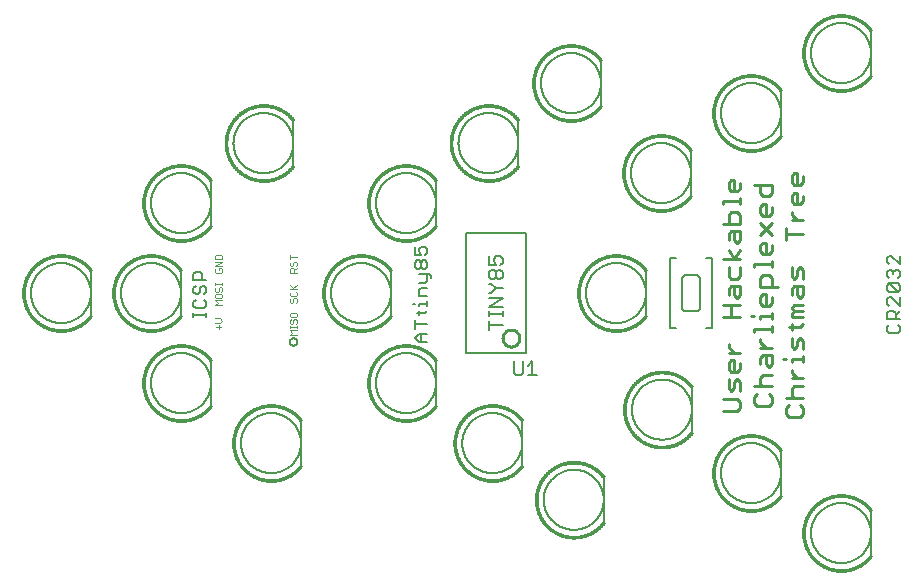
<source format=gto>
G75*
%MOIN*%
%OFA0B0*%
%FSLAX25Y25*%
%IPPOS*%
%LPD*%
%AMOC8*
5,1,8,0,0,1.08239X$1,22.5*
%
%ADD10C,0.01100*%
%ADD11C,0.00800*%
%ADD12C,0.01000*%
%ADD13C,0.00500*%
%ADD14C,0.00100*%
%ADD15C,0.00600*%
%ADD16C,0.00200*%
D10*
X0236545Y0061803D02*
X0241466Y0061803D01*
X0242450Y0062787D01*
X0242450Y0064755D01*
X0241466Y0065739D01*
X0236545Y0065739D01*
X0239497Y0068248D02*
X0238513Y0069232D01*
X0238513Y0072185D01*
X0240482Y0071201D02*
X0240482Y0069232D01*
X0239497Y0068248D01*
X0242450Y0068248D02*
X0242450Y0071201D01*
X0241466Y0072185D01*
X0240482Y0071201D01*
X0240482Y0074694D02*
X0240482Y0078630D01*
X0239497Y0078630D01*
X0238513Y0077646D01*
X0238513Y0075678D01*
X0239497Y0074694D01*
X0241466Y0074694D01*
X0242450Y0075678D01*
X0242450Y0077646D01*
X0242450Y0081139D02*
X0238513Y0081139D01*
X0238513Y0083108D02*
X0238513Y0084092D01*
X0238513Y0083108D02*
X0240482Y0081139D01*
X0249013Y0082751D02*
X0252950Y0082751D01*
X0250982Y0082751D02*
X0249013Y0084719D01*
X0249013Y0085703D01*
X0247045Y0088122D02*
X0247045Y0089106D01*
X0252950Y0089106D01*
X0252950Y0088122D02*
X0252950Y0090090D01*
X0252950Y0092419D02*
X0252950Y0094387D01*
X0252950Y0093403D02*
X0249013Y0093403D01*
X0249013Y0092419D01*
X0247045Y0093403D02*
X0246061Y0093403D01*
X0249997Y0096716D02*
X0249013Y0097700D01*
X0249013Y0099668D01*
X0249997Y0100652D01*
X0250982Y0100652D01*
X0250982Y0096716D01*
X0251966Y0096716D02*
X0249997Y0096716D01*
X0251966Y0096716D02*
X0252950Y0097700D01*
X0252950Y0099668D01*
X0252950Y0103161D02*
X0252950Y0106114D01*
X0251966Y0107098D01*
X0249997Y0107098D01*
X0249013Y0106114D01*
X0249013Y0103161D01*
X0254918Y0103161D01*
X0259513Y0102354D02*
X0259513Y0100386D01*
X0259513Y0102354D02*
X0260497Y0103338D01*
X0263450Y0103338D01*
X0263450Y0100386D01*
X0262466Y0099401D01*
X0261482Y0100386D01*
X0261482Y0103338D01*
X0260497Y0105847D02*
X0259513Y0106831D01*
X0259513Y0109784D01*
X0261482Y0108799D02*
X0261482Y0106831D01*
X0260497Y0105847D01*
X0263450Y0105847D02*
X0263450Y0108799D01*
X0262466Y0109784D01*
X0261482Y0108799D01*
X0252950Y0109607D02*
X0252950Y0111575D01*
X0252950Y0110591D02*
X0247045Y0110591D01*
X0247045Y0109607D01*
X0242450Y0109784D02*
X0242450Y0106831D01*
X0241466Y0105847D01*
X0239497Y0105847D01*
X0238513Y0106831D01*
X0238513Y0109784D01*
X0236545Y0112292D02*
X0242450Y0112292D01*
X0240482Y0112292D02*
X0238513Y0115245D01*
X0238513Y0118648D02*
X0238513Y0120616D01*
X0239497Y0121600D01*
X0242450Y0121600D01*
X0242450Y0118648D01*
X0241466Y0117664D01*
X0240482Y0118648D01*
X0240482Y0121600D01*
X0242450Y0124109D02*
X0236545Y0124109D01*
X0238513Y0124109D02*
X0238513Y0127062D01*
X0239497Y0128046D01*
X0241466Y0128046D01*
X0242450Y0127062D01*
X0242450Y0124109D01*
X0249013Y0124286D02*
X0252950Y0120349D01*
X0250982Y0117840D02*
X0250982Y0113904D01*
X0251966Y0113904D02*
X0249997Y0113904D01*
X0249013Y0114888D01*
X0249013Y0116856D01*
X0249997Y0117840D01*
X0250982Y0117840D01*
X0252950Y0116856D02*
X0252950Y0114888D01*
X0251966Y0113904D01*
X0257545Y0118738D02*
X0257545Y0122675D01*
X0257545Y0120706D02*
X0263450Y0120706D01*
X0263450Y0125183D02*
X0259513Y0125183D01*
X0261482Y0125183D02*
X0259513Y0127152D01*
X0259513Y0128136D01*
X0260497Y0130555D02*
X0259513Y0131539D01*
X0259513Y0133507D01*
X0260497Y0134491D01*
X0261482Y0134491D01*
X0261482Y0130555D01*
X0262466Y0130555D02*
X0260497Y0130555D01*
X0262466Y0130555D02*
X0263450Y0131539D01*
X0263450Y0133507D01*
X0262466Y0137000D02*
X0260497Y0137000D01*
X0259513Y0137984D01*
X0259513Y0139953D01*
X0260497Y0140937D01*
X0261482Y0140937D01*
X0261482Y0137000D01*
X0262466Y0137000D02*
X0263450Y0137984D01*
X0263450Y0139953D01*
X0252950Y0137177D02*
X0252950Y0134224D01*
X0251966Y0133240D01*
X0249997Y0133240D01*
X0249013Y0134224D01*
X0249013Y0137177D01*
X0247045Y0137177D02*
X0252950Y0137177D01*
X0250982Y0130731D02*
X0250982Y0126795D01*
X0251966Y0126795D02*
X0249997Y0126795D01*
X0249013Y0127779D01*
X0249013Y0129747D01*
X0249997Y0130731D01*
X0250982Y0130731D01*
X0252950Y0129747D02*
X0252950Y0127779D01*
X0251966Y0126795D01*
X0252950Y0124286D02*
X0249013Y0120349D01*
X0242450Y0115245D02*
X0240482Y0112292D01*
X0240482Y0103338D02*
X0240482Y0100386D01*
X0241466Y0099401D01*
X0242450Y0100386D01*
X0242450Y0103338D01*
X0239497Y0103338D01*
X0238513Y0102354D01*
X0238513Y0100386D01*
X0239497Y0096893D02*
X0239497Y0092956D01*
X0236545Y0092956D02*
X0242450Y0092956D01*
X0242450Y0096893D02*
X0236545Y0096893D01*
X0259513Y0095908D02*
X0260497Y0094924D01*
X0263450Y0094924D01*
X0263450Y0092956D02*
X0259513Y0092956D01*
X0259513Y0093940D01*
X0260497Y0094924D01*
X0259513Y0095908D02*
X0260497Y0096893D01*
X0263450Y0096893D01*
X0263450Y0090627D02*
X0262466Y0089643D01*
X0258529Y0089643D01*
X0259513Y0088659D02*
X0259513Y0090627D01*
X0259513Y0086150D02*
X0259513Y0083198D01*
X0260497Y0082213D01*
X0261482Y0083198D01*
X0261482Y0085166D01*
X0262466Y0086150D01*
X0263450Y0085166D01*
X0263450Y0082213D01*
X0263450Y0079885D02*
X0263450Y0077916D01*
X0263450Y0078901D02*
X0259513Y0078901D01*
X0259513Y0077916D01*
X0257545Y0078901D02*
X0256561Y0078901D01*
X0252950Y0080242D02*
X0252950Y0077289D01*
X0251966Y0076305D01*
X0250982Y0077289D01*
X0250982Y0080242D01*
X0249997Y0080242D02*
X0252950Y0080242D01*
X0249997Y0080242D02*
X0249013Y0079258D01*
X0249013Y0077289D01*
X0249997Y0073796D02*
X0249013Y0072812D01*
X0249013Y0070844D01*
X0249997Y0069860D01*
X0247045Y0069860D02*
X0252950Y0069860D01*
X0251966Y0067351D02*
X0252950Y0066367D01*
X0252950Y0064398D01*
X0251966Y0063414D01*
X0248029Y0063414D01*
X0247045Y0064398D01*
X0247045Y0066367D01*
X0248029Y0067351D01*
X0249997Y0073796D02*
X0252950Y0073796D01*
X0259513Y0074514D02*
X0261482Y0072545D01*
X0263450Y0072545D02*
X0259513Y0072545D01*
X0259513Y0074514D02*
X0259513Y0075498D01*
X0260497Y0070036D02*
X0263450Y0070036D01*
X0260497Y0070036D02*
X0259513Y0069052D01*
X0259513Y0067084D01*
X0260497Y0066100D01*
X0257545Y0066100D02*
X0263450Y0066100D01*
X0262466Y0063591D02*
X0263450Y0062607D01*
X0263450Y0060638D01*
X0262466Y0059654D01*
X0258529Y0059654D01*
X0257545Y0060638D01*
X0257545Y0062607D01*
X0258529Y0063591D01*
X0242450Y0130555D02*
X0242450Y0132523D01*
X0242450Y0131539D02*
X0236545Y0131539D01*
X0236545Y0130555D01*
X0239497Y0134852D02*
X0238513Y0135836D01*
X0238513Y0137804D01*
X0239497Y0138788D01*
X0240482Y0138788D01*
X0240482Y0134852D01*
X0241466Y0134852D02*
X0239497Y0134852D01*
X0241466Y0134852D02*
X0242450Y0135836D01*
X0242450Y0137804D01*
D11*
X0226000Y0133500D02*
X0226000Y0148500D01*
X0196000Y0163500D02*
X0196000Y0178500D01*
X0168500Y0158500D02*
X0168500Y0143500D01*
X0141000Y0138500D02*
X0141000Y0123500D01*
X0151000Y0121000D02*
X0171000Y0121000D01*
X0171000Y0081000D01*
X0167000Y0081000D01*
X0165000Y0081000D01*
X0167000Y0081000D02*
X0151000Y0081000D01*
X0151000Y0121000D01*
X0138100Y0115779D02*
X0138100Y0114378D01*
X0137399Y0113677D01*
X0135998Y0113677D02*
X0135298Y0115078D01*
X0135298Y0115779D01*
X0135998Y0116479D01*
X0137399Y0116479D01*
X0138100Y0115779D01*
X0135998Y0113677D02*
X0133896Y0113677D01*
X0133896Y0116479D01*
X0134597Y0111876D02*
X0135298Y0111876D01*
X0135998Y0111175D01*
X0135998Y0109774D01*
X0135298Y0109073D01*
X0134597Y0109073D01*
X0133896Y0109774D01*
X0133896Y0111175D01*
X0134597Y0111876D01*
X0135998Y0111175D02*
X0136699Y0111876D01*
X0137399Y0111876D01*
X0138100Y0111175D01*
X0138100Y0109774D01*
X0137399Y0109073D01*
X0136699Y0109073D01*
X0135998Y0109774D01*
X0135298Y0107272D02*
X0138801Y0107272D01*
X0139501Y0106571D01*
X0139501Y0105870D01*
X0138100Y0105170D02*
X0137399Y0104469D01*
X0135298Y0104469D01*
X0135998Y0102668D02*
X0135298Y0101967D01*
X0135298Y0099865D01*
X0138100Y0099865D01*
X0138100Y0098197D02*
X0138100Y0096796D01*
X0138100Y0097497D02*
X0135298Y0097497D01*
X0135298Y0096796D01*
X0133896Y0097497D02*
X0133196Y0097497D01*
X0135298Y0095128D02*
X0135298Y0093727D01*
X0134597Y0094427D02*
X0137399Y0094427D01*
X0138100Y0095128D01*
X0133896Y0091925D02*
X0133896Y0089123D01*
X0133896Y0090524D02*
X0138100Y0090524D01*
X0138100Y0087321D02*
X0135298Y0087321D01*
X0133896Y0085920D01*
X0135298Y0084519D01*
X0138100Y0084519D01*
X0135998Y0084519D02*
X0135998Y0087321D01*
X0126000Y0093500D02*
X0126000Y0108500D01*
X0135998Y0102668D02*
X0138100Y0102668D01*
X0138100Y0105170D02*
X0138100Y0107272D01*
X0141000Y0078500D02*
X0141000Y0063500D01*
X0169750Y0058500D02*
X0169750Y0043500D01*
X0196915Y0039602D02*
X0196915Y0024602D01*
X0226315Y0054652D02*
X0226315Y0069652D01*
X0256000Y0048500D02*
X0256000Y0033500D01*
X0286000Y0028500D02*
X0286000Y0013500D01*
X0292097Y0087588D02*
X0294899Y0087588D01*
X0295600Y0088289D01*
X0295600Y0089690D01*
X0294899Y0090391D01*
X0294199Y0092192D02*
X0294199Y0094294D01*
X0293498Y0094995D01*
X0292097Y0094995D01*
X0291396Y0094294D01*
X0291396Y0092192D01*
X0295600Y0092192D01*
X0294199Y0093593D02*
X0295600Y0094995D01*
X0295600Y0096796D02*
X0292798Y0099598D01*
X0292097Y0099598D01*
X0291396Y0098898D01*
X0291396Y0097497D01*
X0292097Y0096796D01*
X0295600Y0096796D02*
X0295600Y0099598D01*
X0294899Y0101400D02*
X0292097Y0101400D01*
X0291396Y0102101D01*
X0291396Y0103502D01*
X0292097Y0104202D01*
X0294899Y0101400D01*
X0295600Y0102101D01*
X0295600Y0103502D01*
X0294899Y0104202D01*
X0292097Y0104202D01*
X0292097Y0106004D02*
X0291396Y0106704D01*
X0291396Y0108106D01*
X0292097Y0108806D01*
X0292798Y0108806D01*
X0293498Y0108106D01*
X0294199Y0108806D01*
X0294899Y0108806D01*
X0295600Y0108106D01*
X0295600Y0106704D01*
X0294899Y0106004D01*
X0293498Y0107405D02*
X0293498Y0108106D01*
X0292097Y0110608D02*
X0291396Y0111308D01*
X0291396Y0112710D01*
X0292097Y0113410D01*
X0292798Y0113410D01*
X0295600Y0110608D01*
X0295600Y0113410D01*
X0292097Y0090391D02*
X0291396Y0089690D01*
X0291396Y0088289D01*
X0292097Y0087588D01*
X0211000Y0093500D02*
X0211000Y0108500D01*
X0256000Y0153500D02*
X0256000Y0168500D01*
X0286000Y0173500D02*
X0286000Y0188500D01*
X0093500Y0158500D02*
X0093500Y0143500D01*
X0066000Y0138500D02*
X0066000Y0123500D01*
X0062248Y0108039D02*
X0062949Y0107338D01*
X0062949Y0105237D01*
X0064350Y0105237D02*
X0060146Y0105237D01*
X0060146Y0107338D01*
X0060847Y0108039D01*
X0062248Y0108039D01*
X0062949Y0103435D02*
X0063649Y0103435D01*
X0064350Y0102734D01*
X0064350Y0101333D01*
X0063649Y0100633D01*
X0062248Y0101333D02*
X0062248Y0102734D01*
X0062949Y0103435D01*
X0060847Y0103435D02*
X0060146Y0102734D01*
X0060146Y0101333D01*
X0060847Y0100633D01*
X0061548Y0100633D01*
X0062248Y0101333D01*
X0060847Y0098831D02*
X0060146Y0098131D01*
X0060146Y0096729D01*
X0060847Y0096029D01*
X0063649Y0096029D01*
X0064350Y0096729D01*
X0064350Y0098131D01*
X0063649Y0098831D01*
X0064350Y0094361D02*
X0064350Y0092959D01*
X0064350Y0093660D02*
X0060146Y0093660D01*
X0060146Y0092959D02*
X0060146Y0094361D01*
X0056000Y0093500D02*
X0056000Y0108500D01*
X0026000Y0108500D02*
X0026000Y0093500D01*
X0066000Y0078500D02*
X0066000Y0063500D01*
X0096000Y0058500D02*
X0096000Y0043500D01*
D12*
X0163172Y0086000D02*
X0163174Y0086106D01*
X0163180Y0086211D01*
X0163190Y0086317D01*
X0163204Y0086421D01*
X0163221Y0086526D01*
X0163243Y0086629D01*
X0163268Y0086732D01*
X0163298Y0086834D01*
X0163331Y0086934D01*
X0163367Y0087033D01*
X0163408Y0087131D01*
X0163452Y0087227D01*
X0163500Y0087321D01*
X0163551Y0087414D01*
X0163605Y0087505D01*
X0163663Y0087593D01*
X0163725Y0087679D01*
X0163789Y0087763D01*
X0163856Y0087845D01*
X0163927Y0087924D01*
X0164000Y0088000D01*
X0164076Y0088073D01*
X0164155Y0088144D01*
X0164237Y0088211D01*
X0164321Y0088275D01*
X0164407Y0088337D01*
X0164495Y0088395D01*
X0164586Y0088449D01*
X0164679Y0088500D01*
X0164773Y0088548D01*
X0164869Y0088592D01*
X0164967Y0088633D01*
X0165066Y0088669D01*
X0165166Y0088702D01*
X0165268Y0088732D01*
X0165371Y0088757D01*
X0165474Y0088779D01*
X0165579Y0088796D01*
X0165683Y0088810D01*
X0165789Y0088820D01*
X0165894Y0088826D01*
X0166000Y0088828D01*
X0166106Y0088826D01*
X0166211Y0088820D01*
X0166317Y0088810D01*
X0166421Y0088796D01*
X0166526Y0088779D01*
X0166629Y0088757D01*
X0166732Y0088732D01*
X0166834Y0088702D01*
X0166934Y0088669D01*
X0167033Y0088633D01*
X0167131Y0088592D01*
X0167227Y0088548D01*
X0167321Y0088500D01*
X0167414Y0088449D01*
X0167505Y0088395D01*
X0167593Y0088337D01*
X0167679Y0088275D01*
X0167763Y0088211D01*
X0167845Y0088144D01*
X0167924Y0088073D01*
X0168000Y0088000D01*
X0168073Y0087924D01*
X0168144Y0087845D01*
X0168211Y0087763D01*
X0168275Y0087679D01*
X0168337Y0087593D01*
X0168395Y0087505D01*
X0168449Y0087414D01*
X0168500Y0087321D01*
X0168548Y0087227D01*
X0168592Y0087131D01*
X0168633Y0087033D01*
X0168669Y0086934D01*
X0168702Y0086834D01*
X0168732Y0086732D01*
X0168757Y0086629D01*
X0168779Y0086526D01*
X0168796Y0086421D01*
X0168810Y0086317D01*
X0168820Y0086211D01*
X0168826Y0086106D01*
X0168828Y0086000D01*
X0168826Y0085894D01*
X0168820Y0085789D01*
X0168810Y0085683D01*
X0168796Y0085579D01*
X0168779Y0085474D01*
X0168757Y0085371D01*
X0168732Y0085268D01*
X0168702Y0085166D01*
X0168669Y0085066D01*
X0168633Y0084967D01*
X0168592Y0084869D01*
X0168548Y0084773D01*
X0168500Y0084679D01*
X0168449Y0084586D01*
X0168395Y0084495D01*
X0168337Y0084407D01*
X0168275Y0084321D01*
X0168211Y0084237D01*
X0168144Y0084155D01*
X0168073Y0084076D01*
X0168000Y0084000D01*
X0167924Y0083927D01*
X0167845Y0083856D01*
X0167763Y0083789D01*
X0167679Y0083725D01*
X0167593Y0083663D01*
X0167505Y0083605D01*
X0167414Y0083551D01*
X0167321Y0083500D01*
X0167227Y0083452D01*
X0167131Y0083408D01*
X0167033Y0083367D01*
X0166934Y0083331D01*
X0166834Y0083298D01*
X0166732Y0083268D01*
X0166629Y0083243D01*
X0166526Y0083221D01*
X0166421Y0083204D01*
X0166317Y0083190D01*
X0166211Y0083180D01*
X0166106Y0083174D01*
X0166000Y0083172D01*
X0165894Y0083174D01*
X0165789Y0083180D01*
X0165683Y0083190D01*
X0165579Y0083204D01*
X0165474Y0083221D01*
X0165371Y0083243D01*
X0165268Y0083268D01*
X0165166Y0083298D01*
X0165066Y0083331D01*
X0164967Y0083367D01*
X0164869Y0083408D01*
X0164773Y0083452D01*
X0164679Y0083500D01*
X0164586Y0083551D01*
X0164495Y0083605D01*
X0164407Y0083663D01*
X0164321Y0083725D01*
X0164237Y0083789D01*
X0164155Y0083856D01*
X0164076Y0083927D01*
X0164000Y0084000D01*
X0163927Y0084076D01*
X0163856Y0084155D01*
X0163789Y0084237D01*
X0163725Y0084321D01*
X0163663Y0084407D01*
X0163605Y0084495D01*
X0163551Y0084586D01*
X0163500Y0084679D01*
X0163452Y0084773D01*
X0163408Y0084869D01*
X0163367Y0084967D01*
X0163331Y0085066D01*
X0163298Y0085166D01*
X0163268Y0085268D01*
X0163243Y0085371D01*
X0163221Y0085474D01*
X0163204Y0085579D01*
X0163190Y0085683D01*
X0163180Y0085789D01*
X0163174Y0085894D01*
X0163172Y0086000D01*
D13*
X0158746Y0088750D02*
X0158746Y0091753D01*
X0158746Y0090251D02*
X0163250Y0090251D01*
X0163250Y0093354D02*
X0163250Y0094855D01*
X0163250Y0094105D02*
X0158746Y0094105D01*
X0158746Y0094855D02*
X0158746Y0093354D01*
X0158746Y0096423D02*
X0163250Y0099426D01*
X0158746Y0099426D01*
X0158746Y0101027D02*
X0159497Y0101027D01*
X0160998Y0102528D01*
X0163250Y0102528D01*
X0160998Y0102528D02*
X0159497Y0104030D01*
X0158746Y0104030D01*
X0159497Y0105631D02*
X0160247Y0105631D01*
X0160998Y0106382D01*
X0160998Y0107883D01*
X0161749Y0108634D01*
X0162499Y0108634D01*
X0163250Y0107883D01*
X0163250Y0106382D01*
X0162499Y0105631D01*
X0161749Y0105631D01*
X0160998Y0106382D01*
X0160998Y0107883D02*
X0160247Y0108634D01*
X0159497Y0108634D01*
X0158746Y0107883D01*
X0158746Y0106382D01*
X0159497Y0105631D01*
X0158746Y0110235D02*
X0160998Y0110235D01*
X0160247Y0111736D01*
X0160247Y0112487D01*
X0160998Y0113238D01*
X0162499Y0113238D01*
X0163250Y0112487D01*
X0163250Y0110986D01*
X0162499Y0110235D01*
X0158746Y0110235D02*
X0158746Y0113238D01*
X0158746Y0096423D02*
X0163250Y0096423D01*
X0167042Y0078254D02*
X0167042Y0074501D01*
X0167793Y0073750D01*
X0169294Y0073750D01*
X0170045Y0074501D01*
X0170045Y0078254D01*
X0171646Y0076753D02*
X0173147Y0078254D01*
X0173147Y0073750D01*
X0171646Y0073750D02*
X0174649Y0073750D01*
X0219110Y0089189D02*
X0221079Y0089189D01*
X0219110Y0089189D02*
X0219110Y0112811D01*
X0221079Y0112811D01*
X0224031Y0106906D02*
X0227969Y0106906D01*
X0227969Y0106905D02*
X0228031Y0106903D01*
X0228092Y0106897D01*
X0228153Y0106888D01*
X0228214Y0106874D01*
X0228273Y0106857D01*
X0228331Y0106836D01*
X0228388Y0106811D01*
X0228443Y0106783D01*
X0228496Y0106752D01*
X0228547Y0106717D01*
X0228596Y0106679D01*
X0228643Y0106638D01*
X0228686Y0106595D01*
X0228727Y0106548D01*
X0228765Y0106499D01*
X0228800Y0106448D01*
X0228831Y0106395D01*
X0228859Y0106340D01*
X0228884Y0106283D01*
X0228905Y0106225D01*
X0228922Y0106166D01*
X0228936Y0106105D01*
X0228945Y0106044D01*
X0228951Y0105983D01*
X0228953Y0105921D01*
X0228953Y0096079D01*
X0228951Y0096017D01*
X0228945Y0095956D01*
X0228936Y0095895D01*
X0228922Y0095834D01*
X0228905Y0095775D01*
X0228884Y0095717D01*
X0228859Y0095660D01*
X0228831Y0095605D01*
X0228800Y0095552D01*
X0228765Y0095501D01*
X0228727Y0095452D01*
X0228686Y0095405D01*
X0228643Y0095362D01*
X0228596Y0095321D01*
X0228547Y0095283D01*
X0228496Y0095248D01*
X0228443Y0095217D01*
X0228388Y0095189D01*
X0228331Y0095164D01*
X0228273Y0095143D01*
X0228214Y0095126D01*
X0228153Y0095112D01*
X0228092Y0095103D01*
X0228031Y0095097D01*
X0227969Y0095095D01*
X0227969Y0095094D02*
X0224031Y0095094D01*
X0224031Y0095095D02*
X0223969Y0095097D01*
X0223908Y0095103D01*
X0223847Y0095112D01*
X0223786Y0095126D01*
X0223727Y0095143D01*
X0223669Y0095164D01*
X0223612Y0095189D01*
X0223557Y0095217D01*
X0223504Y0095248D01*
X0223453Y0095283D01*
X0223404Y0095321D01*
X0223357Y0095362D01*
X0223314Y0095405D01*
X0223273Y0095452D01*
X0223235Y0095501D01*
X0223200Y0095552D01*
X0223169Y0095605D01*
X0223141Y0095660D01*
X0223116Y0095717D01*
X0223095Y0095775D01*
X0223078Y0095834D01*
X0223064Y0095895D01*
X0223055Y0095956D01*
X0223049Y0096017D01*
X0223047Y0096079D01*
X0223047Y0105921D01*
X0223049Y0105983D01*
X0223055Y0106044D01*
X0223064Y0106105D01*
X0223078Y0106166D01*
X0223095Y0106225D01*
X0223116Y0106283D01*
X0223141Y0106340D01*
X0223169Y0106395D01*
X0223200Y0106448D01*
X0223235Y0106499D01*
X0223273Y0106548D01*
X0223314Y0106595D01*
X0223357Y0106638D01*
X0223404Y0106679D01*
X0223453Y0106717D01*
X0223504Y0106752D01*
X0223557Y0106783D01*
X0223612Y0106811D01*
X0223669Y0106836D01*
X0223727Y0106857D01*
X0223786Y0106874D01*
X0223847Y0106888D01*
X0223908Y0106897D01*
X0223969Y0106903D01*
X0224031Y0106905D01*
X0230921Y0112811D02*
X0232890Y0112811D01*
X0232890Y0089189D01*
X0230921Y0089189D01*
X0092250Y0084750D02*
X0092252Y0084820D01*
X0092258Y0084890D01*
X0092268Y0084959D01*
X0092281Y0085028D01*
X0092299Y0085096D01*
X0092320Y0085163D01*
X0092345Y0085228D01*
X0092374Y0085292D01*
X0092406Y0085355D01*
X0092442Y0085415D01*
X0092481Y0085473D01*
X0092523Y0085529D01*
X0092568Y0085583D01*
X0092616Y0085634D01*
X0092667Y0085682D01*
X0092721Y0085727D01*
X0092777Y0085769D01*
X0092835Y0085808D01*
X0092895Y0085844D01*
X0092958Y0085876D01*
X0093022Y0085905D01*
X0093087Y0085930D01*
X0093154Y0085951D01*
X0093222Y0085969D01*
X0093291Y0085982D01*
X0093360Y0085992D01*
X0093430Y0085998D01*
X0093500Y0086000D01*
X0093570Y0085998D01*
X0093640Y0085992D01*
X0093709Y0085982D01*
X0093778Y0085969D01*
X0093846Y0085951D01*
X0093913Y0085930D01*
X0093978Y0085905D01*
X0094042Y0085876D01*
X0094105Y0085844D01*
X0094165Y0085808D01*
X0094223Y0085769D01*
X0094279Y0085727D01*
X0094333Y0085682D01*
X0094384Y0085634D01*
X0094432Y0085583D01*
X0094477Y0085529D01*
X0094519Y0085473D01*
X0094558Y0085415D01*
X0094594Y0085355D01*
X0094626Y0085292D01*
X0094655Y0085228D01*
X0094680Y0085163D01*
X0094701Y0085096D01*
X0094719Y0085028D01*
X0094732Y0084959D01*
X0094742Y0084890D01*
X0094748Y0084820D01*
X0094750Y0084750D01*
X0094748Y0084680D01*
X0094742Y0084610D01*
X0094732Y0084541D01*
X0094719Y0084472D01*
X0094701Y0084404D01*
X0094680Y0084337D01*
X0094655Y0084272D01*
X0094626Y0084208D01*
X0094594Y0084145D01*
X0094558Y0084085D01*
X0094519Y0084027D01*
X0094477Y0083971D01*
X0094432Y0083917D01*
X0094384Y0083866D01*
X0094333Y0083818D01*
X0094279Y0083773D01*
X0094223Y0083731D01*
X0094165Y0083692D01*
X0094105Y0083656D01*
X0094042Y0083624D01*
X0093978Y0083595D01*
X0093913Y0083570D01*
X0093846Y0083549D01*
X0093778Y0083531D01*
X0093709Y0083518D01*
X0093640Y0083508D01*
X0093570Y0083502D01*
X0093500Y0083500D01*
X0093430Y0083502D01*
X0093360Y0083508D01*
X0093291Y0083518D01*
X0093222Y0083531D01*
X0093154Y0083549D01*
X0093087Y0083570D01*
X0093022Y0083595D01*
X0092958Y0083624D01*
X0092895Y0083656D01*
X0092835Y0083692D01*
X0092777Y0083731D01*
X0092721Y0083773D01*
X0092667Y0083818D01*
X0092616Y0083866D01*
X0092568Y0083917D01*
X0092523Y0083971D01*
X0092481Y0084027D01*
X0092442Y0084085D01*
X0092406Y0084145D01*
X0092374Y0084208D01*
X0092345Y0084272D01*
X0092320Y0084337D01*
X0092299Y0084404D01*
X0092281Y0084472D01*
X0092268Y0084541D01*
X0092258Y0084610D01*
X0092252Y0084680D01*
X0092250Y0084750D01*
D14*
X0096329Y0058809D02*
X0095609Y0058269D01*
X0095610Y0058270D02*
X0095429Y0058503D01*
X0095243Y0058731D01*
X0095051Y0058955D01*
X0094854Y0059174D01*
X0094652Y0059388D01*
X0094444Y0059597D01*
X0094231Y0059800D01*
X0094014Y0059999D01*
X0093791Y0060192D01*
X0093564Y0060380D01*
X0093333Y0060562D01*
X0093097Y0060739D01*
X0092856Y0060909D01*
X0092612Y0061074D01*
X0092364Y0061232D01*
X0092112Y0061385D01*
X0091856Y0061531D01*
X0091597Y0061671D01*
X0091334Y0061805D01*
X0091069Y0061932D01*
X0090800Y0062053D01*
X0090528Y0062167D01*
X0090254Y0062274D01*
X0089977Y0062375D01*
X0089698Y0062469D01*
X0089416Y0062556D01*
X0089133Y0062636D01*
X0088847Y0062709D01*
X0088560Y0062775D01*
X0088271Y0062834D01*
X0087981Y0062886D01*
X0087690Y0062931D01*
X0087398Y0062969D01*
X0087105Y0062999D01*
X0086811Y0063023D01*
X0086517Y0063039D01*
X0086223Y0063048D01*
X0085928Y0063050D01*
X0085633Y0063044D01*
X0085339Y0063032D01*
X0085045Y0063012D01*
X0084752Y0062985D01*
X0084459Y0062951D01*
X0084167Y0062910D01*
X0083877Y0062861D01*
X0083587Y0062806D01*
X0083300Y0062744D01*
X0083013Y0062674D01*
X0082729Y0062597D01*
X0082446Y0062514D01*
X0082166Y0062424D01*
X0081888Y0062327D01*
X0081612Y0062223D01*
X0081339Y0062112D01*
X0081069Y0061995D01*
X0080801Y0061871D01*
X0080537Y0061741D01*
X0080276Y0061604D01*
X0080019Y0061461D01*
X0079765Y0061311D01*
X0079514Y0061156D01*
X0079268Y0060994D01*
X0079026Y0060827D01*
X0078788Y0060653D01*
X0078554Y0060474D01*
X0078324Y0060289D01*
X0078100Y0060099D01*
X0077879Y0059903D01*
X0077664Y0059702D01*
X0077454Y0059495D01*
X0077249Y0059284D01*
X0077049Y0059067D01*
X0076854Y0058846D01*
X0076665Y0058620D01*
X0076482Y0058390D01*
X0076304Y0058155D01*
X0076132Y0057915D01*
X0075966Y0057672D01*
X0075806Y0057425D01*
X0075652Y0057174D01*
X0075504Y0056919D01*
X0075362Y0056660D01*
X0075227Y0056399D01*
X0075098Y0056134D01*
X0074976Y0055866D01*
X0074860Y0055595D01*
X0074751Y0055321D01*
X0074649Y0055045D01*
X0074554Y0054766D01*
X0074465Y0054485D01*
X0074383Y0054202D01*
X0074308Y0053917D01*
X0074241Y0053630D01*
X0074180Y0053342D01*
X0074126Y0053052D01*
X0074079Y0052761D01*
X0074040Y0052469D01*
X0074008Y0052177D01*
X0073982Y0051883D01*
X0073964Y0051589D01*
X0073954Y0051295D01*
X0073950Y0051000D01*
X0073954Y0050705D01*
X0073964Y0050411D01*
X0073982Y0050117D01*
X0074008Y0049823D01*
X0074040Y0049531D01*
X0074079Y0049239D01*
X0074126Y0048948D01*
X0074180Y0048658D01*
X0074241Y0048370D01*
X0074308Y0048083D01*
X0074383Y0047798D01*
X0074465Y0047515D01*
X0074554Y0047234D01*
X0074649Y0046955D01*
X0074751Y0046679D01*
X0074860Y0046405D01*
X0074976Y0046134D01*
X0075098Y0045866D01*
X0075227Y0045601D01*
X0075362Y0045340D01*
X0075504Y0045081D01*
X0075652Y0044826D01*
X0075806Y0044575D01*
X0075966Y0044328D01*
X0076132Y0044085D01*
X0076304Y0043845D01*
X0076482Y0043610D01*
X0076665Y0043380D01*
X0076854Y0043154D01*
X0077049Y0042933D01*
X0077249Y0042716D01*
X0077454Y0042505D01*
X0077664Y0042298D01*
X0077879Y0042097D01*
X0078100Y0041901D01*
X0078324Y0041711D01*
X0078554Y0041526D01*
X0078788Y0041347D01*
X0079026Y0041173D01*
X0079268Y0041006D01*
X0079514Y0040844D01*
X0079765Y0040689D01*
X0080019Y0040539D01*
X0080276Y0040396D01*
X0080537Y0040259D01*
X0080801Y0040129D01*
X0081069Y0040005D01*
X0081339Y0039888D01*
X0081612Y0039777D01*
X0081888Y0039673D01*
X0082166Y0039576D01*
X0082446Y0039486D01*
X0082729Y0039403D01*
X0083013Y0039326D01*
X0083300Y0039256D01*
X0083587Y0039194D01*
X0083877Y0039139D01*
X0084167Y0039090D01*
X0084459Y0039049D01*
X0084752Y0039015D01*
X0085045Y0038988D01*
X0085339Y0038968D01*
X0085633Y0038956D01*
X0085928Y0038950D01*
X0086223Y0038952D01*
X0086517Y0038961D01*
X0086811Y0038977D01*
X0087105Y0039001D01*
X0087398Y0039031D01*
X0087690Y0039069D01*
X0087981Y0039114D01*
X0088271Y0039166D01*
X0088560Y0039225D01*
X0088847Y0039291D01*
X0089133Y0039364D01*
X0089416Y0039444D01*
X0089698Y0039531D01*
X0089977Y0039625D01*
X0090254Y0039726D01*
X0090528Y0039833D01*
X0090800Y0039947D01*
X0091069Y0040068D01*
X0091334Y0040195D01*
X0091597Y0040329D01*
X0091856Y0040469D01*
X0092112Y0040615D01*
X0092364Y0040768D01*
X0092612Y0040926D01*
X0092856Y0041091D01*
X0093097Y0041261D01*
X0093333Y0041438D01*
X0093564Y0041620D01*
X0093791Y0041808D01*
X0094014Y0042001D01*
X0094231Y0042200D01*
X0094444Y0042403D01*
X0094652Y0042612D01*
X0094854Y0042826D01*
X0095051Y0043045D01*
X0095243Y0043269D01*
X0095429Y0043497D01*
X0095610Y0043730D01*
X0096329Y0043191D01*
X0096330Y0043190D01*
X0096136Y0042940D01*
X0095936Y0042694D01*
X0095730Y0042454D01*
X0095518Y0042219D01*
X0095300Y0041989D01*
X0095077Y0041764D01*
X0094849Y0041545D01*
X0094615Y0041331D01*
X0094376Y0041123D01*
X0094132Y0040921D01*
X0093883Y0040726D01*
X0093629Y0040536D01*
X0093371Y0040353D01*
X0093109Y0040176D01*
X0092842Y0040005D01*
X0092571Y0039841D01*
X0092296Y0039684D01*
X0092018Y0039533D01*
X0091735Y0039389D01*
X0091450Y0039253D01*
X0091161Y0039123D01*
X0090869Y0039000D01*
X0090574Y0038885D01*
X0090277Y0038777D01*
X0089976Y0038676D01*
X0089674Y0038582D01*
X0089369Y0038496D01*
X0089062Y0038417D01*
X0088754Y0038346D01*
X0088444Y0038283D01*
X0088132Y0038227D01*
X0087819Y0038178D01*
X0087505Y0038138D01*
X0087190Y0038105D01*
X0086874Y0038080D01*
X0086558Y0038062D01*
X0086242Y0038052D01*
X0085925Y0038050D01*
X0085608Y0038056D01*
X0085292Y0038069D01*
X0084976Y0038091D01*
X0084661Y0038119D01*
X0084346Y0038156D01*
X0084033Y0038200D01*
X0083720Y0038252D01*
X0083409Y0038312D01*
X0083100Y0038379D01*
X0082792Y0038454D01*
X0082486Y0038536D01*
X0082183Y0038625D01*
X0081881Y0038722D01*
X0081582Y0038827D01*
X0081286Y0038939D01*
X0080992Y0039057D01*
X0080702Y0039183D01*
X0080415Y0039316D01*
X0080130Y0039457D01*
X0079850Y0039604D01*
X0079573Y0039757D01*
X0079300Y0039918D01*
X0079031Y0040085D01*
X0078766Y0040259D01*
X0078506Y0040439D01*
X0078250Y0040625D01*
X0077999Y0040818D01*
X0077752Y0041016D01*
X0077510Y0041221D01*
X0077274Y0041431D01*
X0077042Y0041648D01*
X0076817Y0041870D01*
X0076596Y0042097D01*
X0076381Y0042329D01*
X0076172Y0042567D01*
X0075969Y0042810D01*
X0075771Y0043058D01*
X0075580Y0043310D01*
X0075395Y0043567D01*
X0075217Y0043829D01*
X0075045Y0044095D01*
X0074879Y0044364D01*
X0074720Y0044638D01*
X0074568Y0044916D01*
X0074423Y0045197D01*
X0074284Y0045482D01*
X0074153Y0045770D01*
X0074029Y0046062D01*
X0073911Y0046356D01*
X0073801Y0046653D01*
X0073699Y0046952D01*
X0073604Y0047254D01*
X0073516Y0047558D01*
X0073435Y0047865D01*
X0073362Y0048173D01*
X0073297Y0048483D01*
X0073239Y0048794D01*
X0073189Y0049107D01*
X0073147Y0049421D01*
X0073112Y0049735D01*
X0073085Y0050051D01*
X0073065Y0050367D01*
X0073054Y0050683D01*
X0073050Y0051000D01*
X0073054Y0051317D01*
X0073065Y0051633D01*
X0073085Y0051949D01*
X0073112Y0052265D01*
X0073147Y0052579D01*
X0073189Y0052893D01*
X0073239Y0053206D01*
X0073297Y0053517D01*
X0073362Y0053827D01*
X0073435Y0054135D01*
X0073516Y0054442D01*
X0073604Y0054746D01*
X0073699Y0055048D01*
X0073801Y0055347D01*
X0073911Y0055644D01*
X0074029Y0055938D01*
X0074153Y0056230D01*
X0074284Y0056518D01*
X0074423Y0056803D01*
X0074568Y0057084D01*
X0074720Y0057362D01*
X0074879Y0057636D01*
X0075045Y0057905D01*
X0075217Y0058171D01*
X0075395Y0058433D01*
X0075580Y0058690D01*
X0075771Y0058942D01*
X0075969Y0059190D01*
X0076172Y0059433D01*
X0076381Y0059671D01*
X0076596Y0059903D01*
X0076817Y0060130D01*
X0077042Y0060352D01*
X0077274Y0060569D01*
X0077510Y0060779D01*
X0077752Y0060984D01*
X0077999Y0061182D01*
X0078250Y0061375D01*
X0078506Y0061561D01*
X0078766Y0061741D01*
X0079031Y0061915D01*
X0079300Y0062082D01*
X0079573Y0062243D01*
X0079850Y0062396D01*
X0080130Y0062543D01*
X0080415Y0062684D01*
X0080702Y0062817D01*
X0080992Y0062943D01*
X0081286Y0063061D01*
X0081582Y0063173D01*
X0081881Y0063278D01*
X0082183Y0063375D01*
X0082486Y0063464D01*
X0082792Y0063546D01*
X0083100Y0063621D01*
X0083409Y0063688D01*
X0083720Y0063748D01*
X0084033Y0063800D01*
X0084346Y0063844D01*
X0084661Y0063881D01*
X0084976Y0063909D01*
X0085292Y0063931D01*
X0085608Y0063944D01*
X0085925Y0063950D01*
X0086242Y0063948D01*
X0086558Y0063938D01*
X0086874Y0063920D01*
X0087190Y0063895D01*
X0087505Y0063862D01*
X0087819Y0063822D01*
X0088132Y0063773D01*
X0088444Y0063717D01*
X0088754Y0063654D01*
X0089062Y0063583D01*
X0089369Y0063504D01*
X0089674Y0063418D01*
X0089976Y0063324D01*
X0090277Y0063223D01*
X0090574Y0063115D01*
X0090869Y0063000D01*
X0091161Y0062877D01*
X0091450Y0062747D01*
X0091735Y0062611D01*
X0092018Y0062467D01*
X0092296Y0062316D01*
X0092571Y0062159D01*
X0092842Y0061995D01*
X0093109Y0061824D01*
X0093371Y0061647D01*
X0093629Y0061464D01*
X0093883Y0061274D01*
X0094132Y0061079D01*
X0094376Y0060877D01*
X0094615Y0060669D01*
X0094849Y0060455D01*
X0095077Y0060236D01*
X0095300Y0060011D01*
X0095518Y0059781D01*
X0095730Y0059546D01*
X0095936Y0059306D01*
X0096136Y0059060D01*
X0096330Y0058810D01*
X0096255Y0058754D01*
X0096062Y0059002D01*
X0095863Y0059246D01*
X0095659Y0059484D01*
X0095449Y0059718D01*
X0095233Y0059946D01*
X0095011Y0060169D01*
X0094784Y0060387D01*
X0094552Y0060599D01*
X0094315Y0060805D01*
X0094073Y0061006D01*
X0093825Y0061200D01*
X0093574Y0061388D01*
X0093317Y0061570D01*
X0093057Y0061746D01*
X0092792Y0061915D01*
X0092523Y0062078D01*
X0092250Y0062234D01*
X0091974Y0062384D01*
X0091694Y0062526D01*
X0091410Y0062662D01*
X0091123Y0062791D01*
X0090833Y0062913D01*
X0090541Y0063027D01*
X0090245Y0063135D01*
X0089947Y0063235D01*
X0089647Y0063328D01*
X0089344Y0063413D01*
X0089040Y0063491D01*
X0088734Y0063562D01*
X0088426Y0063625D01*
X0088116Y0063681D01*
X0087806Y0063729D01*
X0087494Y0063769D01*
X0087181Y0063802D01*
X0086868Y0063827D01*
X0086554Y0063844D01*
X0086240Y0063854D01*
X0085925Y0063856D01*
X0085611Y0063850D01*
X0085297Y0063837D01*
X0084983Y0063816D01*
X0084670Y0063787D01*
X0084358Y0063751D01*
X0084047Y0063707D01*
X0083737Y0063655D01*
X0083428Y0063596D01*
X0083121Y0063529D01*
X0082815Y0063455D01*
X0082512Y0063374D01*
X0082210Y0063285D01*
X0081911Y0063188D01*
X0081614Y0063085D01*
X0081320Y0062974D01*
X0081029Y0062856D01*
X0080740Y0062731D01*
X0080455Y0062599D01*
X0080173Y0062460D01*
X0079895Y0062314D01*
X0079620Y0062161D01*
X0079349Y0062002D01*
X0079082Y0061836D01*
X0078819Y0061663D01*
X0078560Y0061485D01*
X0078306Y0061300D01*
X0078057Y0061108D01*
X0077812Y0060911D01*
X0077572Y0060708D01*
X0077337Y0060499D01*
X0077107Y0060284D01*
X0076883Y0060064D01*
X0076664Y0059839D01*
X0076451Y0059608D01*
X0076243Y0059372D01*
X0076041Y0059130D01*
X0075846Y0058885D01*
X0075656Y0058634D01*
X0075472Y0058379D01*
X0075295Y0058119D01*
X0075124Y0057855D01*
X0074960Y0057587D01*
X0074802Y0057315D01*
X0074651Y0057040D01*
X0074507Y0056760D01*
X0074369Y0056478D01*
X0074239Y0056192D01*
X0074115Y0055903D01*
X0073999Y0055610D01*
X0073890Y0055316D01*
X0073788Y0055018D01*
X0073694Y0054719D01*
X0073606Y0054416D01*
X0073526Y0054112D01*
X0073454Y0053807D01*
X0073389Y0053499D01*
X0073332Y0053190D01*
X0073282Y0052879D01*
X0073240Y0052568D01*
X0073205Y0052255D01*
X0073179Y0051942D01*
X0073159Y0051628D01*
X0073148Y0051314D01*
X0073144Y0051000D01*
X0073148Y0050686D01*
X0073159Y0050372D01*
X0073179Y0050058D01*
X0073205Y0049745D01*
X0073240Y0049432D01*
X0073282Y0049121D01*
X0073332Y0048810D01*
X0073389Y0048501D01*
X0073454Y0048193D01*
X0073526Y0047888D01*
X0073606Y0047584D01*
X0073694Y0047281D01*
X0073788Y0046982D01*
X0073890Y0046684D01*
X0073999Y0046390D01*
X0074115Y0046097D01*
X0074239Y0045808D01*
X0074369Y0045522D01*
X0074507Y0045240D01*
X0074651Y0044960D01*
X0074802Y0044685D01*
X0074960Y0044413D01*
X0075124Y0044145D01*
X0075295Y0043881D01*
X0075472Y0043621D01*
X0075656Y0043366D01*
X0075846Y0043115D01*
X0076041Y0042870D01*
X0076243Y0042628D01*
X0076451Y0042392D01*
X0076664Y0042161D01*
X0076883Y0041936D01*
X0077107Y0041716D01*
X0077337Y0041501D01*
X0077572Y0041292D01*
X0077812Y0041089D01*
X0078057Y0040892D01*
X0078306Y0040700D01*
X0078560Y0040515D01*
X0078819Y0040337D01*
X0079082Y0040164D01*
X0079349Y0039998D01*
X0079620Y0039839D01*
X0079895Y0039686D01*
X0080173Y0039540D01*
X0080455Y0039401D01*
X0080740Y0039269D01*
X0081029Y0039144D01*
X0081320Y0039026D01*
X0081614Y0038915D01*
X0081911Y0038812D01*
X0082210Y0038715D01*
X0082512Y0038626D01*
X0082815Y0038545D01*
X0083121Y0038471D01*
X0083428Y0038404D01*
X0083737Y0038345D01*
X0084047Y0038293D01*
X0084358Y0038249D01*
X0084670Y0038213D01*
X0084983Y0038184D01*
X0085297Y0038163D01*
X0085611Y0038150D01*
X0085925Y0038144D01*
X0086240Y0038146D01*
X0086554Y0038156D01*
X0086868Y0038173D01*
X0087181Y0038198D01*
X0087494Y0038231D01*
X0087806Y0038271D01*
X0088116Y0038319D01*
X0088426Y0038375D01*
X0088734Y0038438D01*
X0089040Y0038509D01*
X0089344Y0038587D01*
X0089647Y0038672D01*
X0089947Y0038765D01*
X0090245Y0038865D01*
X0090541Y0038973D01*
X0090833Y0039087D01*
X0091123Y0039209D01*
X0091410Y0039338D01*
X0091694Y0039474D01*
X0091974Y0039616D01*
X0092250Y0039766D01*
X0092523Y0039922D01*
X0092792Y0040085D01*
X0093057Y0040254D01*
X0093317Y0040430D01*
X0093574Y0040612D01*
X0093825Y0040800D01*
X0094073Y0040994D01*
X0094315Y0041195D01*
X0094552Y0041401D01*
X0094784Y0041613D01*
X0095011Y0041831D01*
X0095233Y0042054D01*
X0095449Y0042282D01*
X0095659Y0042516D01*
X0095863Y0042754D01*
X0096062Y0042998D01*
X0096255Y0043246D01*
X0096180Y0043303D01*
X0095988Y0043056D01*
X0095791Y0042814D01*
X0095588Y0042577D01*
X0095379Y0042346D01*
X0095165Y0042119D01*
X0094945Y0041897D01*
X0094720Y0041681D01*
X0094489Y0041471D01*
X0094254Y0041266D01*
X0094013Y0041067D01*
X0093768Y0040874D01*
X0093518Y0040688D01*
X0093264Y0040507D01*
X0093005Y0040332D01*
X0092742Y0040164D01*
X0092475Y0040003D01*
X0092204Y0039848D01*
X0091930Y0039699D01*
X0091652Y0039558D01*
X0091370Y0039423D01*
X0091086Y0039295D01*
X0090798Y0039174D01*
X0090507Y0039060D01*
X0090214Y0038954D01*
X0089918Y0038854D01*
X0089620Y0038762D01*
X0089320Y0038677D01*
X0089017Y0038600D01*
X0088713Y0038530D01*
X0088408Y0038467D01*
X0088101Y0038412D01*
X0087792Y0038364D01*
X0087483Y0038324D01*
X0087172Y0038292D01*
X0086861Y0038267D01*
X0086550Y0038250D01*
X0086238Y0038240D01*
X0085926Y0038238D01*
X0085614Y0038244D01*
X0085302Y0038257D01*
X0084991Y0038278D01*
X0084680Y0038306D01*
X0084370Y0038343D01*
X0084061Y0038386D01*
X0083753Y0038437D01*
X0083446Y0038496D01*
X0083142Y0038562D01*
X0082838Y0038636D01*
X0082537Y0038717D01*
X0082238Y0038805D01*
X0081941Y0038901D01*
X0081646Y0039004D01*
X0081354Y0039114D01*
X0081065Y0039231D01*
X0080778Y0039355D01*
X0080495Y0039486D01*
X0080215Y0039624D01*
X0079939Y0039769D01*
X0079666Y0039921D01*
X0079397Y0040079D01*
X0079132Y0040244D01*
X0078871Y0040415D01*
X0078615Y0040592D01*
X0078362Y0040776D01*
X0078115Y0040966D01*
X0077872Y0041161D01*
X0077633Y0041363D01*
X0077400Y0041571D01*
X0077172Y0041784D01*
X0076950Y0042002D01*
X0076732Y0042226D01*
X0076521Y0042455D01*
X0076315Y0042690D01*
X0076114Y0042929D01*
X0075920Y0043173D01*
X0075732Y0043422D01*
X0075549Y0043675D01*
X0075373Y0043933D01*
X0075204Y0044195D01*
X0075041Y0044461D01*
X0074884Y0044731D01*
X0074734Y0045005D01*
X0074591Y0045282D01*
X0074454Y0045562D01*
X0074325Y0045846D01*
X0074202Y0046133D01*
X0074087Y0046423D01*
X0073979Y0046716D01*
X0073877Y0047011D01*
X0073783Y0047309D01*
X0073697Y0047609D01*
X0073618Y0047910D01*
X0073546Y0048214D01*
X0073481Y0048519D01*
X0073424Y0048826D01*
X0073375Y0049134D01*
X0073333Y0049444D01*
X0073299Y0049754D01*
X0073272Y0050065D01*
X0073253Y0050376D01*
X0073242Y0050688D01*
X0073238Y0051000D01*
X0073242Y0051312D01*
X0073253Y0051624D01*
X0073272Y0051935D01*
X0073299Y0052246D01*
X0073333Y0052556D01*
X0073375Y0052866D01*
X0073424Y0053174D01*
X0073481Y0053481D01*
X0073546Y0053786D01*
X0073618Y0054090D01*
X0073697Y0054391D01*
X0073783Y0054691D01*
X0073877Y0054989D01*
X0073979Y0055284D01*
X0074087Y0055577D01*
X0074202Y0055867D01*
X0074325Y0056154D01*
X0074454Y0056438D01*
X0074591Y0056718D01*
X0074734Y0056995D01*
X0074884Y0057269D01*
X0075041Y0057539D01*
X0075204Y0057805D01*
X0075373Y0058067D01*
X0075549Y0058325D01*
X0075732Y0058578D01*
X0075920Y0058827D01*
X0076114Y0059071D01*
X0076315Y0059310D01*
X0076521Y0059545D01*
X0076732Y0059774D01*
X0076950Y0059998D01*
X0077172Y0060216D01*
X0077400Y0060429D01*
X0077633Y0060637D01*
X0077872Y0060839D01*
X0078115Y0061034D01*
X0078362Y0061224D01*
X0078615Y0061408D01*
X0078871Y0061585D01*
X0079132Y0061756D01*
X0079397Y0061921D01*
X0079666Y0062079D01*
X0079939Y0062231D01*
X0080215Y0062376D01*
X0080495Y0062514D01*
X0080778Y0062645D01*
X0081065Y0062769D01*
X0081354Y0062886D01*
X0081646Y0062996D01*
X0081941Y0063099D01*
X0082238Y0063195D01*
X0082537Y0063283D01*
X0082838Y0063364D01*
X0083142Y0063438D01*
X0083446Y0063504D01*
X0083753Y0063563D01*
X0084061Y0063614D01*
X0084370Y0063657D01*
X0084680Y0063694D01*
X0084991Y0063722D01*
X0085302Y0063743D01*
X0085614Y0063756D01*
X0085926Y0063762D01*
X0086238Y0063760D01*
X0086550Y0063750D01*
X0086861Y0063733D01*
X0087172Y0063708D01*
X0087483Y0063676D01*
X0087792Y0063636D01*
X0088101Y0063588D01*
X0088408Y0063533D01*
X0088713Y0063470D01*
X0089017Y0063400D01*
X0089320Y0063323D01*
X0089620Y0063238D01*
X0089918Y0063146D01*
X0090214Y0063046D01*
X0090507Y0062940D01*
X0090798Y0062826D01*
X0091086Y0062705D01*
X0091370Y0062577D01*
X0091652Y0062442D01*
X0091930Y0062301D01*
X0092204Y0062152D01*
X0092475Y0061997D01*
X0092742Y0061836D01*
X0093005Y0061668D01*
X0093264Y0061493D01*
X0093518Y0061312D01*
X0093768Y0061126D01*
X0094013Y0060933D01*
X0094254Y0060734D01*
X0094489Y0060529D01*
X0094720Y0060319D01*
X0094945Y0060103D01*
X0095165Y0059881D01*
X0095379Y0059654D01*
X0095588Y0059423D01*
X0095791Y0059186D01*
X0095988Y0058944D01*
X0096180Y0058697D01*
X0096104Y0058641D01*
X0095914Y0058886D01*
X0095719Y0059126D01*
X0095517Y0059361D01*
X0095310Y0059591D01*
X0095097Y0059816D01*
X0094879Y0060036D01*
X0094655Y0060250D01*
X0094426Y0060459D01*
X0094193Y0060662D01*
X0093954Y0060860D01*
X0093711Y0061051D01*
X0093462Y0061237D01*
X0093210Y0061416D01*
X0092953Y0061589D01*
X0092692Y0061756D01*
X0092427Y0061917D01*
X0092158Y0062070D01*
X0091886Y0062218D01*
X0091610Y0062358D01*
X0091330Y0062492D01*
X0091048Y0062619D01*
X0090762Y0062739D01*
X0090474Y0062852D01*
X0090183Y0062958D01*
X0089889Y0063056D01*
X0089593Y0063148D01*
X0089295Y0063232D01*
X0088995Y0063309D01*
X0088693Y0063378D01*
X0088390Y0063441D01*
X0088085Y0063495D01*
X0087779Y0063543D01*
X0087471Y0063582D01*
X0087163Y0063614D01*
X0086855Y0063639D01*
X0086545Y0063656D01*
X0086236Y0063666D01*
X0085926Y0063668D01*
X0085616Y0063662D01*
X0085307Y0063649D01*
X0084998Y0063628D01*
X0084689Y0063600D01*
X0084382Y0063564D01*
X0084075Y0063521D01*
X0083769Y0063470D01*
X0083465Y0063412D01*
X0083162Y0063346D01*
X0082861Y0063273D01*
X0082562Y0063193D01*
X0082265Y0063105D01*
X0081970Y0063010D01*
X0081678Y0062908D01*
X0081388Y0062799D01*
X0081101Y0062682D01*
X0080817Y0062559D01*
X0080536Y0062429D01*
X0080258Y0062292D01*
X0079984Y0062148D01*
X0079713Y0061998D01*
X0079446Y0061841D01*
X0079183Y0061677D01*
X0078924Y0061507D01*
X0078669Y0061331D01*
X0078418Y0061149D01*
X0078173Y0060960D01*
X0077931Y0060766D01*
X0077695Y0060566D01*
X0077464Y0060360D01*
X0077237Y0060148D01*
X0077016Y0059931D01*
X0076801Y0059709D01*
X0076590Y0059482D01*
X0076386Y0059249D01*
X0076187Y0059011D01*
X0075994Y0058769D01*
X0075807Y0058522D01*
X0075626Y0058271D01*
X0075452Y0058015D01*
X0075283Y0057755D01*
X0075121Y0057491D01*
X0074966Y0057223D01*
X0074817Y0056951D01*
X0074675Y0056676D01*
X0074539Y0056397D01*
X0074411Y0056116D01*
X0074289Y0055831D01*
X0074175Y0055543D01*
X0074067Y0055252D01*
X0073967Y0054959D01*
X0073873Y0054664D01*
X0073787Y0054366D01*
X0073709Y0054067D01*
X0073638Y0053765D01*
X0073574Y0053462D01*
X0073517Y0053158D01*
X0073468Y0052852D01*
X0073427Y0052545D01*
X0073393Y0052237D01*
X0073366Y0051928D01*
X0073347Y0051619D01*
X0073336Y0051310D01*
X0073332Y0051000D01*
X0073336Y0050690D01*
X0073347Y0050381D01*
X0073366Y0050072D01*
X0073393Y0049763D01*
X0073427Y0049455D01*
X0073468Y0049148D01*
X0073517Y0048842D01*
X0073574Y0048538D01*
X0073638Y0048235D01*
X0073709Y0047933D01*
X0073787Y0047634D01*
X0073873Y0047336D01*
X0073967Y0047041D01*
X0074067Y0046748D01*
X0074175Y0046457D01*
X0074289Y0046169D01*
X0074411Y0045884D01*
X0074539Y0045603D01*
X0074675Y0045324D01*
X0074817Y0045049D01*
X0074966Y0044777D01*
X0075121Y0044509D01*
X0075283Y0044245D01*
X0075452Y0043985D01*
X0075626Y0043729D01*
X0075807Y0043478D01*
X0075994Y0043231D01*
X0076187Y0042989D01*
X0076386Y0042751D01*
X0076590Y0042518D01*
X0076801Y0042291D01*
X0077016Y0042069D01*
X0077237Y0041852D01*
X0077464Y0041640D01*
X0077695Y0041434D01*
X0077931Y0041234D01*
X0078173Y0041040D01*
X0078418Y0040851D01*
X0078669Y0040669D01*
X0078924Y0040493D01*
X0079183Y0040323D01*
X0079446Y0040159D01*
X0079713Y0040002D01*
X0079984Y0039852D01*
X0080258Y0039708D01*
X0080536Y0039571D01*
X0080817Y0039441D01*
X0081101Y0039318D01*
X0081388Y0039201D01*
X0081678Y0039092D01*
X0081970Y0038990D01*
X0082265Y0038895D01*
X0082562Y0038807D01*
X0082861Y0038727D01*
X0083162Y0038654D01*
X0083465Y0038588D01*
X0083769Y0038530D01*
X0084075Y0038479D01*
X0084382Y0038436D01*
X0084689Y0038400D01*
X0084998Y0038372D01*
X0085307Y0038351D01*
X0085616Y0038338D01*
X0085926Y0038332D01*
X0086236Y0038334D01*
X0086545Y0038344D01*
X0086855Y0038361D01*
X0087163Y0038386D01*
X0087471Y0038418D01*
X0087779Y0038457D01*
X0088085Y0038505D01*
X0088390Y0038559D01*
X0088693Y0038622D01*
X0088995Y0038691D01*
X0089295Y0038768D01*
X0089593Y0038852D01*
X0089889Y0038944D01*
X0090183Y0039042D01*
X0090474Y0039148D01*
X0090762Y0039261D01*
X0091048Y0039381D01*
X0091330Y0039508D01*
X0091610Y0039642D01*
X0091886Y0039782D01*
X0092158Y0039930D01*
X0092427Y0040083D01*
X0092692Y0040244D01*
X0092953Y0040411D01*
X0093210Y0040584D01*
X0093462Y0040763D01*
X0093711Y0040949D01*
X0093954Y0041140D01*
X0094193Y0041338D01*
X0094426Y0041541D01*
X0094655Y0041750D01*
X0094879Y0041964D01*
X0095097Y0042184D01*
X0095310Y0042409D01*
X0095517Y0042639D01*
X0095719Y0042874D01*
X0095914Y0043114D01*
X0096104Y0043359D01*
X0096029Y0043416D01*
X0095841Y0043173D01*
X0095646Y0042934D01*
X0095446Y0042701D01*
X0095241Y0042473D01*
X0095029Y0042249D01*
X0094813Y0042031D01*
X0094591Y0041818D01*
X0094364Y0041611D01*
X0094132Y0041409D01*
X0093895Y0041213D01*
X0093653Y0041023D01*
X0093407Y0040839D01*
X0093156Y0040661D01*
X0092901Y0040489D01*
X0092642Y0040324D01*
X0092379Y0040164D01*
X0092112Y0040012D01*
X0091842Y0039865D01*
X0091568Y0039726D01*
X0091291Y0039593D01*
X0091010Y0039467D01*
X0090727Y0039348D01*
X0090440Y0039236D01*
X0090151Y0039131D01*
X0089860Y0039033D01*
X0089566Y0038942D01*
X0089270Y0038859D01*
X0088973Y0038782D01*
X0088673Y0038713D01*
X0088372Y0038652D01*
X0088069Y0038597D01*
X0087765Y0038551D01*
X0087460Y0038511D01*
X0087155Y0038479D01*
X0086848Y0038455D01*
X0086541Y0038438D01*
X0086234Y0038428D01*
X0085926Y0038426D01*
X0085619Y0038432D01*
X0085312Y0038445D01*
X0085005Y0038465D01*
X0084699Y0038494D01*
X0084393Y0038529D01*
X0084089Y0038572D01*
X0083786Y0038623D01*
X0083484Y0038680D01*
X0083183Y0038746D01*
X0082884Y0038818D01*
X0082588Y0038898D01*
X0082293Y0038985D01*
X0082000Y0039079D01*
X0081710Y0039181D01*
X0081422Y0039289D01*
X0081137Y0039404D01*
X0080855Y0039527D01*
X0080576Y0039656D01*
X0080300Y0039792D01*
X0080028Y0039935D01*
X0079759Y0040084D01*
X0079494Y0040240D01*
X0079233Y0040402D01*
X0078976Y0040571D01*
X0078723Y0040746D01*
X0078475Y0040927D01*
X0078231Y0041114D01*
X0077991Y0041307D01*
X0077757Y0041505D01*
X0077527Y0041710D01*
X0077302Y0041920D01*
X0077083Y0042135D01*
X0076869Y0042356D01*
X0076660Y0042581D01*
X0076457Y0042812D01*
X0076260Y0043048D01*
X0076068Y0043289D01*
X0075883Y0043534D01*
X0075703Y0043783D01*
X0075530Y0044037D01*
X0075363Y0044295D01*
X0075202Y0044557D01*
X0075048Y0044823D01*
X0074900Y0045093D01*
X0074759Y0045366D01*
X0074624Y0045643D01*
X0074497Y0045922D01*
X0074376Y0046205D01*
X0074262Y0046491D01*
X0074156Y0046779D01*
X0074056Y0047070D01*
X0073963Y0047363D01*
X0073878Y0047659D01*
X0073800Y0047956D01*
X0073729Y0048255D01*
X0073666Y0048556D01*
X0073610Y0048858D01*
X0073561Y0049162D01*
X0073520Y0049467D01*
X0073486Y0049772D01*
X0073460Y0050078D01*
X0073441Y0050385D01*
X0073430Y0050693D01*
X0073426Y0051000D01*
X0073430Y0051307D01*
X0073441Y0051615D01*
X0073460Y0051922D01*
X0073486Y0052228D01*
X0073520Y0052533D01*
X0073561Y0052838D01*
X0073610Y0053142D01*
X0073666Y0053444D01*
X0073729Y0053745D01*
X0073800Y0054044D01*
X0073878Y0054341D01*
X0073963Y0054637D01*
X0074056Y0054930D01*
X0074156Y0055221D01*
X0074262Y0055509D01*
X0074376Y0055795D01*
X0074497Y0056078D01*
X0074624Y0056357D01*
X0074759Y0056634D01*
X0074900Y0056907D01*
X0075048Y0057177D01*
X0075202Y0057443D01*
X0075363Y0057705D01*
X0075530Y0057963D01*
X0075703Y0058217D01*
X0075883Y0058466D01*
X0076068Y0058711D01*
X0076260Y0058952D01*
X0076457Y0059188D01*
X0076660Y0059419D01*
X0076869Y0059644D01*
X0077083Y0059865D01*
X0077302Y0060080D01*
X0077527Y0060290D01*
X0077757Y0060495D01*
X0077991Y0060693D01*
X0078231Y0060886D01*
X0078475Y0061073D01*
X0078723Y0061254D01*
X0078976Y0061429D01*
X0079233Y0061598D01*
X0079494Y0061760D01*
X0079759Y0061916D01*
X0080028Y0062065D01*
X0080300Y0062208D01*
X0080576Y0062344D01*
X0080855Y0062473D01*
X0081137Y0062596D01*
X0081422Y0062711D01*
X0081710Y0062819D01*
X0082000Y0062921D01*
X0082293Y0063015D01*
X0082588Y0063102D01*
X0082884Y0063182D01*
X0083183Y0063254D01*
X0083484Y0063320D01*
X0083786Y0063377D01*
X0084089Y0063428D01*
X0084393Y0063471D01*
X0084699Y0063506D01*
X0085005Y0063535D01*
X0085312Y0063555D01*
X0085619Y0063568D01*
X0085926Y0063574D01*
X0086234Y0063572D01*
X0086541Y0063562D01*
X0086848Y0063545D01*
X0087155Y0063521D01*
X0087460Y0063489D01*
X0087765Y0063449D01*
X0088069Y0063403D01*
X0088372Y0063348D01*
X0088673Y0063287D01*
X0088973Y0063218D01*
X0089270Y0063141D01*
X0089566Y0063058D01*
X0089860Y0062967D01*
X0090151Y0062869D01*
X0090440Y0062764D01*
X0090727Y0062652D01*
X0091010Y0062533D01*
X0091291Y0062407D01*
X0091568Y0062274D01*
X0091842Y0062135D01*
X0092112Y0061988D01*
X0092379Y0061836D01*
X0092642Y0061676D01*
X0092901Y0061511D01*
X0093156Y0061339D01*
X0093407Y0061161D01*
X0093653Y0060977D01*
X0093895Y0060787D01*
X0094132Y0060591D01*
X0094364Y0060389D01*
X0094591Y0060182D01*
X0094813Y0059969D01*
X0095029Y0059751D01*
X0095241Y0059527D01*
X0095446Y0059299D01*
X0095646Y0059066D01*
X0095841Y0058827D01*
X0096029Y0058584D01*
X0095954Y0058528D01*
X0095767Y0058769D01*
X0095574Y0059006D01*
X0095375Y0059237D01*
X0095171Y0059464D01*
X0094962Y0059686D01*
X0094747Y0059902D01*
X0094526Y0060113D01*
X0094301Y0060319D01*
X0094071Y0060519D01*
X0093835Y0060714D01*
X0093596Y0060902D01*
X0093351Y0061085D01*
X0093102Y0061262D01*
X0092849Y0061432D01*
X0092592Y0061597D01*
X0092331Y0061755D01*
X0092066Y0061906D01*
X0091798Y0062051D01*
X0091526Y0062190D01*
X0091251Y0062322D01*
X0090972Y0062447D01*
X0090691Y0062565D01*
X0090407Y0062676D01*
X0090120Y0062780D01*
X0089831Y0062878D01*
X0089539Y0062968D01*
X0089246Y0063051D01*
X0088950Y0063126D01*
X0088653Y0063195D01*
X0088354Y0063256D01*
X0088053Y0063310D01*
X0087752Y0063356D01*
X0087449Y0063396D01*
X0087146Y0063427D01*
X0086841Y0063452D01*
X0086537Y0063468D01*
X0086232Y0063478D01*
X0085927Y0063480D01*
X0085622Y0063474D01*
X0085317Y0063461D01*
X0085012Y0063441D01*
X0084708Y0063413D01*
X0084405Y0063378D01*
X0084103Y0063335D01*
X0083802Y0063285D01*
X0083502Y0063228D01*
X0083204Y0063163D01*
X0082908Y0063091D01*
X0082613Y0063012D01*
X0082320Y0062925D01*
X0082030Y0062832D01*
X0081742Y0062731D01*
X0081456Y0062623D01*
X0081173Y0062509D01*
X0080893Y0062387D01*
X0080616Y0062259D01*
X0080343Y0062124D01*
X0080073Y0061983D01*
X0079806Y0061834D01*
X0079543Y0061680D01*
X0079284Y0061519D01*
X0079028Y0061351D01*
X0078777Y0061178D01*
X0078531Y0060998D01*
X0078289Y0060812D01*
X0078051Y0060621D01*
X0077818Y0060424D01*
X0077590Y0060221D01*
X0077367Y0060012D01*
X0077149Y0059799D01*
X0076937Y0059580D01*
X0076730Y0059356D01*
X0076528Y0059126D01*
X0076332Y0058892D01*
X0076142Y0058654D01*
X0075958Y0058410D01*
X0075780Y0058163D01*
X0075608Y0057911D01*
X0075442Y0057654D01*
X0075283Y0057394D01*
X0075129Y0057130D01*
X0074983Y0056863D01*
X0074843Y0056592D01*
X0074709Y0056317D01*
X0074583Y0056040D01*
X0074463Y0055759D01*
X0074350Y0055475D01*
X0074244Y0055189D01*
X0074145Y0054901D01*
X0074053Y0054610D01*
X0073969Y0054316D01*
X0073891Y0054021D01*
X0073821Y0053724D01*
X0073758Y0053426D01*
X0073702Y0053126D01*
X0073654Y0052824D01*
X0073613Y0052522D01*
X0073580Y0052219D01*
X0073554Y0051915D01*
X0073535Y0051610D01*
X0073524Y0051305D01*
X0073520Y0051000D01*
X0073524Y0050695D01*
X0073535Y0050390D01*
X0073554Y0050085D01*
X0073580Y0049781D01*
X0073613Y0049478D01*
X0073654Y0049176D01*
X0073702Y0048874D01*
X0073758Y0048574D01*
X0073821Y0048276D01*
X0073891Y0047979D01*
X0073969Y0047684D01*
X0074053Y0047390D01*
X0074145Y0047099D01*
X0074244Y0046811D01*
X0074350Y0046525D01*
X0074463Y0046241D01*
X0074583Y0045960D01*
X0074709Y0045683D01*
X0074843Y0045408D01*
X0074983Y0045137D01*
X0075129Y0044870D01*
X0075283Y0044606D01*
X0075442Y0044346D01*
X0075608Y0044089D01*
X0075780Y0043837D01*
X0075958Y0043590D01*
X0076142Y0043346D01*
X0076332Y0043108D01*
X0076528Y0042874D01*
X0076730Y0042644D01*
X0076937Y0042420D01*
X0077149Y0042201D01*
X0077367Y0041988D01*
X0077590Y0041779D01*
X0077818Y0041576D01*
X0078051Y0041379D01*
X0078289Y0041188D01*
X0078531Y0041002D01*
X0078777Y0040822D01*
X0079028Y0040649D01*
X0079284Y0040481D01*
X0079543Y0040320D01*
X0079806Y0040166D01*
X0080073Y0040017D01*
X0080343Y0039876D01*
X0080616Y0039741D01*
X0080893Y0039613D01*
X0081173Y0039491D01*
X0081456Y0039377D01*
X0081742Y0039269D01*
X0082030Y0039168D01*
X0082320Y0039075D01*
X0082613Y0038988D01*
X0082908Y0038909D01*
X0083204Y0038837D01*
X0083502Y0038772D01*
X0083802Y0038715D01*
X0084103Y0038665D01*
X0084405Y0038622D01*
X0084708Y0038587D01*
X0085012Y0038559D01*
X0085317Y0038539D01*
X0085622Y0038526D01*
X0085927Y0038520D01*
X0086232Y0038522D01*
X0086537Y0038532D01*
X0086841Y0038548D01*
X0087146Y0038573D01*
X0087449Y0038604D01*
X0087752Y0038644D01*
X0088053Y0038690D01*
X0088354Y0038744D01*
X0088653Y0038805D01*
X0088950Y0038874D01*
X0089246Y0038949D01*
X0089539Y0039032D01*
X0089831Y0039122D01*
X0090120Y0039220D01*
X0090407Y0039324D01*
X0090691Y0039435D01*
X0090972Y0039553D01*
X0091251Y0039678D01*
X0091526Y0039810D01*
X0091798Y0039949D01*
X0092066Y0040094D01*
X0092331Y0040245D01*
X0092592Y0040403D01*
X0092849Y0040568D01*
X0093102Y0040738D01*
X0093351Y0040915D01*
X0093596Y0041098D01*
X0093835Y0041286D01*
X0094071Y0041481D01*
X0094301Y0041681D01*
X0094526Y0041887D01*
X0094747Y0042098D01*
X0094962Y0042314D01*
X0095171Y0042536D01*
X0095375Y0042763D01*
X0095574Y0042994D01*
X0095767Y0043231D01*
X0095954Y0043472D01*
X0095879Y0043528D01*
X0095693Y0043289D01*
X0095502Y0043054D01*
X0095305Y0042825D01*
X0095102Y0042600D01*
X0094894Y0042379D01*
X0094680Y0042165D01*
X0094462Y0041955D01*
X0094238Y0041751D01*
X0094010Y0041552D01*
X0093776Y0041359D01*
X0093538Y0041172D01*
X0093296Y0040991D01*
X0093049Y0040815D01*
X0092798Y0040646D01*
X0092542Y0040483D01*
X0092283Y0040326D01*
X0092020Y0040176D01*
X0091754Y0040032D01*
X0091484Y0039894D01*
X0091211Y0039763D01*
X0090935Y0039639D01*
X0090655Y0039522D01*
X0090373Y0039412D01*
X0090089Y0039308D01*
X0089802Y0039212D01*
X0089512Y0039122D01*
X0089221Y0039040D01*
X0088928Y0038965D01*
X0088632Y0038897D01*
X0088336Y0038836D01*
X0088038Y0038783D01*
X0087738Y0038737D01*
X0087438Y0038698D01*
X0087137Y0038666D01*
X0086835Y0038642D01*
X0086532Y0038625D01*
X0086230Y0038616D01*
X0085927Y0038614D01*
X0085624Y0038620D01*
X0085322Y0038633D01*
X0085019Y0038653D01*
X0084718Y0038681D01*
X0084417Y0038716D01*
X0084117Y0038758D01*
X0083818Y0038808D01*
X0083521Y0038865D01*
X0083225Y0038929D01*
X0082931Y0039000D01*
X0082638Y0039079D01*
X0082348Y0039165D01*
X0082059Y0039258D01*
X0081774Y0039357D01*
X0081490Y0039464D01*
X0081210Y0039578D01*
X0080932Y0039698D01*
X0080657Y0039826D01*
X0080385Y0039960D01*
X0080117Y0040100D01*
X0079852Y0040247D01*
X0079591Y0040401D01*
X0079334Y0040561D01*
X0079081Y0040727D01*
X0078832Y0040899D01*
X0078587Y0041077D01*
X0078346Y0041262D01*
X0078111Y0041452D01*
X0077880Y0041647D01*
X0077653Y0041849D01*
X0077432Y0042055D01*
X0077216Y0042268D01*
X0077005Y0042485D01*
X0076800Y0042707D01*
X0076600Y0042935D01*
X0076405Y0043167D01*
X0076217Y0043404D01*
X0076034Y0043646D01*
X0075857Y0043891D01*
X0075686Y0044142D01*
X0075522Y0044396D01*
X0075363Y0044654D01*
X0075211Y0044916D01*
X0075066Y0045181D01*
X0074927Y0045450D01*
X0074794Y0045723D01*
X0074669Y0045998D01*
X0074550Y0046277D01*
X0074438Y0046558D01*
X0074333Y0046842D01*
X0074234Y0047129D01*
X0074143Y0047418D01*
X0074059Y0047709D01*
X0073982Y0048002D01*
X0073913Y0048296D01*
X0073850Y0048593D01*
X0073795Y0048890D01*
X0073747Y0049189D01*
X0073706Y0049489D01*
X0073673Y0049791D01*
X0073647Y0050092D01*
X0073629Y0050395D01*
X0073618Y0050697D01*
X0073614Y0051000D01*
X0073618Y0051303D01*
X0073629Y0051605D01*
X0073647Y0051908D01*
X0073673Y0052209D01*
X0073706Y0052511D01*
X0073747Y0052811D01*
X0073795Y0053110D01*
X0073850Y0053407D01*
X0073913Y0053704D01*
X0073982Y0053998D01*
X0074059Y0054291D01*
X0074143Y0054582D01*
X0074234Y0054871D01*
X0074333Y0055158D01*
X0074438Y0055442D01*
X0074550Y0055723D01*
X0074669Y0056002D01*
X0074794Y0056277D01*
X0074927Y0056550D01*
X0075066Y0056819D01*
X0075211Y0057084D01*
X0075363Y0057346D01*
X0075522Y0057604D01*
X0075686Y0057858D01*
X0075857Y0058109D01*
X0076034Y0058354D01*
X0076217Y0058596D01*
X0076405Y0058833D01*
X0076600Y0059065D01*
X0076800Y0059293D01*
X0077005Y0059515D01*
X0077216Y0059732D01*
X0077432Y0059945D01*
X0077653Y0060151D01*
X0077880Y0060353D01*
X0078111Y0060548D01*
X0078346Y0060738D01*
X0078587Y0060923D01*
X0078832Y0061101D01*
X0079081Y0061273D01*
X0079334Y0061439D01*
X0079591Y0061599D01*
X0079852Y0061753D01*
X0080117Y0061900D01*
X0080385Y0062040D01*
X0080657Y0062174D01*
X0080932Y0062302D01*
X0081210Y0062422D01*
X0081490Y0062536D01*
X0081774Y0062643D01*
X0082059Y0062742D01*
X0082348Y0062835D01*
X0082638Y0062921D01*
X0082931Y0063000D01*
X0083225Y0063071D01*
X0083521Y0063135D01*
X0083818Y0063192D01*
X0084117Y0063242D01*
X0084417Y0063284D01*
X0084718Y0063319D01*
X0085019Y0063347D01*
X0085322Y0063367D01*
X0085624Y0063380D01*
X0085927Y0063386D01*
X0086230Y0063384D01*
X0086532Y0063375D01*
X0086835Y0063358D01*
X0087137Y0063334D01*
X0087438Y0063302D01*
X0087738Y0063263D01*
X0088038Y0063217D01*
X0088336Y0063164D01*
X0088632Y0063103D01*
X0088928Y0063035D01*
X0089221Y0062960D01*
X0089512Y0062878D01*
X0089802Y0062788D01*
X0090089Y0062692D01*
X0090373Y0062588D01*
X0090655Y0062478D01*
X0090935Y0062361D01*
X0091211Y0062237D01*
X0091484Y0062106D01*
X0091754Y0061968D01*
X0092020Y0061824D01*
X0092283Y0061674D01*
X0092542Y0061517D01*
X0092798Y0061354D01*
X0093049Y0061185D01*
X0093296Y0061009D01*
X0093538Y0060828D01*
X0093776Y0060641D01*
X0094010Y0060448D01*
X0094238Y0060249D01*
X0094462Y0060045D01*
X0094680Y0059835D01*
X0094894Y0059621D01*
X0095102Y0059400D01*
X0095305Y0059175D01*
X0095502Y0058946D01*
X0095693Y0058711D01*
X0095879Y0058472D01*
X0095804Y0058415D01*
X0095619Y0058653D01*
X0095429Y0058885D01*
X0095234Y0059114D01*
X0095033Y0059337D01*
X0094826Y0059555D01*
X0094614Y0059769D01*
X0094397Y0059977D01*
X0094175Y0060179D01*
X0093948Y0060376D01*
X0093717Y0060568D01*
X0093481Y0060754D01*
X0093240Y0060934D01*
X0092995Y0061108D01*
X0092746Y0061276D01*
X0092492Y0061438D01*
X0092235Y0061593D01*
X0091974Y0061742D01*
X0091710Y0061885D01*
X0091442Y0062022D01*
X0091171Y0062151D01*
X0090897Y0062274D01*
X0090620Y0062391D01*
X0090340Y0062500D01*
X0090057Y0062603D01*
X0089773Y0062699D01*
X0089485Y0062787D01*
X0089196Y0062869D01*
X0088905Y0062944D01*
X0088612Y0063011D01*
X0088318Y0063072D01*
X0088022Y0063125D01*
X0087725Y0063170D01*
X0087427Y0063209D01*
X0087128Y0063240D01*
X0086828Y0063264D01*
X0086528Y0063281D01*
X0086228Y0063290D01*
X0085927Y0063292D01*
X0085627Y0063286D01*
X0085326Y0063274D01*
X0085027Y0063253D01*
X0084727Y0063226D01*
X0084429Y0063191D01*
X0084131Y0063149D01*
X0083835Y0063100D01*
X0083540Y0063043D01*
X0083246Y0062979D01*
X0082954Y0062909D01*
X0082664Y0062831D01*
X0082375Y0062745D01*
X0082089Y0062653D01*
X0081805Y0062554D01*
X0081524Y0062448D01*
X0081246Y0062335D01*
X0080970Y0062216D01*
X0080697Y0062089D01*
X0080428Y0061956D01*
X0080162Y0061817D01*
X0079899Y0061671D01*
X0079640Y0061519D01*
X0079384Y0061360D01*
X0079133Y0061195D01*
X0078886Y0061024D01*
X0078643Y0060847D01*
X0078404Y0060664D01*
X0078170Y0060476D01*
X0077941Y0060282D01*
X0077717Y0060082D01*
X0077497Y0059877D01*
X0077283Y0059666D01*
X0077073Y0059450D01*
X0076869Y0059230D01*
X0076671Y0059004D01*
X0076478Y0058773D01*
X0076291Y0058538D01*
X0076109Y0058299D01*
X0075934Y0058055D01*
X0075764Y0057806D01*
X0075601Y0057554D01*
X0075444Y0057298D01*
X0075293Y0057038D01*
X0075149Y0056774D01*
X0075011Y0056507D01*
X0074879Y0056237D01*
X0074755Y0055964D01*
X0074637Y0055687D01*
X0074526Y0055408D01*
X0074421Y0055126D01*
X0074324Y0054842D01*
X0074233Y0054555D01*
X0074150Y0054266D01*
X0074074Y0053976D01*
X0074004Y0053683D01*
X0073942Y0053389D01*
X0073888Y0053094D01*
X0073840Y0052797D01*
X0073800Y0052499D01*
X0073767Y0052200D01*
X0073741Y0051901D01*
X0073723Y0051601D01*
X0073712Y0051301D01*
X0073708Y0051000D01*
X0073712Y0050699D01*
X0073723Y0050399D01*
X0073741Y0050099D01*
X0073767Y0049800D01*
X0073800Y0049501D01*
X0073840Y0049203D01*
X0073888Y0048906D01*
X0073942Y0048611D01*
X0074004Y0048317D01*
X0074074Y0048024D01*
X0074150Y0047734D01*
X0074233Y0047445D01*
X0074324Y0047158D01*
X0074421Y0046874D01*
X0074526Y0046592D01*
X0074637Y0046313D01*
X0074755Y0046036D01*
X0074879Y0045763D01*
X0075011Y0045493D01*
X0075149Y0045226D01*
X0075293Y0044962D01*
X0075444Y0044702D01*
X0075601Y0044446D01*
X0075764Y0044194D01*
X0075934Y0043945D01*
X0076109Y0043701D01*
X0076291Y0043462D01*
X0076478Y0043227D01*
X0076671Y0042996D01*
X0076869Y0042770D01*
X0077073Y0042550D01*
X0077283Y0042334D01*
X0077497Y0042123D01*
X0077717Y0041918D01*
X0077941Y0041718D01*
X0078170Y0041524D01*
X0078404Y0041336D01*
X0078643Y0041153D01*
X0078886Y0040976D01*
X0079133Y0040805D01*
X0079384Y0040640D01*
X0079640Y0040481D01*
X0079899Y0040329D01*
X0080162Y0040183D01*
X0080428Y0040044D01*
X0080697Y0039911D01*
X0080970Y0039784D01*
X0081246Y0039665D01*
X0081524Y0039552D01*
X0081805Y0039446D01*
X0082089Y0039347D01*
X0082375Y0039255D01*
X0082664Y0039169D01*
X0082954Y0039091D01*
X0083246Y0039021D01*
X0083540Y0038957D01*
X0083835Y0038900D01*
X0084131Y0038851D01*
X0084429Y0038809D01*
X0084727Y0038774D01*
X0085027Y0038747D01*
X0085326Y0038726D01*
X0085627Y0038714D01*
X0085927Y0038708D01*
X0086228Y0038710D01*
X0086528Y0038719D01*
X0086828Y0038736D01*
X0087128Y0038760D01*
X0087427Y0038791D01*
X0087725Y0038830D01*
X0088022Y0038875D01*
X0088318Y0038928D01*
X0088612Y0038989D01*
X0088905Y0039056D01*
X0089196Y0039131D01*
X0089485Y0039213D01*
X0089773Y0039301D01*
X0090057Y0039397D01*
X0090340Y0039500D01*
X0090620Y0039609D01*
X0090897Y0039726D01*
X0091171Y0039849D01*
X0091442Y0039978D01*
X0091710Y0040115D01*
X0091974Y0040258D01*
X0092235Y0040407D01*
X0092492Y0040562D01*
X0092746Y0040724D01*
X0092995Y0040892D01*
X0093240Y0041066D01*
X0093481Y0041246D01*
X0093717Y0041432D01*
X0093948Y0041624D01*
X0094175Y0041821D01*
X0094397Y0042023D01*
X0094614Y0042231D01*
X0094826Y0042445D01*
X0095033Y0042663D01*
X0095234Y0042886D01*
X0095429Y0043115D01*
X0095619Y0043347D01*
X0095804Y0043585D01*
X0095728Y0043641D01*
X0095546Y0043406D01*
X0095357Y0043175D01*
X0095163Y0042948D01*
X0094963Y0042726D01*
X0094758Y0042510D01*
X0094548Y0042298D01*
X0094333Y0042092D01*
X0094113Y0041891D01*
X0093887Y0041695D01*
X0093658Y0041505D01*
X0093423Y0041321D01*
X0093184Y0041142D01*
X0092941Y0040969D01*
X0092694Y0040803D01*
X0092442Y0040642D01*
X0092187Y0040488D01*
X0091928Y0040340D01*
X0091666Y0040198D01*
X0091400Y0040063D01*
X0091131Y0039934D01*
X0090859Y0039812D01*
X0090584Y0039696D01*
X0090306Y0039587D01*
X0090026Y0039486D01*
X0089743Y0039391D01*
X0089458Y0039303D01*
X0089171Y0039222D01*
X0088883Y0039147D01*
X0088592Y0039081D01*
X0088300Y0039021D01*
X0088006Y0038968D01*
X0087711Y0038923D01*
X0087416Y0038884D01*
X0087119Y0038853D01*
X0086822Y0038830D01*
X0086524Y0038813D01*
X0086226Y0038804D01*
X0085928Y0038802D01*
X0085629Y0038808D01*
X0085331Y0038820D01*
X0085034Y0038840D01*
X0084737Y0038868D01*
X0084441Y0038902D01*
X0084145Y0038944D01*
X0083851Y0038993D01*
X0083558Y0039049D01*
X0083267Y0039112D01*
X0082977Y0039183D01*
X0082689Y0039260D01*
X0082403Y0039344D01*
X0082119Y0039436D01*
X0081837Y0039534D01*
X0081558Y0039639D01*
X0081282Y0039751D01*
X0081008Y0039870D01*
X0080738Y0039995D01*
X0080470Y0040127D01*
X0080206Y0040266D01*
X0079945Y0040411D01*
X0079688Y0040562D01*
X0079435Y0040719D01*
X0079186Y0040883D01*
X0078940Y0041053D01*
X0078699Y0041228D01*
X0078462Y0041410D01*
X0078230Y0041597D01*
X0078003Y0041789D01*
X0077780Y0041988D01*
X0077562Y0042191D01*
X0077349Y0042400D01*
X0077141Y0042614D01*
X0076939Y0042834D01*
X0076742Y0043057D01*
X0076551Y0043286D01*
X0076365Y0043520D01*
X0076185Y0043757D01*
X0076011Y0043999D01*
X0075843Y0044246D01*
X0075681Y0044496D01*
X0075525Y0044750D01*
X0075375Y0045008D01*
X0075232Y0045270D01*
X0075095Y0045535D01*
X0074964Y0045803D01*
X0074841Y0046074D01*
X0074724Y0046349D01*
X0074613Y0046626D01*
X0074510Y0046906D01*
X0074413Y0047188D01*
X0074323Y0047472D01*
X0074241Y0047759D01*
X0074165Y0048047D01*
X0074096Y0048337D01*
X0074035Y0048629D01*
X0073980Y0048922D01*
X0073933Y0049217D01*
X0073893Y0049512D01*
X0073860Y0049809D01*
X0073835Y0050106D01*
X0073817Y0050404D01*
X0073806Y0050702D01*
X0073802Y0051000D01*
X0073806Y0051298D01*
X0073817Y0051596D01*
X0073835Y0051894D01*
X0073860Y0052191D01*
X0073893Y0052488D01*
X0073933Y0052783D01*
X0073980Y0053078D01*
X0074035Y0053371D01*
X0074096Y0053663D01*
X0074165Y0053953D01*
X0074241Y0054241D01*
X0074323Y0054528D01*
X0074413Y0054812D01*
X0074510Y0055094D01*
X0074613Y0055374D01*
X0074724Y0055651D01*
X0074841Y0055926D01*
X0074964Y0056197D01*
X0075095Y0056465D01*
X0075232Y0056730D01*
X0075375Y0056992D01*
X0075525Y0057250D01*
X0075681Y0057504D01*
X0075843Y0057754D01*
X0076011Y0058001D01*
X0076185Y0058243D01*
X0076365Y0058480D01*
X0076551Y0058714D01*
X0076742Y0058943D01*
X0076939Y0059166D01*
X0077141Y0059386D01*
X0077349Y0059600D01*
X0077562Y0059809D01*
X0077780Y0060012D01*
X0078003Y0060211D01*
X0078230Y0060403D01*
X0078462Y0060590D01*
X0078699Y0060772D01*
X0078940Y0060947D01*
X0079186Y0061117D01*
X0079435Y0061281D01*
X0079688Y0061438D01*
X0079945Y0061589D01*
X0080206Y0061734D01*
X0080470Y0061873D01*
X0080738Y0062005D01*
X0081008Y0062130D01*
X0081282Y0062249D01*
X0081558Y0062361D01*
X0081837Y0062466D01*
X0082119Y0062564D01*
X0082403Y0062656D01*
X0082689Y0062740D01*
X0082977Y0062817D01*
X0083267Y0062888D01*
X0083558Y0062951D01*
X0083851Y0063007D01*
X0084145Y0063056D01*
X0084441Y0063098D01*
X0084737Y0063132D01*
X0085034Y0063160D01*
X0085331Y0063180D01*
X0085629Y0063192D01*
X0085928Y0063198D01*
X0086226Y0063196D01*
X0086524Y0063187D01*
X0086822Y0063170D01*
X0087119Y0063147D01*
X0087416Y0063116D01*
X0087711Y0063077D01*
X0088006Y0063032D01*
X0088300Y0062979D01*
X0088592Y0062919D01*
X0088883Y0062853D01*
X0089171Y0062778D01*
X0089458Y0062697D01*
X0089743Y0062609D01*
X0090026Y0062514D01*
X0090306Y0062413D01*
X0090584Y0062304D01*
X0090859Y0062188D01*
X0091131Y0062066D01*
X0091400Y0061937D01*
X0091666Y0061802D01*
X0091928Y0061660D01*
X0092187Y0061512D01*
X0092442Y0061358D01*
X0092694Y0061197D01*
X0092941Y0061031D01*
X0093184Y0060858D01*
X0093423Y0060679D01*
X0093658Y0060495D01*
X0093887Y0060305D01*
X0094113Y0060109D01*
X0094333Y0059908D01*
X0094548Y0059702D01*
X0094758Y0059490D01*
X0094963Y0059274D01*
X0095163Y0059052D01*
X0095357Y0058825D01*
X0095546Y0058594D01*
X0095728Y0058359D01*
X0095653Y0058302D01*
X0095472Y0058536D01*
X0095285Y0058765D01*
X0095092Y0058990D01*
X0094894Y0059210D01*
X0094691Y0059425D01*
X0094482Y0059635D01*
X0094268Y0059840D01*
X0094050Y0060039D01*
X0093826Y0060233D01*
X0093598Y0060422D01*
X0093366Y0060605D01*
X0093129Y0060782D01*
X0092887Y0060953D01*
X0092642Y0061119D01*
X0092393Y0061278D01*
X0092139Y0061431D01*
X0091883Y0061578D01*
X0091622Y0061719D01*
X0091358Y0061853D01*
X0091091Y0061981D01*
X0090821Y0062102D01*
X0090549Y0062217D01*
X0090273Y0062325D01*
X0089995Y0062426D01*
X0089714Y0062520D01*
X0089432Y0062607D01*
X0089147Y0062688D01*
X0088860Y0062761D01*
X0088572Y0062828D01*
X0088282Y0062887D01*
X0087990Y0062939D01*
X0087698Y0062984D01*
X0087404Y0063022D01*
X0087110Y0063053D01*
X0086815Y0063077D01*
X0086520Y0063093D01*
X0086224Y0063102D01*
X0085928Y0063104D01*
X0085632Y0063098D01*
X0085336Y0063086D01*
X0085041Y0063066D01*
X0084746Y0063039D01*
X0084452Y0063005D01*
X0084159Y0062963D01*
X0083867Y0062915D01*
X0083577Y0062859D01*
X0083288Y0062796D01*
X0083000Y0062726D01*
X0082714Y0062649D01*
X0082430Y0062566D01*
X0082149Y0062475D01*
X0081869Y0062377D01*
X0081592Y0062273D01*
X0081318Y0062162D01*
X0081047Y0062044D01*
X0080778Y0061920D01*
X0080513Y0061789D01*
X0080251Y0061651D01*
X0079992Y0061508D01*
X0079737Y0061358D01*
X0079485Y0061201D01*
X0079238Y0061039D01*
X0078995Y0060871D01*
X0078755Y0060696D01*
X0078520Y0060516D01*
X0078290Y0060331D01*
X0078064Y0060139D01*
X0077843Y0059943D01*
X0077627Y0059741D01*
X0077416Y0059533D01*
X0077210Y0059321D01*
X0077009Y0059103D01*
X0076813Y0058881D01*
X0076623Y0058654D01*
X0076439Y0058423D01*
X0076261Y0058187D01*
X0076088Y0057947D01*
X0075921Y0057702D01*
X0075760Y0057454D01*
X0075605Y0057201D01*
X0075457Y0056945D01*
X0075315Y0056686D01*
X0075179Y0056423D01*
X0075049Y0056157D01*
X0074927Y0055888D01*
X0074810Y0055615D01*
X0074701Y0055340D01*
X0074598Y0055063D01*
X0074502Y0054783D01*
X0074413Y0054501D01*
X0074331Y0054216D01*
X0074256Y0053930D01*
X0074188Y0053642D01*
X0074127Y0053353D01*
X0074073Y0053062D01*
X0074026Y0052769D01*
X0073986Y0052476D01*
X0073954Y0052182D01*
X0073929Y0051887D01*
X0073910Y0051592D01*
X0073900Y0051296D01*
X0073896Y0051000D01*
X0073900Y0050704D01*
X0073910Y0050408D01*
X0073929Y0050113D01*
X0073954Y0049818D01*
X0073986Y0049524D01*
X0074026Y0049231D01*
X0074073Y0048938D01*
X0074127Y0048647D01*
X0074188Y0048358D01*
X0074256Y0048070D01*
X0074331Y0047784D01*
X0074413Y0047499D01*
X0074502Y0047217D01*
X0074598Y0046937D01*
X0074701Y0046660D01*
X0074810Y0046385D01*
X0074927Y0046112D01*
X0075049Y0045843D01*
X0075179Y0045577D01*
X0075315Y0045314D01*
X0075457Y0045055D01*
X0075605Y0044799D01*
X0075760Y0044546D01*
X0075921Y0044298D01*
X0076088Y0044053D01*
X0076261Y0043813D01*
X0076439Y0043577D01*
X0076623Y0043346D01*
X0076813Y0043119D01*
X0077009Y0042897D01*
X0077210Y0042679D01*
X0077416Y0042467D01*
X0077627Y0042259D01*
X0077843Y0042057D01*
X0078064Y0041861D01*
X0078290Y0041669D01*
X0078520Y0041484D01*
X0078755Y0041304D01*
X0078995Y0041129D01*
X0079238Y0040961D01*
X0079485Y0040799D01*
X0079737Y0040642D01*
X0079992Y0040492D01*
X0080251Y0040349D01*
X0080513Y0040211D01*
X0080778Y0040080D01*
X0081047Y0039956D01*
X0081318Y0039838D01*
X0081592Y0039727D01*
X0081869Y0039623D01*
X0082149Y0039525D01*
X0082430Y0039434D01*
X0082714Y0039351D01*
X0083000Y0039274D01*
X0083288Y0039204D01*
X0083577Y0039141D01*
X0083867Y0039085D01*
X0084159Y0039037D01*
X0084452Y0038995D01*
X0084746Y0038961D01*
X0085041Y0038934D01*
X0085336Y0038914D01*
X0085632Y0038902D01*
X0085928Y0038896D01*
X0086224Y0038898D01*
X0086520Y0038907D01*
X0086815Y0038923D01*
X0087110Y0038947D01*
X0087404Y0038978D01*
X0087698Y0039016D01*
X0087990Y0039061D01*
X0088282Y0039113D01*
X0088572Y0039172D01*
X0088860Y0039239D01*
X0089147Y0039312D01*
X0089432Y0039393D01*
X0089714Y0039480D01*
X0089995Y0039574D01*
X0090273Y0039675D01*
X0090549Y0039783D01*
X0090821Y0039898D01*
X0091091Y0040019D01*
X0091358Y0040147D01*
X0091622Y0040281D01*
X0091883Y0040422D01*
X0092139Y0040569D01*
X0092393Y0040722D01*
X0092642Y0040881D01*
X0092887Y0041047D01*
X0093129Y0041218D01*
X0093366Y0041395D01*
X0093598Y0041578D01*
X0093826Y0041767D01*
X0094050Y0041961D01*
X0094268Y0042160D01*
X0094482Y0042365D01*
X0094691Y0042575D01*
X0094894Y0042790D01*
X0095092Y0043010D01*
X0095285Y0043235D01*
X0095472Y0043464D01*
X0095653Y0043698D01*
X0141329Y0078809D02*
X0140609Y0078269D01*
X0140610Y0078270D02*
X0140429Y0078503D01*
X0140243Y0078731D01*
X0140051Y0078955D01*
X0139854Y0079174D01*
X0139652Y0079388D01*
X0139444Y0079597D01*
X0139231Y0079800D01*
X0139014Y0079999D01*
X0138791Y0080192D01*
X0138564Y0080380D01*
X0138333Y0080562D01*
X0138097Y0080739D01*
X0137856Y0080909D01*
X0137612Y0081074D01*
X0137364Y0081232D01*
X0137112Y0081385D01*
X0136856Y0081531D01*
X0136597Y0081671D01*
X0136334Y0081805D01*
X0136069Y0081932D01*
X0135800Y0082053D01*
X0135528Y0082167D01*
X0135254Y0082274D01*
X0134977Y0082375D01*
X0134698Y0082469D01*
X0134416Y0082556D01*
X0134133Y0082636D01*
X0133847Y0082709D01*
X0133560Y0082775D01*
X0133271Y0082834D01*
X0132981Y0082886D01*
X0132690Y0082931D01*
X0132398Y0082969D01*
X0132105Y0082999D01*
X0131811Y0083023D01*
X0131517Y0083039D01*
X0131223Y0083048D01*
X0130928Y0083050D01*
X0130633Y0083044D01*
X0130339Y0083032D01*
X0130045Y0083012D01*
X0129752Y0082985D01*
X0129459Y0082951D01*
X0129167Y0082910D01*
X0128877Y0082861D01*
X0128587Y0082806D01*
X0128300Y0082744D01*
X0128013Y0082674D01*
X0127729Y0082597D01*
X0127446Y0082514D01*
X0127166Y0082424D01*
X0126888Y0082327D01*
X0126612Y0082223D01*
X0126339Y0082112D01*
X0126069Y0081995D01*
X0125801Y0081871D01*
X0125537Y0081741D01*
X0125276Y0081604D01*
X0125019Y0081461D01*
X0124765Y0081311D01*
X0124514Y0081156D01*
X0124268Y0080994D01*
X0124026Y0080827D01*
X0123788Y0080653D01*
X0123554Y0080474D01*
X0123324Y0080289D01*
X0123100Y0080099D01*
X0122879Y0079903D01*
X0122664Y0079702D01*
X0122454Y0079495D01*
X0122249Y0079284D01*
X0122049Y0079067D01*
X0121854Y0078846D01*
X0121665Y0078620D01*
X0121482Y0078390D01*
X0121304Y0078155D01*
X0121132Y0077915D01*
X0120966Y0077672D01*
X0120806Y0077425D01*
X0120652Y0077174D01*
X0120504Y0076919D01*
X0120362Y0076660D01*
X0120227Y0076399D01*
X0120098Y0076134D01*
X0119976Y0075866D01*
X0119860Y0075595D01*
X0119751Y0075321D01*
X0119649Y0075045D01*
X0119554Y0074766D01*
X0119465Y0074485D01*
X0119383Y0074202D01*
X0119308Y0073917D01*
X0119241Y0073630D01*
X0119180Y0073342D01*
X0119126Y0073052D01*
X0119079Y0072761D01*
X0119040Y0072469D01*
X0119008Y0072177D01*
X0118982Y0071883D01*
X0118964Y0071589D01*
X0118954Y0071295D01*
X0118950Y0071000D01*
X0118954Y0070705D01*
X0118964Y0070411D01*
X0118982Y0070117D01*
X0119008Y0069823D01*
X0119040Y0069531D01*
X0119079Y0069239D01*
X0119126Y0068948D01*
X0119180Y0068658D01*
X0119241Y0068370D01*
X0119308Y0068083D01*
X0119383Y0067798D01*
X0119465Y0067515D01*
X0119554Y0067234D01*
X0119649Y0066955D01*
X0119751Y0066679D01*
X0119860Y0066405D01*
X0119976Y0066134D01*
X0120098Y0065866D01*
X0120227Y0065601D01*
X0120362Y0065340D01*
X0120504Y0065081D01*
X0120652Y0064826D01*
X0120806Y0064575D01*
X0120966Y0064328D01*
X0121132Y0064085D01*
X0121304Y0063845D01*
X0121482Y0063610D01*
X0121665Y0063380D01*
X0121854Y0063154D01*
X0122049Y0062933D01*
X0122249Y0062716D01*
X0122454Y0062505D01*
X0122664Y0062298D01*
X0122879Y0062097D01*
X0123100Y0061901D01*
X0123324Y0061711D01*
X0123554Y0061526D01*
X0123788Y0061347D01*
X0124026Y0061173D01*
X0124268Y0061006D01*
X0124514Y0060844D01*
X0124765Y0060689D01*
X0125019Y0060539D01*
X0125276Y0060396D01*
X0125537Y0060259D01*
X0125801Y0060129D01*
X0126069Y0060005D01*
X0126339Y0059888D01*
X0126612Y0059777D01*
X0126888Y0059673D01*
X0127166Y0059576D01*
X0127446Y0059486D01*
X0127729Y0059403D01*
X0128013Y0059326D01*
X0128300Y0059256D01*
X0128587Y0059194D01*
X0128877Y0059139D01*
X0129167Y0059090D01*
X0129459Y0059049D01*
X0129752Y0059015D01*
X0130045Y0058988D01*
X0130339Y0058968D01*
X0130633Y0058956D01*
X0130928Y0058950D01*
X0131223Y0058952D01*
X0131517Y0058961D01*
X0131811Y0058977D01*
X0132105Y0059001D01*
X0132398Y0059031D01*
X0132690Y0059069D01*
X0132981Y0059114D01*
X0133271Y0059166D01*
X0133560Y0059225D01*
X0133847Y0059291D01*
X0134133Y0059364D01*
X0134416Y0059444D01*
X0134698Y0059531D01*
X0134977Y0059625D01*
X0135254Y0059726D01*
X0135528Y0059833D01*
X0135800Y0059947D01*
X0136069Y0060068D01*
X0136334Y0060195D01*
X0136597Y0060329D01*
X0136856Y0060469D01*
X0137112Y0060615D01*
X0137364Y0060768D01*
X0137612Y0060926D01*
X0137856Y0061091D01*
X0138097Y0061261D01*
X0138333Y0061438D01*
X0138564Y0061620D01*
X0138791Y0061808D01*
X0139014Y0062001D01*
X0139231Y0062200D01*
X0139444Y0062403D01*
X0139652Y0062612D01*
X0139854Y0062826D01*
X0140051Y0063045D01*
X0140243Y0063269D01*
X0140429Y0063497D01*
X0140610Y0063730D01*
X0141329Y0063191D01*
X0141330Y0063190D01*
X0141136Y0062940D01*
X0140936Y0062694D01*
X0140730Y0062454D01*
X0140518Y0062219D01*
X0140300Y0061989D01*
X0140077Y0061764D01*
X0139849Y0061545D01*
X0139615Y0061331D01*
X0139376Y0061123D01*
X0139132Y0060921D01*
X0138883Y0060726D01*
X0138629Y0060536D01*
X0138371Y0060353D01*
X0138109Y0060176D01*
X0137842Y0060005D01*
X0137571Y0059841D01*
X0137296Y0059684D01*
X0137018Y0059533D01*
X0136735Y0059389D01*
X0136450Y0059253D01*
X0136161Y0059123D01*
X0135869Y0059000D01*
X0135574Y0058885D01*
X0135277Y0058777D01*
X0134976Y0058676D01*
X0134674Y0058582D01*
X0134369Y0058496D01*
X0134062Y0058417D01*
X0133754Y0058346D01*
X0133444Y0058283D01*
X0133132Y0058227D01*
X0132819Y0058178D01*
X0132505Y0058138D01*
X0132190Y0058105D01*
X0131874Y0058080D01*
X0131558Y0058062D01*
X0131242Y0058052D01*
X0130925Y0058050D01*
X0130608Y0058056D01*
X0130292Y0058069D01*
X0129976Y0058091D01*
X0129661Y0058119D01*
X0129346Y0058156D01*
X0129033Y0058200D01*
X0128720Y0058252D01*
X0128409Y0058312D01*
X0128100Y0058379D01*
X0127792Y0058454D01*
X0127486Y0058536D01*
X0127183Y0058625D01*
X0126881Y0058722D01*
X0126582Y0058827D01*
X0126286Y0058939D01*
X0125992Y0059057D01*
X0125702Y0059183D01*
X0125415Y0059316D01*
X0125130Y0059457D01*
X0124850Y0059604D01*
X0124573Y0059757D01*
X0124300Y0059918D01*
X0124031Y0060085D01*
X0123766Y0060259D01*
X0123506Y0060439D01*
X0123250Y0060625D01*
X0122999Y0060818D01*
X0122752Y0061016D01*
X0122510Y0061221D01*
X0122274Y0061431D01*
X0122042Y0061648D01*
X0121817Y0061870D01*
X0121596Y0062097D01*
X0121381Y0062329D01*
X0121172Y0062567D01*
X0120969Y0062810D01*
X0120771Y0063058D01*
X0120580Y0063310D01*
X0120395Y0063567D01*
X0120217Y0063829D01*
X0120045Y0064095D01*
X0119879Y0064364D01*
X0119720Y0064638D01*
X0119568Y0064916D01*
X0119423Y0065197D01*
X0119284Y0065482D01*
X0119153Y0065770D01*
X0119029Y0066062D01*
X0118911Y0066356D01*
X0118801Y0066653D01*
X0118699Y0066952D01*
X0118604Y0067254D01*
X0118516Y0067558D01*
X0118435Y0067865D01*
X0118362Y0068173D01*
X0118297Y0068483D01*
X0118239Y0068794D01*
X0118189Y0069107D01*
X0118147Y0069421D01*
X0118112Y0069735D01*
X0118085Y0070051D01*
X0118065Y0070367D01*
X0118054Y0070683D01*
X0118050Y0071000D01*
X0118054Y0071317D01*
X0118065Y0071633D01*
X0118085Y0071949D01*
X0118112Y0072265D01*
X0118147Y0072579D01*
X0118189Y0072893D01*
X0118239Y0073206D01*
X0118297Y0073517D01*
X0118362Y0073827D01*
X0118435Y0074135D01*
X0118516Y0074442D01*
X0118604Y0074746D01*
X0118699Y0075048D01*
X0118801Y0075347D01*
X0118911Y0075644D01*
X0119029Y0075938D01*
X0119153Y0076230D01*
X0119284Y0076518D01*
X0119423Y0076803D01*
X0119568Y0077084D01*
X0119720Y0077362D01*
X0119879Y0077636D01*
X0120045Y0077905D01*
X0120217Y0078171D01*
X0120395Y0078433D01*
X0120580Y0078690D01*
X0120771Y0078942D01*
X0120969Y0079190D01*
X0121172Y0079433D01*
X0121381Y0079671D01*
X0121596Y0079903D01*
X0121817Y0080130D01*
X0122042Y0080352D01*
X0122274Y0080569D01*
X0122510Y0080779D01*
X0122752Y0080984D01*
X0122999Y0081182D01*
X0123250Y0081375D01*
X0123506Y0081561D01*
X0123766Y0081741D01*
X0124031Y0081915D01*
X0124300Y0082082D01*
X0124573Y0082243D01*
X0124850Y0082396D01*
X0125130Y0082543D01*
X0125415Y0082684D01*
X0125702Y0082817D01*
X0125992Y0082943D01*
X0126286Y0083061D01*
X0126582Y0083173D01*
X0126881Y0083278D01*
X0127183Y0083375D01*
X0127486Y0083464D01*
X0127792Y0083546D01*
X0128100Y0083621D01*
X0128409Y0083688D01*
X0128720Y0083748D01*
X0129033Y0083800D01*
X0129346Y0083844D01*
X0129661Y0083881D01*
X0129976Y0083909D01*
X0130292Y0083931D01*
X0130608Y0083944D01*
X0130925Y0083950D01*
X0131242Y0083948D01*
X0131558Y0083938D01*
X0131874Y0083920D01*
X0132190Y0083895D01*
X0132505Y0083862D01*
X0132819Y0083822D01*
X0133132Y0083773D01*
X0133444Y0083717D01*
X0133754Y0083654D01*
X0134062Y0083583D01*
X0134369Y0083504D01*
X0134674Y0083418D01*
X0134976Y0083324D01*
X0135277Y0083223D01*
X0135574Y0083115D01*
X0135869Y0083000D01*
X0136161Y0082877D01*
X0136450Y0082747D01*
X0136735Y0082611D01*
X0137018Y0082467D01*
X0137296Y0082316D01*
X0137571Y0082159D01*
X0137842Y0081995D01*
X0138109Y0081824D01*
X0138371Y0081647D01*
X0138629Y0081464D01*
X0138883Y0081274D01*
X0139132Y0081079D01*
X0139376Y0080877D01*
X0139615Y0080669D01*
X0139849Y0080455D01*
X0140077Y0080236D01*
X0140300Y0080011D01*
X0140518Y0079781D01*
X0140730Y0079546D01*
X0140936Y0079306D01*
X0141136Y0079060D01*
X0141330Y0078810D01*
X0141255Y0078754D01*
X0141062Y0079002D01*
X0140863Y0079246D01*
X0140659Y0079484D01*
X0140449Y0079718D01*
X0140233Y0079946D01*
X0140011Y0080169D01*
X0139784Y0080387D01*
X0139552Y0080599D01*
X0139315Y0080805D01*
X0139073Y0081006D01*
X0138825Y0081200D01*
X0138574Y0081388D01*
X0138317Y0081570D01*
X0138057Y0081746D01*
X0137792Y0081915D01*
X0137523Y0082078D01*
X0137250Y0082234D01*
X0136974Y0082384D01*
X0136694Y0082526D01*
X0136410Y0082662D01*
X0136123Y0082791D01*
X0135833Y0082913D01*
X0135541Y0083027D01*
X0135245Y0083135D01*
X0134947Y0083235D01*
X0134647Y0083328D01*
X0134344Y0083413D01*
X0134040Y0083491D01*
X0133734Y0083562D01*
X0133426Y0083625D01*
X0133116Y0083681D01*
X0132806Y0083729D01*
X0132494Y0083769D01*
X0132181Y0083802D01*
X0131868Y0083827D01*
X0131554Y0083844D01*
X0131240Y0083854D01*
X0130925Y0083856D01*
X0130611Y0083850D01*
X0130297Y0083837D01*
X0129983Y0083816D01*
X0129670Y0083787D01*
X0129358Y0083751D01*
X0129047Y0083707D01*
X0128737Y0083655D01*
X0128428Y0083596D01*
X0128121Y0083529D01*
X0127815Y0083455D01*
X0127512Y0083374D01*
X0127210Y0083285D01*
X0126911Y0083188D01*
X0126614Y0083085D01*
X0126320Y0082974D01*
X0126029Y0082856D01*
X0125740Y0082731D01*
X0125455Y0082599D01*
X0125173Y0082460D01*
X0124895Y0082314D01*
X0124620Y0082161D01*
X0124349Y0082002D01*
X0124082Y0081836D01*
X0123819Y0081663D01*
X0123560Y0081485D01*
X0123306Y0081300D01*
X0123057Y0081108D01*
X0122812Y0080911D01*
X0122572Y0080708D01*
X0122337Y0080499D01*
X0122107Y0080284D01*
X0121883Y0080064D01*
X0121664Y0079839D01*
X0121451Y0079608D01*
X0121243Y0079372D01*
X0121041Y0079130D01*
X0120846Y0078885D01*
X0120656Y0078634D01*
X0120472Y0078379D01*
X0120295Y0078119D01*
X0120124Y0077855D01*
X0119960Y0077587D01*
X0119802Y0077315D01*
X0119651Y0077040D01*
X0119507Y0076760D01*
X0119369Y0076478D01*
X0119239Y0076192D01*
X0119115Y0075903D01*
X0118999Y0075610D01*
X0118890Y0075316D01*
X0118788Y0075018D01*
X0118694Y0074719D01*
X0118606Y0074416D01*
X0118526Y0074112D01*
X0118454Y0073807D01*
X0118389Y0073499D01*
X0118332Y0073190D01*
X0118282Y0072879D01*
X0118240Y0072568D01*
X0118205Y0072255D01*
X0118179Y0071942D01*
X0118159Y0071628D01*
X0118148Y0071314D01*
X0118144Y0071000D01*
X0118148Y0070686D01*
X0118159Y0070372D01*
X0118179Y0070058D01*
X0118205Y0069745D01*
X0118240Y0069432D01*
X0118282Y0069121D01*
X0118332Y0068810D01*
X0118389Y0068501D01*
X0118454Y0068193D01*
X0118526Y0067888D01*
X0118606Y0067584D01*
X0118694Y0067281D01*
X0118788Y0066982D01*
X0118890Y0066684D01*
X0118999Y0066390D01*
X0119115Y0066097D01*
X0119239Y0065808D01*
X0119369Y0065522D01*
X0119507Y0065240D01*
X0119651Y0064960D01*
X0119802Y0064685D01*
X0119960Y0064413D01*
X0120124Y0064145D01*
X0120295Y0063881D01*
X0120472Y0063621D01*
X0120656Y0063366D01*
X0120846Y0063115D01*
X0121041Y0062870D01*
X0121243Y0062628D01*
X0121451Y0062392D01*
X0121664Y0062161D01*
X0121883Y0061936D01*
X0122107Y0061716D01*
X0122337Y0061501D01*
X0122572Y0061292D01*
X0122812Y0061089D01*
X0123057Y0060892D01*
X0123306Y0060700D01*
X0123560Y0060515D01*
X0123819Y0060337D01*
X0124082Y0060164D01*
X0124349Y0059998D01*
X0124620Y0059839D01*
X0124895Y0059686D01*
X0125173Y0059540D01*
X0125455Y0059401D01*
X0125740Y0059269D01*
X0126029Y0059144D01*
X0126320Y0059026D01*
X0126614Y0058915D01*
X0126911Y0058812D01*
X0127210Y0058715D01*
X0127512Y0058626D01*
X0127815Y0058545D01*
X0128121Y0058471D01*
X0128428Y0058404D01*
X0128737Y0058345D01*
X0129047Y0058293D01*
X0129358Y0058249D01*
X0129670Y0058213D01*
X0129983Y0058184D01*
X0130297Y0058163D01*
X0130611Y0058150D01*
X0130925Y0058144D01*
X0131240Y0058146D01*
X0131554Y0058156D01*
X0131868Y0058173D01*
X0132181Y0058198D01*
X0132494Y0058231D01*
X0132806Y0058271D01*
X0133116Y0058319D01*
X0133426Y0058375D01*
X0133734Y0058438D01*
X0134040Y0058509D01*
X0134344Y0058587D01*
X0134647Y0058672D01*
X0134947Y0058765D01*
X0135245Y0058865D01*
X0135541Y0058973D01*
X0135833Y0059087D01*
X0136123Y0059209D01*
X0136410Y0059338D01*
X0136694Y0059474D01*
X0136974Y0059616D01*
X0137250Y0059766D01*
X0137523Y0059922D01*
X0137792Y0060085D01*
X0138057Y0060254D01*
X0138317Y0060430D01*
X0138574Y0060612D01*
X0138825Y0060800D01*
X0139073Y0060994D01*
X0139315Y0061195D01*
X0139552Y0061401D01*
X0139784Y0061613D01*
X0140011Y0061831D01*
X0140233Y0062054D01*
X0140449Y0062282D01*
X0140659Y0062516D01*
X0140863Y0062754D01*
X0141062Y0062998D01*
X0141255Y0063246D01*
X0141180Y0063303D01*
X0140988Y0063056D01*
X0140791Y0062814D01*
X0140588Y0062577D01*
X0140379Y0062346D01*
X0140165Y0062119D01*
X0139945Y0061897D01*
X0139720Y0061681D01*
X0139489Y0061471D01*
X0139254Y0061266D01*
X0139013Y0061067D01*
X0138768Y0060874D01*
X0138518Y0060688D01*
X0138264Y0060507D01*
X0138005Y0060332D01*
X0137742Y0060164D01*
X0137475Y0060003D01*
X0137204Y0059848D01*
X0136930Y0059699D01*
X0136652Y0059558D01*
X0136370Y0059423D01*
X0136086Y0059295D01*
X0135798Y0059174D01*
X0135507Y0059060D01*
X0135214Y0058954D01*
X0134918Y0058854D01*
X0134620Y0058762D01*
X0134320Y0058677D01*
X0134017Y0058600D01*
X0133713Y0058530D01*
X0133408Y0058467D01*
X0133101Y0058412D01*
X0132792Y0058364D01*
X0132483Y0058324D01*
X0132172Y0058292D01*
X0131861Y0058267D01*
X0131550Y0058250D01*
X0131238Y0058240D01*
X0130926Y0058238D01*
X0130614Y0058244D01*
X0130302Y0058257D01*
X0129991Y0058278D01*
X0129680Y0058306D01*
X0129370Y0058343D01*
X0129061Y0058386D01*
X0128753Y0058437D01*
X0128446Y0058496D01*
X0128142Y0058562D01*
X0127838Y0058636D01*
X0127537Y0058717D01*
X0127238Y0058805D01*
X0126941Y0058901D01*
X0126646Y0059004D01*
X0126354Y0059114D01*
X0126065Y0059231D01*
X0125778Y0059355D01*
X0125495Y0059486D01*
X0125215Y0059624D01*
X0124939Y0059769D01*
X0124666Y0059921D01*
X0124397Y0060079D01*
X0124132Y0060244D01*
X0123871Y0060415D01*
X0123615Y0060592D01*
X0123362Y0060776D01*
X0123115Y0060966D01*
X0122872Y0061161D01*
X0122633Y0061363D01*
X0122400Y0061571D01*
X0122172Y0061784D01*
X0121950Y0062002D01*
X0121732Y0062226D01*
X0121521Y0062455D01*
X0121315Y0062690D01*
X0121114Y0062929D01*
X0120920Y0063173D01*
X0120732Y0063422D01*
X0120549Y0063675D01*
X0120373Y0063933D01*
X0120204Y0064195D01*
X0120041Y0064461D01*
X0119884Y0064731D01*
X0119734Y0065005D01*
X0119591Y0065282D01*
X0119454Y0065562D01*
X0119325Y0065846D01*
X0119202Y0066133D01*
X0119087Y0066423D01*
X0118979Y0066716D01*
X0118877Y0067011D01*
X0118783Y0067309D01*
X0118697Y0067609D01*
X0118618Y0067910D01*
X0118546Y0068214D01*
X0118481Y0068519D01*
X0118424Y0068826D01*
X0118375Y0069134D01*
X0118333Y0069444D01*
X0118299Y0069754D01*
X0118272Y0070065D01*
X0118253Y0070376D01*
X0118242Y0070688D01*
X0118238Y0071000D01*
X0118242Y0071312D01*
X0118253Y0071624D01*
X0118272Y0071935D01*
X0118299Y0072246D01*
X0118333Y0072556D01*
X0118375Y0072866D01*
X0118424Y0073174D01*
X0118481Y0073481D01*
X0118546Y0073786D01*
X0118618Y0074090D01*
X0118697Y0074391D01*
X0118783Y0074691D01*
X0118877Y0074989D01*
X0118979Y0075284D01*
X0119087Y0075577D01*
X0119202Y0075867D01*
X0119325Y0076154D01*
X0119454Y0076438D01*
X0119591Y0076718D01*
X0119734Y0076995D01*
X0119884Y0077269D01*
X0120041Y0077539D01*
X0120204Y0077805D01*
X0120373Y0078067D01*
X0120549Y0078325D01*
X0120732Y0078578D01*
X0120920Y0078827D01*
X0121114Y0079071D01*
X0121315Y0079310D01*
X0121521Y0079545D01*
X0121732Y0079774D01*
X0121950Y0079998D01*
X0122172Y0080216D01*
X0122400Y0080429D01*
X0122633Y0080637D01*
X0122872Y0080839D01*
X0123115Y0081034D01*
X0123362Y0081224D01*
X0123615Y0081408D01*
X0123871Y0081585D01*
X0124132Y0081756D01*
X0124397Y0081921D01*
X0124666Y0082079D01*
X0124939Y0082231D01*
X0125215Y0082376D01*
X0125495Y0082514D01*
X0125778Y0082645D01*
X0126065Y0082769D01*
X0126354Y0082886D01*
X0126646Y0082996D01*
X0126941Y0083099D01*
X0127238Y0083195D01*
X0127537Y0083283D01*
X0127838Y0083364D01*
X0128142Y0083438D01*
X0128446Y0083504D01*
X0128753Y0083563D01*
X0129061Y0083614D01*
X0129370Y0083657D01*
X0129680Y0083694D01*
X0129991Y0083722D01*
X0130302Y0083743D01*
X0130614Y0083756D01*
X0130926Y0083762D01*
X0131238Y0083760D01*
X0131550Y0083750D01*
X0131861Y0083733D01*
X0132172Y0083708D01*
X0132483Y0083676D01*
X0132792Y0083636D01*
X0133101Y0083588D01*
X0133408Y0083533D01*
X0133713Y0083470D01*
X0134017Y0083400D01*
X0134320Y0083323D01*
X0134620Y0083238D01*
X0134918Y0083146D01*
X0135214Y0083046D01*
X0135507Y0082940D01*
X0135798Y0082826D01*
X0136086Y0082705D01*
X0136370Y0082577D01*
X0136652Y0082442D01*
X0136930Y0082301D01*
X0137204Y0082152D01*
X0137475Y0081997D01*
X0137742Y0081836D01*
X0138005Y0081668D01*
X0138264Y0081493D01*
X0138518Y0081312D01*
X0138768Y0081126D01*
X0139013Y0080933D01*
X0139254Y0080734D01*
X0139489Y0080529D01*
X0139720Y0080319D01*
X0139945Y0080103D01*
X0140165Y0079881D01*
X0140379Y0079654D01*
X0140588Y0079423D01*
X0140791Y0079186D01*
X0140988Y0078944D01*
X0141180Y0078697D01*
X0141104Y0078641D01*
X0140914Y0078886D01*
X0140719Y0079126D01*
X0140517Y0079361D01*
X0140310Y0079591D01*
X0140097Y0079816D01*
X0139879Y0080036D01*
X0139655Y0080250D01*
X0139426Y0080459D01*
X0139193Y0080662D01*
X0138954Y0080860D01*
X0138711Y0081051D01*
X0138462Y0081237D01*
X0138210Y0081416D01*
X0137953Y0081589D01*
X0137692Y0081756D01*
X0137427Y0081917D01*
X0137158Y0082070D01*
X0136886Y0082218D01*
X0136610Y0082358D01*
X0136330Y0082492D01*
X0136048Y0082619D01*
X0135762Y0082739D01*
X0135474Y0082852D01*
X0135183Y0082958D01*
X0134889Y0083056D01*
X0134593Y0083148D01*
X0134295Y0083232D01*
X0133995Y0083309D01*
X0133693Y0083378D01*
X0133390Y0083441D01*
X0133085Y0083495D01*
X0132779Y0083543D01*
X0132471Y0083582D01*
X0132163Y0083614D01*
X0131855Y0083639D01*
X0131545Y0083656D01*
X0131236Y0083666D01*
X0130926Y0083668D01*
X0130616Y0083662D01*
X0130307Y0083649D01*
X0129998Y0083628D01*
X0129689Y0083600D01*
X0129382Y0083564D01*
X0129075Y0083521D01*
X0128769Y0083470D01*
X0128465Y0083412D01*
X0128162Y0083346D01*
X0127861Y0083273D01*
X0127562Y0083193D01*
X0127265Y0083105D01*
X0126970Y0083010D01*
X0126678Y0082908D01*
X0126388Y0082799D01*
X0126101Y0082682D01*
X0125817Y0082559D01*
X0125536Y0082429D01*
X0125258Y0082292D01*
X0124984Y0082148D01*
X0124713Y0081998D01*
X0124446Y0081841D01*
X0124183Y0081677D01*
X0123924Y0081507D01*
X0123669Y0081331D01*
X0123418Y0081149D01*
X0123173Y0080960D01*
X0122931Y0080766D01*
X0122695Y0080566D01*
X0122464Y0080360D01*
X0122237Y0080148D01*
X0122016Y0079931D01*
X0121801Y0079709D01*
X0121590Y0079482D01*
X0121386Y0079249D01*
X0121187Y0079011D01*
X0120994Y0078769D01*
X0120807Y0078522D01*
X0120626Y0078271D01*
X0120452Y0078015D01*
X0120283Y0077755D01*
X0120121Y0077491D01*
X0119966Y0077223D01*
X0119817Y0076951D01*
X0119675Y0076676D01*
X0119539Y0076397D01*
X0119411Y0076116D01*
X0119289Y0075831D01*
X0119175Y0075543D01*
X0119067Y0075252D01*
X0118967Y0074959D01*
X0118873Y0074664D01*
X0118787Y0074366D01*
X0118709Y0074067D01*
X0118638Y0073765D01*
X0118574Y0073462D01*
X0118517Y0073158D01*
X0118468Y0072852D01*
X0118427Y0072545D01*
X0118393Y0072237D01*
X0118366Y0071928D01*
X0118347Y0071619D01*
X0118336Y0071310D01*
X0118332Y0071000D01*
X0118336Y0070690D01*
X0118347Y0070381D01*
X0118366Y0070072D01*
X0118393Y0069763D01*
X0118427Y0069455D01*
X0118468Y0069148D01*
X0118517Y0068842D01*
X0118574Y0068538D01*
X0118638Y0068235D01*
X0118709Y0067933D01*
X0118787Y0067634D01*
X0118873Y0067336D01*
X0118967Y0067041D01*
X0119067Y0066748D01*
X0119175Y0066457D01*
X0119289Y0066169D01*
X0119411Y0065884D01*
X0119539Y0065603D01*
X0119675Y0065324D01*
X0119817Y0065049D01*
X0119966Y0064777D01*
X0120121Y0064509D01*
X0120283Y0064245D01*
X0120452Y0063985D01*
X0120626Y0063729D01*
X0120807Y0063478D01*
X0120994Y0063231D01*
X0121187Y0062989D01*
X0121386Y0062751D01*
X0121590Y0062518D01*
X0121801Y0062291D01*
X0122016Y0062069D01*
X0122237Y0061852D01*
X0122464Y0061640D01*
X0122695Y0061434D01*
X0122931Y0061234D01*
X0123173Y0061040D01*
X0123418Y0060851D01*
X0123669Y0060669D01*
X0123924Y0060493D01*
X0124183Y0060323D01*
X0124446Y0060159D01*
X0124713Y0060002D01*
X0124984Y0059852D01*
X0125258Y0059708D01*
X0125536Y0059571D01*
X0125817Y0059441D01*
X0126101Y0059318D01*
X0126388Y0059201D01*
X0126678Y0059092D01*
X0126970Y0058990D01*
X0127265Y0058895D01*
X0127562Y0058807D01*
X0127861Y0058727D01*
X0128162Y0058654D01*
X0128465Y0058588D01*
X0128769Y0058530D01*
X0129075Y0058479D01*
X0129382Y0058436D01*
X0129689Y0058400D01*
X0129998Y0058372D01*
X0130307Y0058351D01*
X0130616Y0058338D01*
X0130926Y0058332D01*
X0131236Y0058334D01*
X0131545Y0058344D01*
X0131855Y0058361D01*
X0132163Y0058386D01*
X0132471Y0058418D01*
X0132779Y0058457D01*
X0133085Y0058505D01*
X0133390Y0058559D01*
X0133693Y0058622D01*
X0133995Y0058691D01*
X0134295Y0058768D01*
X0134593Y0058852D01*
X0134889Y0058944D01*
X0135183Y0059042D01*
X0135474Y0059148D01*
X0135762Y0059261D01*
X0136048Y0059381D01*
X0136330Y0059508D01*
X0136610Y0059642D01*
X0136886Y0059782D01*
X0137158Y0059930D01*
X0137427Y0060083D01*
X0137692Y0060244D01*
X0137953Y0060411D01*
X0138210Y0060584D01*
X0138462Y0060763D01*
X0138711Y0060949D01*
X0138954Y0061140D01*
X0139193Y0061338D01*
X0139426Y0061541D01*
X0139655Y0061750D01*
X0139879Y0061964D01*
X0140097Y0062184D01*
X0140310Y0062409D01*
X0140517Y0062639D01*
X0140719Y0062874D01*
X0140914Y0063114D01*
X0141104Y0063359D01*
X0141029Y0063416D01*
X0140841Y0063173D01*
X0140646Y0062934D01*
X0140446Y0062701D01*
X0140241Y0062473D01*
X0140029Y0062249D01*
X0139813Y0062031D01*
X0139591Y0061818D01*
X0139364Y0061611D01*
X0139132Y0061409D01*
X0138895Y0061213D01*
X0138653Y0061023D01*
X0138407Y0060839D01*
X0138156Y0060661D01*
X0137901Y0060489D01*
X0137642Y0060324D01*
X0137379Y0060164D01*
X0137112Y0060012D01*
X0136842Y0059865D01*
X0136568Y0059726D01*
X0136291Y0059593D01*
X0136010Y0059467D01*
X0135727Y0059348D01*
X0135440Y0059236D01*
X0135151Y0059131D01*
X0134860Y0059033D01*
X0134566Y0058942D01*
X0134270Y0058859D01*
X0133973Y0058782D01*
X0133673Y0058713D01*
X0133372Y0058652D01*
X0133069Y0058597D01*
X0132765Y0058551D01*
X0132460Y0058511D01*
X0132155Y0058479D01*
X0131848Y0058455D01*
X0131541Y0058438D01*
X0131234Y0058428D01*
X0130926Y0058426D01*
X0130619Y0058432D01*
X0130312Y0058445D01*
X0130005Y0058465D01*
X0129699Y0058494D01*
X0129393Y0058529D01*
X0129089Y0058572D01*
X0128786Y0058623D01*
X0128484Y0058680D01*
X0128183Y0058746D01*
X0127884Y0058818D01*
X0127588Y0058898D01*
X0127293Y0058985D01*
X0127000Y0059079D01*
X0126710Y0059181D01*
X0126422Y0059289D01*
X0126137Y0059404D01*
X0125855Y0059527D01*
X0125576Y0059656D01*
X0125300Y0059792D01*
X0125028Y0059935D01*
X0124759Y0060084D01*
X0124494Y0060240D01*
X0124233Y0060402D01*
X0123976Y0060571D01*
X0123723Y0060746D01*
X0123475Y0060927D01*
X0123231Y0061114D01*
X0122991Y0061307D01*
X0122757Y0061505D01*
X0122527Y0061710D01*
X0122302Y0061920D01*
X0122083Y0062135D01*
X0121869Y0062356D01*
X0121660Y0062581D01*
X0121457Y0062812D01*
X0121260Y0063048D01*
X0121068Y0063289D01*
X0120883Y0063534D01*
X0120703Y0063783D01*
X0120530Y0064037D01*
X0120363Y0064295D01*
X0120202Y0064557D01*
X0120048Y0064823D01*
X0119900Y0065093D01*
X0119759Y0065366D01*
X0119624Y0065643D01*
X0119497Y0065922D01*
X0119376Y0066205D01*
X0119262Y0066491D01*
X0119156Y0066779D01*
X0119056Y0067070D01*
X0118963Y0067363D01*
X0118878Y0067659D01*
X0118800Y0067956D01*
X0118729Y0068255D01*
X0118666Y0068556D01*
X0118610Y0068858D01*
X0118561Y0069162D01*
X0118520Y0069467D01*
X0118486Y0069772D01*
X0118460Y0070078D01*
X0118441Y0070385D01*
X0118430Y0070693D01*
X0118426Y0071000D01*
X0118430Y0071307D01*
X0118441Y0071615D01*
X0118460Y0071922D01*
X0118486Y0072228D01*
X0118520Y0072533D01*
X0118561Y0072838D01*
X0118610Y0073142D01*
X0118666Y0073444D01*
X0118729Y0073745D01*
X0118800Y0074044D01*
X0118878Y0074341D01*
X0118963Y0074637D01*
X0119056Y0074930D01*
X0119156Y0075221D01*
X0119262Y0075509D01*
X0119376Y0075795D01*
X0119497Y0076078D01*
X0119624Y0076357D01*
X0119759Y0076634D01*
X0119900Y0076907D01*
X0120048Y0077177D01*
X0120202Y0077443D01*
X0120363Y0077705D01*
X0120530Y0077963D01*
X0120703Y0078217D01*
X0120883Y0078466D01*
X0121068Y0078711D01*
X0121260Y0078952D01*
X0121457Y0079188D01*
X0121660Y0079419D01*
X0121869Y0079644D01*
X0122083Y0079865D01*
X0122302Y0080080D01*
X0122527Y0080290D01*
X0122757Y0080495D01*
X0122991Y0080693D01*
X0123231Y0080886D01*
X0123475Y0081073D01*
X0123723Y0081254D01*
X0123976Y0081429D01*
X0124233Y0081598D01*
X0124494Y0081760D01*
X0124759Y0081916D01*
X0125028Y0082065D01*
X0125300Y0082208D01*
X0125576Y0082344D01*
X0125855Y0082473D01*
X0126137Y0082596D01*
X0126422Y0082711D01*
X0126710Y0082819D01*
X0127000Y0082921D01*
X0127293Y0083015D01*
X0127588Y0083102D01*
X0127884Y0083182D01*
X0128183Y0083254D01*
X0128484Y0083320D01*
X0128786Y0083377D01*
X0129089Y0083428D01*
X0129393Y0083471D01*
X0129699Y0083506D01*
X0130005Y0083535D01*
X0130312Y0083555D01*
X0130619Y0083568D01*
X0130926Y0083574D01*
X0131234Y0083572D01*
X0131541Y0083562D01*
X0131848Y0083545D01*
X0132155Y0083521D01*
X0132460Y0083489D01*
X0132765Y0083449D01*
X0133069Y0083403D01*
X0133372Y0083348D01*
X0133673Y0083287D01*
X0133973Y0083218D01*
X0134270Y0083141D01*
X0134566Y0083058D01*
X0134860Y0082967D01*
X0135151Y0082869D01*
X0135440Y0082764D01*
X0135727Y0082652D01*
X0136010Y0082533D01*
X0136291Y0082407D01*
X0136568Y0082274D01*
X0136842Y0082135D01*
X0137112Y0081988D01*
X0137379Y0081836D01*
X0137642Y0081676D01*
X0137901Y0081511D01*
X0138156Y0081339D01*
X0138407Y0081161D01*
X0138653Y0080977D01*
X0138895Y0080787D01*
X0139132Y0080591D01*
X0139364Y0080389D01*
X0139591Y0080182D01*
X0139813Y0079969D01*
X0140029Y0079751D01*
X0140241Y0079527D01*
X0140446Y0079299D01*
X0140646Y0079066D01*
X0140841Y0078827D01*
X0141029Y0078584D01*
X0140954Y0078528D01*
X0140767Y0078769D01*
X0140574Y0079006D01*
X0140375Y0079237D01*
X0140171Y0079464D01*
X0139962Y0079686D01*
X0139747Y0079902D01*
X0139526Y0080113D01*
X0139301Y0080319D01*
X0139071Y0080519D01*
X0138835Y0080714D01*
X0138596Y0080902D01*
X0138351Y0081085D01*
X0138102Y0081262D01*
X0137849Y0081432D01*
X0137592Y0081597D01*
X0137331Y0081755D01*
X0137066Y0081906D01*
X0136798Y0082051D01*
X0136526Y0082190D01*
X0136251Y0082322D01*
X0135972Y0082447D01*
X0135691Y0082565D01*
X0135407Y0082676D01*
X0135120Y0082780D01*
X0134831Y0082878D01*
X0134539Y0082968D01*
X0134246Y0083051D01*
X0133950Y0083126D01*
X0133653Y0083195D01*
X0133354Y0083256D01*
X0133053Y0083310D01*
X0132752Y0083356D01*
X0132449Y0083396D01*
X0132146Y0083427D01*
X0131841Y0083452D01*
X0131537Y0083468D01*
X0131232Y0083478D01*
X0130927Y0083480D01*
X0130622Y0083474D01*
X0130317Y0083461D01*
X0130012Y0083441D01*
X0129708Y0083413D01*
X0129405Y0083378D01*
X0129103Y0083335D01*
X0128802Y0083285D01*
X0128502Y0083228D01*
X0128204Y0083163D01*
X0127908Y0083091D01*
X0127613Y0083012D01*
X0127320Y0082925D01*
X0127030Y0082832D01*
X0126742Y0082731D01*
X0126456Y0082623D01*
X0126173Y0082509D01*
X0125893Y0082387D01*
X0125616Y0082259D01*
X0125343Y0082124D01*
X0125073Y0081983D01*
X0124806Y0081834D01*
X0124543Y0081680D01*
X0124284Y0081519D01*
X0124028Y0081351D01*
X0123777Y0081178D01*
X0123531Y0080998D01*
X0123289Y0080812D01*
X0123051Y0080621D01*
X0122818Y0080424D01*
X0122590Y0080221D01*
X0122367Y0080012D01*
X0122149Y0079799D01*
X0121937Y0079580D01*
X0121730Y0079356D01*
X0121528Y0079126D01*
X0121332Y0078892D01*
X0121142Y0078654D01*
X0120958Y0078410D01*
X0120780Y0078163D01*
X0120608Y0077911D01*
X0120442Y0077654D01*
X0120283Y0077394D01*
X0120129Y0077130D01*
X0119983Y0076863D01*
X0119843Y0076592D01*
X0119709Y0076317D01*
X0119583Y0076040D01*
X0119463Y0075759D01*
X0119350Y0075475D01*
X0119244Y0075189D01*
X0119145Y0074901D01*
X0119053Y0074610D01*
X0118969Y0074316D01*
X0118891Y0074021D01*
X0118821Y0073724D01*
X0118758Y0073426D01*
X0118702Y0073126D01*
X0118654Y0072824D01*
X0118613Y0072522D01*
X0118580Y0072219D01*
X0118554Y0071915D01*
X0118535Y0071610D01*
X0118524Y0071305D01*
X0118520Y0071000D01*
X0118524Y0070695D01*
X0118535Y0070390D01*
X0118554Y0070085D01*
X0118580Y0069781D01*
X0118613Y0069478D01*
X0118654Y0069176D01*
X0118702Y0068874D01*
X0118758Y0068574D01*
X0118821Y0068276D01*
X0118891Y0067979D01*
X0118969Y0067684D01*
X0119053Y0067390D01*
X0119145Y0067099D01*
X0119244Y0066811D01*
X0119350Y0066525D01*
X0119463Y0066241D01*
X0119583Y0065960D01*
X0119709Y0065683D01*
X0119843Y0065408D01*
X0119983Y0065137D01*
X0120129Y0064870D01*
X0120283Y0064606D01*
X0120442Y0064346D01*
X0120608Y0064089D01*
X0120780Y0063837D01*
X0120958Y0063590D01*
X0121142Y0063346D01*
X0121332Y0063108D01*
X0121528Y0062874D01*
X0121730Y0062644D01*
X0121937Y0062420D01*
X0122149Y0062201D01*
X0122367Y0061988D01*
X0122590Y0061779D01*
X0122818Y0061576D01*
X0123051Y0061379D01*
X0123289Y0061188D01*
X0123531Y0061002D01*
X0123777Y0060822D01*
X0124028Y0060649D01*
X0124284Y0060481D01*
X0124543Y0060320D01*
X0124806Y0060166D01*
X0125073Y0060017D01*
X0125343Y0059876D01*
X0125616Y0059741D01*
X0125893Y0059613D01*
X0126173Y0059491D01*
X0126456Y0059377D01*
X0126742Y0059269D01*
X0127030Y0059168D01*
X0127320Y0059075D01*
X0127613Y0058988D01*
X0127908Y0058909D01*
X0128204Y0058837D01*
X0128502Y0058772D01*
X0128802Y0058715D01*
X0129103Y0058665D01*
X0129405Y0058622D01*
X0129708Y0058587D01*
X0130012Y0058559D01*
X0130317Y0058539D01*
X0130622Y0058526D01*
X0130927Y0058520D01*
X0131232Y0058522D01*
X0131537Y0058532D01*
X0131841Y0058548D01*
X0132146Y0058573D01*
X0132449Y0058604D01*
X0132752Y0058644D01*
X0133053Y0058690D01*
X0133354Y0058744D01*
X0133653Y0058805D01*
X0133950Y0058874D01*
X0134246Y0058949D01*
X0134539Y0059032D01*
X0134831Y0059122D01*
X0135120Y0059220D01*
X0135407Y0059324D01*
X0135691Y0059435D01*
X0135972Y0059553D01*
X0136251Y0059678D01*
X0136526Y0059810D01*
X0136798Y0059949D01*
X0137066Y0060094D01*
X0137331Y0060245D01*
X0137592Y0060403D01*
X0137849Y0060568D01*
X0138102Y0060738D01*
X0138351Y0060915D01*
X0138596Y0061098D01*
X0138835Y0061286D01*
X0139071Y0061481D01*
X0139301Y0061681D01*
X0139526Y0061887D01*
X0139747Y0062098D01*
X0139962Y0062314D01*
X0140171Y0062536D01*
X0140375Y0062763D01*
X0140574Y0062994D01*
X0140767Y0063231D01*
X0140954Y0063472D01*
X0140879Y0063528D01*
X0140693Y0063289D01*
X0140502Y0063054D01*
X0140305Y0062825D01*
X0140102Y0062600D01*
X0139894Y0062379D01*
X0139680Y0062165D01*
X0139462Y0061955D01*
X0139238Y0061751D01*
X0139010Y0061552D01*
X0138776Y0061359D01*
X0138538Y0061172D01*
X0138296Y0060991D01*
X0138049Y0060815D01*
X0137798Y0060646D01*
X0137542Y0060483D01*
X0137283Y0060326D01*
X0137020Y0060176D01*
X0136754Y0060032D01*
X0136484Y0059894D01*
X0136211Y0059763D01*
X0135935Y0059639D01*
X0135655Y0059522D01*
X0135373Y0059412D01*
X0135089Y0059308D01*
X0134802Y0059212D01*
X0134512Y0059122D01*
X0134221Y0059040D01*
X0133928Y0058965D01*
X0133632Y0058897D01*
X0133336Y0058836D01*
X0133038Y0058783D01*
X0132738Y0058737D01*
X0132438Y0058698D01*
X0132137Y0058666D01*
X0131835Y0058642D01*
X0131532Y0058625D01*
X0131230Y0058616D01*
X0130927Y0058614D01*
X0130624Y0058620D01*
X0130322Y0058633D01*
X0130019Y0058653D01*
X0129718Y0058681D01*
X0129417Y0058716D01*
X0129117Y0058758D01*
X0128818Y0058808D01*
X0128521Y0058865D01*
X0128225Y0058929D01*
X0127931Y0059000D01*
X0127638Y0059079D01*
X0127348Y0059165D01*
X0127059Y0059258D01*
X0126774Y0059357D01*
X0126490Y0059464D01*
X0126210Y0059578D01*
X0125932Y0059698D01*
X0125657Y0059826D01*
X0125385Y0059960D01*
X0125117Y0060100D01*
X0124852Y0060247D01*
X0124591Y0060401D01*
X0124334Y0060561D01*
X0124081Y0060727D01*
X0123832Y0060899D01*
X0123587Y0061077D01*
X0123346Y0061262D01*
X0123111Y0061452D01*
X0122880Y0061647D01*
X0122653Y0061849D01*
X0122432Y0062055D01*
X0122216Y0062268D01*
X0122005Y0062485D01*
X0121800Y0062707D01*
X0121600Y0062935D01*
X0121405Y0063167D01*
X0121217Y0063404D01*
X0121034Y0063646D01*
X0120857Y0063891D01*
X0120686Y0064142D01*
X0120522Y0064396D01*
X0120363Y0064654D01*
X0120211Y0064916D01*
X0120066Y0065181D01*
X0119927Y0065450D01*
X0119794Y0065723D01*
X0119669Y0065998D01*
X0119550Y0066277D01*
X0119438Y0066558D01*
X0119333Y0066842D01*
X0119234Y0067129D01*
X0119143Y0067418D01*
X0119059Y0067709D01*
X0118982Y0068002D01*
X0118913Y0068296D01*
X0118850Y0068593D01*
X0118795Y0068890D01*
X0118747Y0069189D01*
X0118706Y0069489D01*
X0118673Y0069791D01*
X0118647Y0070092D01*
X0118629Y0070395D01*
X0118618Y0070697D01*
X0118614Y0071000D01*
X0118618Y0071303D01*
X0118629Y0071605D01*
X0118647Y0071908D01*
X0118673Y0072209D01*
X0118706Y0072511D01*
X0118747Y0072811D01*
X0118795Y0073110D01*
X0118850Y0073407D01*
X0118913Y0073704D01*
X0118982Y0073998D01*
X0119059Y0074291D01*
X0119143Y0074582D01*
X0119234Y0074871D01*
X0119333Y0075158D01*
X0119438Y0075442D01*
X0119550Y0075723D01*
X0119669Y0076002D01*
X0119794Y0076277D01*
X0119927Y0076550D01*
X0120066Y0076819D01*
X0120211Y0077084D01*
X0120363Y0077346D01*
X0120522Y0077604D01*
X0120686Y0077858D01*
X0120857Y0078109D01*
X0121034Y0078354D01*
X0121217Y0078596D01*
X0121405Y0078833D01*
X0121600Y0079065D01*
X0121800Y0079293D01*
X0122005Y0079515D01*
X0122216Y0079732D01*
X0122432Y0079945D01*
X0122653Y0080151D01*
X0122880Y0080353D01*
X0123111Y0080548D01*
X0123346Y0080738D01*
X0123587Y0080923D01*
X0123832Y0081101D01*
X0124081Y0081273D01*
X0124334Y0081439D01*
X0124591Y0081599D01*
X0124852Y0081753D01*
X0125117Y0081900D01*
X0125385Y0082040D01*
X0125657Y0082174D01*
X0125932Y0082302D01*
X0126210Y0082422D01*
X0126490Y0082536D01*
X0126774Y0082643D01*
X0127059Y0082742D01*
X0127348Y0082835D01*
X0127638Y0082921D01*
X0127931Y0083000D01*
X0128225Y0083071D01*
X0128521Y0083135D01*
X0128818Y0083192D01*
X0129117Y0083242D01*
X0129417Y0083284D01*
X0129718Y0083319D01*
X0130019Y0083347D01*
X0130322Y0083367D01*
X0130624Y0083380D01*
X0130927Y0083386D01*
X0131230Y0083384D01*
X0131532Y0083375D01*
X0131835Y0083358D01*
X0132137Y0083334D01*
X0132438Y0083302D01*
X0132738Y0083263D01*
X0133038Y0083217D01*
X0133336Y0083164D01*
X0133632Y0083103D01*
X0133928Y0083035D01*
X0134221Y0082960D01*
X0134512Y0082878D01*
X0134802Y0082788D01*
X0135089Y0082692D01*
X0135373Y0082588D01*
X0135655Y0082478D01*
X0135935Y0082361D01*
X0136211Y0082237D01*
X0136484Y0082106D01*
X0136754Y0081968D01*
X0137020Y0081824D01*
X0137283Y0081674D01*
X0137542Y0081517D01*
X0137798Y0081354D01*
X0138049Y0081185D01*
X0138296Y0081009D01*
X0138538Y0080828D01*
X0138776Y0080641D01*
X0139010Y0080448D01*
X0139238Y0080249D01*
X0139462Y0080045D01*
X0139680Y0079835D01*
X0139894Y0079621D01*
X0140102Y0079400D01*
X0140305Y0079175D01*
X0140502Y0078946D01*
X0140693Y0078711D01*
X0140879Y0078472D01*
X0140804Y0078415D01*
X0140619Y0078653D01*
X0140429Y0078885D01*
X0140234Y0079114D01*
X0140033Y0079337D01*
X0139826Y0079555D01*
X0139614Y0079769D01*
X0139397Y0079977D01*
X0139175Y0080179D01*
X0138948Y0080376D01*
X0138717Y0080568D01*
X0138481Y0080754D01*
X0138240Y0080934D01*
X0137995Y0081108D01*
X0137746Y0081276D01*
X0137492Y0081438D01*
X0137235Y0081593D01*
X0136974Y0081742D01*
X0136710Y0081885D01*
X0136442Y0082022D01*
X0136171Y0082151D01*
X0135897Y0082274D01*
X0135620Y0082391D01*
X0135340Y0082500D01*
X0135057Y0082603D01*
X0134773Y0082699D01*
X0134485Y0082787D01*
X0134196Y0082869D01*
X0133905Y0082944D01*
X0133612Y0083011D01*
X0133318Y0083072D01*
X0133022Y0083125D01*
X0132725Y0083170D01*
X0132427Y0083209D01*
X0132128Y0083240D01*
X0131828Y0083264D01*
X0131528Y0083281D01*
X0131228Y0083290D01*
X0130927Y0083292D01*
X0130627Y0083286D01*
X0130326Y0083274D01*
X0130027Y0083253D01*
X0129727Y0083226D01*
X0129429Y0083191D01*
X0129131Y0083149D01*
X0128835Y0083100D01*
X0128540Y0083043D01*
X0128246Y0082979D01*
X0127954Y0082909D01*
X0127664Y0082831D01*
X0127375Y0082745D01*
X0127089Y0082653D01*
X0126805Y0082554D01*
X0126524Y0082448D01*
X0126246Y0082335D01*
X0125970Y0082216D01*
X0125697Y0082089D01*
X0125428Y0081956D01*
X0125162Y0081817D01*
X0124899Y0081671D01*
X0124640Y0081519D01*
X0124384Y0081360D01*
X0124133Y0081195D01*
X0123886Y0081024D01*
X0123643Y0080847D01*
X0123404Y0080664D01*
X0123170Y0080476D01*
X0122941Y0080282D01*
X0122717Y0080082D01*
X0122497Y0079877D01*
X0122283Y0079666D01*
X0122073Y0079450D01*
X0121869Y0079230D01*
X0121671Y0079004D01*
X0121478Y0078773D01*
X0121291Y0078538D01*
X0121109Y0078299D01*
X0120934Y0078055D01*
X0120764Y0077806D01*
X0120601Y0077554D01*
X0120444Y0077298D01*
X0120293Y0077038D01*
X0120149Y0076774D01*
X0120011Y0076507D01*
X0119879Y0076237D01*
X0119755Y0075964D01*
X0119637Y0075687D01*
X0119526Y0075408D01*
X0119421Y0075126D01*
X0119324Y0074842D01*
X0119233Y0074555D01*
X0119150Y0074266D01*
X0119074Y0073976D01*
X0119004Y0073683D01*
X0118942Y0073389D01*
X0118888Y0073094D01*
X0118840Y0072797D01*
X0118800Y0072499D01*
X0118767Y0072200D01*
X0118741Y0071901D01*
X0118723Y0071601D01*
X0118712Y0071301D01*
X0118708Y0071000D01*
X0118712Y0070699D01*
X0118723Y0070399D01*
X0118741Y0070099D01*
X0118767Y0069800D01*
X0118800Y0069501D01*
X0118840Y0069203D01*
X0118888Y0068906D01*
X0118942Y0068611D01*
X0119004Y0068317D01*
X0119074Y0068024D01*
X0119150Y0067734D01*
X0119233Y0067445D01*
X0119324Y0067158D01*
X0119421Y0066874D01*
X0119526Y0066592D01*
X0119637Y0066313D01*
X0119755Y0066036D01*
X0119879Y0065763D01*
X0120011Y0065493D01*
X0120149Y0065226D01*
X0120293Y0064962D01*
X0120444Y0064702D01*
X0120601Y0064446D01*
X0120764Y0064194D01*
X0120934Y0063945D01*
X0121109Y0063701D01*
X0121291Y0063462D01*
X0121478Y0063227D01*
X0121671Y0062996D01*
X0121869Y0062770D01*
X0122073Y0062550D01*
X0122283Y0062334D01*
X0122497Y0062123D01*
X0122717Y0061918D01*
X0122941Y0061718D01*
X0123170Y0061524D01*
X0123404Y0061336D01*
X0123643Y0061153D01*
X0123886Y0060976D01*
X0124133Y0060805D01*
X0124384Y0060640D01*
X0124640Y0060481D01*
X0124899Y0060329D01*
X0125162Y0060183D01*
X0125428Y0060044D01*
X0125697Y0059911D01*
X0125970Y0059784D01*
X0126246Y0059665D01*
X0126524Y0059552D01*
X0126805Y0059446D01*
X0127089Y0059347D01*
X0127375Y0059255D01*
X0127664Y0059169D01*
X0127954Y0059091D01*
X0128246Y0059021D01*
X0128540Y0058957D01*
X0128835Y0058900D01*
X0129131Y0058851D01*
X0129429Y0058809D01*
X0129727Y0058774D01*
X0130027Y0058747D01*
X0130326Y0058726D01*
X0130627Y0058714D01*
X0130927Y0058708D01*
X0131228Y0058710D01*
X0131528Y0058719D01*
X0131828Y0058736D01*
X0132128Y0058760D01*
X0132427Y0058791D01*
X0132725Y0058830D01*
X0133022Y0058875D01*
X0133318Y0058928D01*
X0133612Y0058989D01*
X0133905Y0059056D01*
X0134196Y0059131D01*
X0134485Y0059213D01*
X0134773Y0059301D01*
X0135057Y0059397D01*
X0135340Y0059500D01*
X0135620Y0059609D01*
X0135897Y0059726D01*
X0136171Y0059849D01*
X0136442Y0059978D01*
X0136710Y0060115D01*
X0136974Y0060258D01*
X0137235Y0060407D01*
X0137492Y0060562D01*
X0137746Y0060724D01*
X0137995Y0060892D01*
X0138240Y0061066D01*
X0138481Y0061246D01*
X0138717Y0061432D01*
X0138948Y0061624D01*
X0139175Y0061821D01*
X0139397Y0062023D01*
X0139614Y0062231D01*
X0139826Y0062445D01*
X0140033Y0062663D01*
X0140234Y0062886D01*
X0140429Y0063115D01*
X0140619Y0063347D01*
X0140804Y0063585D01*
X0140728Y0063641D01*
X0140546Y0063406D01*
X0140357Y0063175D01*
X0140163Y0062948D01*
X0139963Y0062726D01*
X0139758Y0062510D01*
X0139548Y0062298D01*
X0139333Y0062092D01*
X0139113Y0061891D01*
X0138887Y0061695D01*
X0138658Y0061505D01*
X0138423Y0061321D01*
X0138184Y0061142D01*
X0137941Y0060969D01*
X0137694Y0060803D01*
X0137442Y0060642D01*
X0137187Y0060488D01*
X0136928Y0060340D01*
X0136666Y0060198D01*
X0136400Y0060063D01*
X0136131Y0059934D01*
X0135859Y0059812D01*
X0135584Y0059696D01*
X0135306Y0059587D01*
X0135026Y0059486D01*
X0134743Y0059391D01*
X0134458Y0059303D01*
X0134171Y0059222D01*
X0133883Y0059147D01*
X0133592Y0059081D01*
X0133300Y0059021D01*
X0133006Y0058968D01*
X0132711Y0058923D01*
X0132416Y0058884D01*
X0132119Y0058853D01*
X0131822Y0058830D01*
X0131524Y0058813D01*
X0131226Y0058804D01*
X0130928Y0058802D01*
X0130629Y0058808D01*
X0130331Y0058820D01*
X0130034Y0058840D01*
X0129737Y0058868D01*
X0129441Y0058902D01*
X0129145Y0058944D01*
X0128851Y0058993D01*
X0128558Y0059049D01*
X0128267Y0059112D01*
X0127977Y0059183D01*
X0127689Y0059260D01*
X0127403Y0059344D01*
X0127119Y0059436D01*
X0126837Y0059534D01*
X0126558Y0059639D01*
X0126282Y0059751D01*
X0126008Y0059870D01*
X0125738Y0059995D01*
X0125470Y0060127D01*
X0125206Y0060266D01*
X0124945Y0060411D01*
X0124688Y0060562D01*
X0124435Y0060719D01*
X0124186Y0060883D01*
X0123940Y0061053D01*
X0123699Y0061228D01*
X0123462Y0061410D01*
X0123230Y0061597D01*
X0123003Y0061789D01*
X0122780Y0061988D01*
X0122562Y0062191D01*
X0122349Y0062400D01*
X0122141Y0062614D01*
X0121939Y0062834D01*
X0121742Y0063057D01*
X0121551Y0063286D01*
X0121365Y0063520D01*
X0121185Y0063757D01*
X0121011Y0063999D01*
X0120843Y0064246D01*
X0120681Y0064496D01*
X0120525Y0064750D01*
X0120375Y0065008D01*
X0120232Y0065270D01*
X0120095Y0065535D01*
X0119964Y0065803D01*
X0119841Y0066074D01*
X0119724Y0066349D01*
X0119613Y0066626D01*
X0119510Y0066906D01*
X0119413Y0067188D01*
X0119323Y0067472D01*
X0119241Y0067759D01*
X0119165Y0068047D01*
X0119096Y0068337D01*
X0119035Y0068629D01*
X0118980Y0068922D01*
X0118933Y0069217D01*
X0118893Y0069512D01*
X0118860Y0069809D01*
X0118835Y0070106D01*
X0118817Y0070404D01*
X0118806Y0070702D01*
X0118802Y0071000D01*
X0118806Y0071298D01*
X0118817Y0071596D01*
X0118835Y0071894D01*
X0118860Y0072191D01*
X0118893Y0072488D01*
X0118933Y0072783D01*
X0118980Y0073078D01*
X0119035Y0073371D01*
X0119096Y0073663D01*
X0119165Y0073953D01*
X0119241Y0074241D01*
X0119323Y0074528D01*
X0119413Y0074812D01*
X0119510Y0075094D01*
X0119613Y0075374D01*
X0119724Y0075651D01*
X0119841Y0075926D01*
X0119964Y0076197D01*
X0120095Y0076465D01*
X0120232Y0076730D01*
X0120375Y0076992D01*
X0120525Y0077250D01*
X0120681Y0077504D01*
X0120843Y0077754D01*
X0121011Y0078001D01*
X0121185Y0078243D01*
X0121365Y0078480D01*
X0121551Y0078714D01*
X0121742Y0078943D01*
X0121939Y0079166D01*
X0122141Y0079386D01*
X0122349Y0079600D01*
X0122562Y0079809D01*
X0122780Y0080012D01*
X0123003Y0080211D01*
X0123230Y0080403D01*
X0123462Y0080590D01*
X0123699Y0080772D01*
X0123940Y0080947D01*
X0124186Y0081117D01*
X0124435Y0081281D01*
X0124688Y0081438D01*
X0124945Y0081589D01*
X0125206Y0081734D01*
X0125470Y0081873D01*
X0125738Y0082005D01*
X0126008Y0082130D01*
X0126282Y0082249D01*
X0126558Y0082361D01*
X0126837Y0082466D01*
X0127119Y0082564D01*
X0127403Y0082656D01*
X0127689Y0082740D01*
X0127977Y0082817D01*
X0128267Y0082888D01*
X0128558Y0082951D01*
X0128851Y0083007D01*
X0129145Y0083056D01*
X0129441Y0083098D01*
X0129737Y0083132D01*
X0130034Y0083160D01*
X0130331Y0083180D01*
X0130629Y0083192D01*
X0130928Y0083198D01*
X0131226Y0083196D01*
X0131524Y0083187D01*
X0131822Y0083170D01*
X0132119Y0083147D01*
X0132416Y0083116D01*
X0132711Y0083077D01*
X0133006Y0083032D01*
X0133300Y0082979D01*
X0133592Y0082919D01*
X0133883Y0082853D01*
X0134171Y0082778D01*
X0134458Y0082697D01*
X0134743Y0082609D01*
X0135026Y0082514D01*
X0135306Y0082413D01*
X0135584Y0082304D01*
X0135859Y0082188D01*
X0136131Y0082066D01*
X0136400Y0081937D01*
X0136666Y0081802D01*
X0136928Y0081660D01*
X0137187Y0081512D01*
X0137442Y0081358D01*
X0137694Y0081197D01*
X0137941Y0081031D01*
X0138184Y0080858D01*
X0138423Y0080679D01*
X0138658Y0080495D01*
X0138887Y0080305D01*
X0139113Y0080109D01*
X0139333Y0079908D01*
X0139548Y0079702D01*
X0139758Y0079490D01*
X0139963Y0079274D01*
X0140163Y0079052D01*
X0140357Y0078825D01*
X0140546Y0078594D01*
X0140728Y0078359D01*
X0140653Y0078302D01*
X0140472Y0078536D01*
X0140285Y0078765D01*
X0140092Y0078990D01*
X0139894Y0079210D01*
X0139691Y0079425D01*
X0139482Y0079635D01*
X0139268Y0079840D01*
X0139050Y0080039D01*
X0138826Y0080233D01*
X0138598Y0080422D01*
X0138366Y0080605D01*
X0138129Y0080782D01*
X0137887Y0080953D01*
X0137642Y0081119D01*
X0137393Y0081278D01*
X0137139Y0081431D01*
X0136883Y0081578D01*
X0136622Y0081719D01*
X0136358Y0081853D01*
X0136091Y0081981D01*
X0135821Y0082102D01*
X0135549Y0082217D01*
X0135273Y0082325D01*
X0134995Y0082426D01*
X0134714Y0082520D01*
X0134432Y0082607D01*
X0134147Y0082688D01*
X0133860Y0082761D01*
X0133572Y0082828D01*
X0133282Y0082887D01*
X0132990Y0082939D01*
X0132698Y0082984D01*
X0132404Y0083022D01*
X0132110Y0083053D01*
X0131815Y0083077D01*
X0131520Y0083093D01*
X0131224Y0083102D01*
X0130928Y0083104D01*
X0130632Y0083098D01*
X0130336Y0083086D01*
X0130041Y0083066D01*
X0129746Y0083039D01*
X0129452Y0083005D01*
X0129159Y0082963D01*
X0128867Y0082915D01*
X0128577Y0082859D01*
X0128288Y0082796D01*
X0128000Y0082726D01*
X0127714Y0082649D01*
X0127430Y0082566D01*
X0127149Y0082475D01*
X0126869Y0082377D01*
X0126592Y0082273D01*
X0126318Y0082162D01*
X0126047Y0082044D01*
X0125778Y0081920D01*
X0125513Y0081789D01*
X0125251Y0081651D01*
X0124992Y0081508D01*
X0124737Y0081358D01*
X0124485Y0081201D01*
X0124238Y0081039D01*
X0123995Y0080871D01*
X0123755Y0080696D01*
X0123520Y0080516D01*
X0123290Y0080331D01*
X0123064Y0080139D01*
X0122843Y0079943D01*
X0122627Y0079741D01*
X0122416Y0079533D01*
X0122210Y0079321D01*
X0122009Y0079103D01*
X0121813Y0078881D01*
X0121623Y0078654D01*
X0121439Y0078423D01*
X0121261Y0078187D01*
X0121088Y0077947D01*
X0120921Y0077702D01*
X0120760Y0077454D01*
X0120605Y0077201D01*
X0120457Y0076945D01*
X0120315Y0076686D01*
X0120179Y0076423D01*
X0120049Y0076157D01*
X0119927Y0075888D01*
X0119810Y0075615D01*
X0119701Y0075340D01*
X0119598Y0075063D01*
X0119502Y0074783D01*
X0119413Y0074501D01*
X0119331Y0074216D01*
X0119256Y0073930D01*
X0119188Y0073642D01*
X0119127Y0073353D01*
X0119073Y0073062D01*
X0119026Y0072769D01*
X0118986Y0072476D01*
X0118954Y0072182D01*
X0118929Y0071887D01*
X0118910Y0071592D01*
X0118900Y0071296D01*
X0118896Y0071000D01*
X0118900Y0070704D01*
X0118910Y0070408D01*
X0118929Y0070113D01*
X0118954Y0069818D01*
X0118986Y0069524D01*
X0119026Y0069231D01*
X0119073Y0068938D01*
X0119127Y0068647D01*
X0119188Y0068358D01*
X0119256Y0068070D01*
X0119331Y0067784D01*
X0119413Y0067499D01*
X0119502Y0067217D01*
X0119598Y0066937D01*
X0119701Y0066660D01*
X0119810Y0066385D01*
X0119927Y0066112D01*
X0120049Y0065843D01*
X0120179Y0065577D01*
X0120315Y0065314D01*
X0120457Y0065055D01*
X0120605Y0064799D01*
X0120760Y0064546D01*
X0120921Y0064298D01*
X0121088Y0064053D01*
X0121261Y0063813D01*
X0121439Y0063577D01*
X0121623Y0063346D01*
X0121813Y0063119D01*
X0122009Y0062897D01*
X0122210Y0062679D01*
X0122416Y0062467D01*
X0122627Y0062259D01*
X0122843Y0062057D01*
X0123064Y0061861D01*
X0123290Y0061669D01*
X0123520Y0061484D01*
X0123755Y0061304D01*
X0123995Y0061129D01*
X0124238Y0060961D01*
X0124485Y0060799D01*
X0124737Y0060642D01*
X0124992Y0060492D01*
X0125251Y0060349D01*
X0125513Y0060211D01*
X0125778Y0060080D01*
X0126047Y0059956D01*
X0126318Y0059838D01*
X0126592Y0059727D01*
X0126869Y0059623D01*
X0127149Y0059525D01*
X0127430Y0059434D01*
X0127714Y0059351D01*
X0128000Y0059274D01*
X0128288Y0059204D01*
X0128577Y0059141D01*
X0128867Y0059085D01*
X0129159Y0059037D01*
X0129452Y0058995D01*
X0129746Y0058961D01*
X0130041Y0058934D01*
X0130336Y0058914D01*
X0130632Y0058902D01*
X0130928Y0058896D01*
X0131224Y0058898D01*
X0131520Y0058907D01*
X0131815Y0058923D01*
X0132110Y0058947D01*
X0132404Y0058978D01*
X0132698Y0059016D01*
X0132990Y0059061D01*
X0133282Y0059113D01*
X0133572Y0059172D01*
X0133860Y0059239D01*
X0134147Y0059312D01*
X0134432Y0059393D01*
X0134714Y0059480D01*
X0134995Y0059574D01*
X0135273Y0059675D01*
X0135549Y0059783D01*
X0135821Y0059898D01*
X0136091Y0060019D01*
X0136358Y0060147D01*
X0136622Y0060281D01*
X0136883Y0060422D01*
X0137139Y0060569D01*
X0137393Y0060722D01*
X0137642Y0060881D01*
X0137887Y0061047D01*
X0138129Y0061218D01*
X0138366Y0061395D01*
X0138598Y0061578D01*
X0138826Y0061767D01*
X0139050Y0061961D01*
X0139268Y0062160D01*
X0139482Y0062365D01*
X0139691Y0062575D01*
X0139894Y0062790D01*
X0140092Y0063010D01*
X0140285Y0063235D01*
X0140472Y0063464D01*
X0140653Y0063698D01*
X0170079Y0058809D02*
X0169359Y0058269D01*
X0169360Y0058270D02*
X0169179Y0058503D01*
X0168993Y0058731D01*
X0168801Y0058955D01*
X0168604Y0059174D01*
X0168402Y0059388D01*
X0168194Y0059597D01*
X0167981Y0059800D01*
X0167764Y0059999D01*
X0167541Y0060192D01*
X0167314Y0060380D01*
X0167083Y0060562D01*
X0166847Y0060739D01*
X0166606Y0060909D01*
X0166362Y0061074D01*
X0166114Y0061232D01*
X0165862Y0061385D01*
X0165606Y0061531D01*
X0165347Y0061671D01*
X0165084Y0061805D01*
X0164819Y0061932D01*
X0164550Y0062053D01*
X0164278Y0062167D01*
X0164004Y0062274D01*
X0163727Y0062375D01*
X0163448Y0062469D01*
X0163166Y0062556D01*
X0162883Y0062636D01*
X0162597Y0062709D01*
X0162310Y0062775D01*
X0162021Y0062834D01*
X0161731Y0062886D01*
X0161440Y0062931D01*
X0161148Y0062969D01*
X0160855Y0062999D01*
X0160561Y0063023D01*
X0160267Y0063039D01*
X0159973Y0063048D01*
X0159678Y0063050D01*
X0159383Y0063044D01*
X0159089Y0063032D01*
X0158795Y0063012D01*
X0158502Y0062985D01*
X0158209Y0062951D01*
X0157917Y0062910D01*
X0157627Y0062861D01*
X0157337Y0062806D01*
X0157050Y0062744D01*
X0156763Y0062674D01*
X0156479Y0062597D01*
X0156196Y0062514D01*
X0155916Y0062424D01*
X0155638Y0062327D01*
X0155362Y0062223D01*
X0155089Y0062112D01*
X0154819Y0061995D01*
X0154551Y0061871D01*
X0154287Y0061741D01*
X0154026Y0061604D01*
X0153769Y0061461D01*
X0153515Y0061311D01*
X0153264Y0061156D01*
X0153018Y0060994D01*
X0152776Y0060827D01*
X0152538Y0060653D01*
X0152304Y0060474D01*
X0152074Y0060289D01*
X0151850Y0060099D01*
X0151629Y0059903D01*
X0151414Y0059702D01*
X0151204Y0059495D01*
X0150999Y0059284D01*
X0150799Y0059067D01*
X0150604Y0058846D01*
X0150415Y0058620D01*
X0150232Y0058390D01*
X0150054Y0058155D01*
X0149882Y0057915D01*
X0149716Y0057672D01*
X0149556Y0057425D01*
X0149402Y0057174D01*
X0149254Y0056919D01*
X0149112Y0056660D01*
X0148977Y0056399D01*
X0148848Y0056134D01*
X0148726Y0055866D01*
X0148610Y0055595D01*
X0148501Y0055321D01*
X0148399Y0055045D01*
X0148304Y0054766D01*
X0148215Y0054485D01*
X0148133Y0054202D01*
X0148058Y0053917D01*
X0147991Y0053630D01*
X0147930Y0053342D01*
X0147876Y0053052D01*
X0147829Y0052761D01*
X0147790Y0052469D01*
X0147758Y0052177D01*
X0147732Y0051883D01*
X0147714Y0051589D01*
X0147704Y0051295D01*
X0147700Y0051000D01*
X0147704Y0050705D01*
X0147714Y0050411D01*
X0147732Y0050117D01*
X0147758Y0049823D01*
X0147790Y0049531D01*
X0147829Y0049239D01*
X0147876Y0048948D01*
X0147930Y0048658D01*
X0147991Y0048370D01*
X0148058Y0048083D01*
X0148133Y0047798D01*
X0148215Y0047515D01*
X0148304Y0047234D01*
X0148399Y0046955D01*
X0148501Y0046679D01*
X0148610Y0046405D01*
X0148726Y0046134D01*
X0148848Y0045866D01*
X0148977Y0045601D01*
X0149112Y0045340D01*
X0149254Y0045081D01*
X0149402Y0044826D01*
X0149556Y0044575D01*
X0149716Y0044328D01*
X0149882Y0044085D01*
X0150054Y0043845D01*
X0150232Y0043610D01*
X0150415Y0043380D01*
X0150604Y0043154D01*
X0150799Y0042933D01*
X0150999Y0042716D01*
X0151204Y0042505D01*
X0151414Y0042298D01*
X0151629Y0042097D01*
X0151850Y0041901D01*
X0152074Y0041711D01*
X0152304Y0041526D01*
X0152538Y0041347D01*
X0152776Y0041173D01*
X0153018Y0041006D01*
X0153264Y0040844D01*
X0153515Y0040689D01*
X0153769Y0040539D01*
X0154026Y0040396D01*
X0154287Y0040259D01*
X0154551Y0040129D01*
X0154819Y0040005D01*
X0155089Y0039888D01*
X0155362Y0039777D01*
X0155638Y0039673D01*
X0155916Y0039576D01*
X0156196Y0039486D01*
X0156479Y0039403D01*
X0156763Y0039326D01*
X0157050Y0039256D01*
X0157337Y0039194D01*
X0157627Y0039139D01*
X0157917Y0039090D01*
X0158209Y0039049D01*
X0158502Y0039015D01*
X0158795Y0038988D01*
X0159089Y0038968D01*
X0159383Y0038956D01*
X0159678Y0038950D01*
X0159973Y0038952D01*
X0160267Y0038961D01*
X0160561Y0038977D01*
X0160855Y0039001D01*
X0161148Y0039031D01*
X0161440Y0039069D01*
X0161731Y0039114D01*
X0162021Y0039166D01*
X0162310Y0039225D01*
X0162597Y0039291D01*
X0162883Y0039364D01*
X0163166Y0039444D01*
X0163448Y0039531D01*
X0163727Y0039625D01*
X0164004Y0039726D01*
X0164278Y0039833D01*
X0164550Y0039947D01*
X0164819Y0040068D01*
X0165084Y0040195D01*
X0165347Y0040329D01*
X0165606Y0040469D01*
X0165862Y0040615D01*
X0166114Y0040768D01*
X0166362Y0040926D01*
X0166606Y0041091D01*
X0166847Y0041261D01*
X0167083Y0041438D01*
X0167314Y0041620D01*
X0167541Y0041808D01*
X0167764Y0042001D01*
X0167981Y0042200D01*
X0168194Y0042403D01*
X0168402Y0042612D01*
X0168604Y0042826D01*
X0168801Y0043045D01*
X0168993Y0043269D01*
X0169179Y0043497D01*
X0169360Y0043730D01*
X0170079Y0043191D01*
X0170080Y0043190D01*
X0169886Y0042940D01*
X0169686Y0042694D01*
X0169480Y0042454D01*
X0169268Y0042219D01*
X0169050Y0041989D01*
X0168827Y0041764D01*
X0168599Y0041545D01*
X0168365Y0041331D01*
X0168126Y0041123D01*
X0167882Y0040921D01*
X0167633Y0040726D01*
X0167379Y0040536D01*
X0167121Y0040353D01*
X0166859Y0040176D01*
X0166592Y0040005D01*
X0166321Y0039841D01*
X0166046Y0039684D01*
X0165768Y0039533D01*
X0165485Y0039389D01*
X0165200Y0039253D01*
X0164911Y0039123D01*
X0164619Y0039000D01*
X0164324Y0038885D01*
X0164027Y0038777D01*
X0163726Y0038676D01*
X0163424Y0038582D01*
X0163119Y0038496D01*
X0162812Y0038417D01*
X0162504Y0038346D01*
X0162194Y0038283D01*
X0161882Y0038227D01*
X0161569Y0038178D01*
X0161255Y0038138D01*
X0160940Y0038105D01*
X0160624Y0038080D01*
X0160308Y0038062D01*
X0159992Y0038052D01*
X0159675Y0038050D01*
X0159358Y0038056D01*
X0159042Y0038069D01*
X0158726Y0038091D01*
X0158411Y0038119D01*
X0158096Y0038156D01*
X0157783Y0038200D01*
X0157470Y0038252D01*
X0157159Y0038312D01*
X0156850Y0038379D01*
X0156542Y0038454D01*
X0156236Y0038536D01*
X0155933Y0038625D01*
X0155631Y0038722D01*
X0155332Y0038827D01*
X0155036Y0038939D01*
X0154742Y0039057D01*
X0154452Y0039183D01*
X0154165Y0039316D01*
X0153880Y0039457D01*
X0153600Y0039604D01*
X0153323Y0039757D01*
X0153050Y0039918D01*
X0152781Y0040085D01*
X0152516Y0040259D01*
X0152256Y0040439D01*
X0152000Y0040625D01*
X0151749Y0040818D01*
X0151502Y0041016D01*
X0151260Y0041221D01*
X0151024Y0041431D01*
X0150792Y0041648D01*
X0150567Y0041870D01*
X0150346Y0042097D01*
X0150131Y0042329D01*
X0149922Y0042567D01*
X0149719Y0042810D01*
X0149521Y0043058D01*
X0149330Y0043310D01*
X0149145Y0043567D01*
X0148967Y0043829D01*
X0148795Y0044095D01*
X0148629Y0044364D01*
X0148470Y0044638D01*
X0148318Y0044916D01*
X0148173Y0045197D01*
X0148034Y0045482D01*
X0147903Y0045770D01*
X0147779Y0046062D01*
X0147661Y0046356D01*
X0147551Y0046653D01*
X0147449Y0046952D01*
X0147354Y0047254D01*
X0147266Y0047558D01*
X0147185Y0047865D01*
X0147112Y0048173D01*
X0147047Y0048483D01*
X0146989Y0048794D01*
X0146939Y0049107D01*
X0146897Y0049421D01*
X0146862Y0049735D01*
X0146835Y0050051D01*
X0146815Y0050367D01*
X0146804Y0050683D01*
X0146800Y0051000D01*
X0146804Y0051317D01*
X0146815Y0051633D01*
X0146835Y0051949D01*
X0146862Y0052265D01*
X0146897Y0052579D01*
X0146939Y0052893D01*
X0146989Y0053206D01*
X0147047Y0053517D01*
X0147112Y0053827D01*
X0147185Y0054135D01*
X0147266Y0054442D01*
X0147354Y0054746D01*
X0147449Y0055048D01*
X0147551Y0055347D01*
X0147661Y0055644D01*
X0147779Y0055938D01*
X0147903Y0056230D01*
X0148034Y0056518D01*
X0148173Y0056803D01*
X0148318Y0057084D01*
X0148470Y0057362D01*
X0148629Y0057636D01*
X0148795Y0057905D01*
X0148967Y0058171D01*
X0149145Y0058433D01*
X0149330Y0058690D01*
X0149521Y0058942D01*
X0149719Y0059190D01*
X0149922Y0059433D01*
X0150131Y0059671D01*
X0150346Y0059903D01*
X0150567Y0060130D01*
X0150792Y0060352D01*
X0151024Y0060569D01*
X0151260Y0060779D01*
X0151502Y0060984D01*
X0151749Y0061182D01*
X0152000Y0061375D01*
X0152256Y0061561D01*
X0152516Y0061741D01*
X0152781Y0061915D01*
X0153050Y0062082D01*
X0153323Y0062243D01*
X0153600Y0062396D01*
X0153880Y0062543D01*
X0154165Y0062684D01*
X0154452Y0062817D01*
X0154742Y0062943D01*
X0155036Y0063061D01*
X0155332Y0063173D01*
X0155631Y0063278D01*
X0155933Y0063375D01*
X0156236Y0063464D01*
X0156542Y0063546D01*
X0156850Y0063621D01*
X0157159Y0063688D01*
X0157470Y0063748D01*
X0157783Y0063800D01*
X0158096Y0063844D01*
X0158411Y0063881D01*
X0158726Y0063909D01*
X0159042Y0063931D01*
X0159358Y0063944D01*
X0159675Y0063950D01*
X0159992Y0063948D01*
X0160308Y0063938D01*
X0160624Y0063920D01*
X0160940Y0063895D01*
X0161255Y0063862D01*
X0161569Y0063822D01*
X0161882Y0063773D01*
X0162194Y0063717D01*
X0162504Y0063654D01*
X0162812Y0063583D01*
X0163119Y0063504D01*
X0163424Y0063418D01*
X0163726Y0063324D01*
X0164027Y0063223D01*
X0164324Y0063115D01*
X0164619Y0063000D01*
X0164911Y0062877D01*
X0165200Y0062747D01*
X0165485Y0062611D01*
X0165768Y0062467D01*
X0166046Y0062316D01*
X0166321Y0062159D01*
X0166592Y0061995D01*
X0166859Y0061824D01*
X0167121Y0061647D01*
X0167379Y0061464D01*
X0167633Y0061274D01*
X0167882Y0061079D01*
X0168126Y0060877D01*
X0168365Y0060669D01*
X0168599Y0060455D01*
X0168827Y0060236D01*
X0169050Y0060011D01*
X0169268Y0059781D01*
X0169480Y0059546D01*
X0169686Y0059306D01*
X0169886Y0059060D01*
X0170080Y0058810D01*
X0170005Y0058754D01*
X0169812Y0059002D01*
X0169613Y0059246D01*
X0169409Y0059484D01*
X0169199Y0059718D01*
X0168983Y0059946D01*
X0168761Y0060169D01*
X0168534Y0060387D01*
X0168302Y0060599D01*
X0168065Y0060805D01*
X0167823Y0061006D01*
X0167575Y0061200D01*
X0167324Y0061388D01*
X0167067Y0061570D01*
X0166807Y0061746D01*
X0166542Y0061915D01*
X0166273Y0062078D01*
X0166000Y0062234D01*
X0165724Y0062384D01*
X0165444Y0062526D01*
X0165160Y0062662D01*
X0164873Y0062791D01*
X0164583Y0062913D01*
X0164291Y0063027D01*
X0163995Y0063135D01*
X0163697Y0063235D01*
X0163397Y0063328D01*
X0163094Y0063413D01*
X0162790Y0063491D01*
X0162484Y0063562D01*
X0162176Y0063625D01*
X0161866Y0063681D01*
X0161556Y0063729D01*
X0161244Y0063769D01*
X0160931Y0063802D01*
X0160618Y0063827D01*
X0160304Y0063844D01*
X0159990Y0063854D01*
X0159675Y0063856D01*
X0159361Y0063850D01*
X0159047Y0063837D01*
X0158733Y0063816D01*
X0158420Y0063787D01*
X0158108Y0063751D01*
X0157797Y0063707D01*
X0157487Y0063655D01*
X0157178Y0063596D01*
X0156871Y0063529D01*
X0156565Y0063455D01*
X0156262Y0063374D01*
X0155960Y0063285D01*
X0155661Y0063188D01*
X0155364Y0063085D01*
X0155070Y0062974D01*
X0154779Y0062856D01*
X0154490Y0062731D01*
X0154205Y0062599D01*
X0153923Y0062460D01*
X0153645Y0062314D01*
X0153370Y0062161D01*
X0153099Y0062002D01*
X0152832Y0061836D01*
X0152569Y0061663D01*
X0152310Y0061485D01*
X0152056Y0061300D01*
X0151807Y0061108D01*
X0151562Y0060911D01*
X0151322Y0060708D01*
X0151087Y0060499D01*
X0150857Y0060284D01*
X0150633Y0060064D01*
X0150414Y0059839D01*
X0150201Y0059608D01*
X0149993Y0059372D01*
X0149791Y0059130D01*
X0149596Y0058885D01*
X0149406Y0058634D01*
X0149222Y0058379D01*
X0149045Y0058119D01*
X0148874Y0057855D01*
X0148710Y0057587D01*
X0148552Y0057315D01*
X0148401Y0057040D01*
X0148257Y0056760D01*
X0148119Y0056478D01*
X0147989Y0056192D01*
X0147865Y0055903D01*
X0147749Y0055610D01*
X0147640Y0055316D01*
X0147538Y0055018D01*
X0147444Y0054719D01*
X0147356Y0054416D01*
X0147276Y0054112D01*
X0147204Y0053807D01*
X0147139Y0053499D01*
X0147082Y0053190D01*
X0147032Y0052879D01*
X0146990Y0052568D01*
X0146955Y0052255D01*
X0146929Y0051942D01*
X0146909Y0051628D01*
X0146898Y0051314D01*
X0146894Y0051000D01*
X0146898Y0050686D01*
X0146909Y0050372D01*
X0146929Y0050058D01*
X0146955Y0049745D01*
X0146990Y0049432D01*
X0147032Y0049121D01*
X0147082Y0048810D01*
X0147139Y0048501D01*
X0147204Y0048193D01*
X0147276Y0047888D01*
X0147356Y0047584D01*
X0147444Y0047281D01*
X0147538Y0046982D01*
X0147640Y0046684D01*
X0147749Y0046390D01*
X0147865Y0046097D01*
X0147989Y0045808D01*
X0148119Y0045522D01*
X0148257Y0045240D01*
X0148401Y0044960D01*
X0148552Y0044685D01*
X0148710Y0044413D01*
X0148874Y0044145D01*
X0149045Y0043881D01*
X0149222Y0043621D01*
X0149406Y0043366D01*
X0149596Y0043115D01*
X0149791Y0042870D01*
X0149993Y0042628D01*
X0150201Y0042392D01*
X0150414Y0042161D01*
X0150633Y0041936D01*
X0150857Y0041716D01*
X0151087Y0041501D01*
X0151322Y0041292D01*
X0151562Y0041089D01*
X0151807Y0040892D01*
X0152056Y0040700D01*
X0152310Y0040515D01*
X0152569Y0040337D01*
X0152832Y0040164D01*
X0153099Y0039998D01*
X0153370Y0039839D01*
X0153645Y0039686D01*
X0153923Y0039540D01*
X0154205Y0039401D01*
X0154490Y0039269D01*
X0154779Y0039144D01*
X0155070Y0039026D01*
X0155364Y0038915D01*
X0155661Y0038812D01*
X0155960Y0038715D01*
X0156262Y0038626D01*
X0156565Y0038545D01*
X0156871Y0038471D01*
X0157178Y0038404D01*
X0157487Y0038345D01*
X0157797Y0038293D01*
X0158108Y0038249D01*
X0158420Y0038213D01*
X0158733Y0038184D01*
X0159047Y0038163D01*
X0159361Y0038150D01*
X0159675Y0038144D01*
X0159990Y0038146D01*
X0160304Y0038156D01*
X0160618Y0038173D01*
X0160931Y0038198D01*
X0161244Y0038231D01*
X0161556Y0038271D01*
X0161866Y0038319D01*
X0162176Y0038375D01*
X0162484Y0038438D01*
X0162790Y0038509D01*
X0163094Y0038587D01*
X0163397Y0038672D01*
X0163697Y0038765D01*
X0163995Y0038865D01*
X0164291Y0038973D01*
X0164583Y0039087D01*
X0164873Y0039209D01*
X0165160Y0039338D01*
X0165444Y0039474D01*
X0165724Y0039616D01*
X0166000Y0039766D01*
X0166273Y0039922D01*
X0166542Y0040085D01*
X0166807Y0040254D01*
X0167067Y0040430D01*
X0167324Y0040612D01*
X0167575Y0040800D01*
X0167823Y0040994D01*
X0168065Y0041195D01*
X0168302Y0041401D01*
X0168534Y0041613D01*
X0168761Y0041831D01*
X0168983Y0042054D01*
X0169199Y0042282D01*
X0169409Y0042516D01*
X0169613Y0042754D01*
X0169812Y0042998D01*
X0170005Y0043246D01*
X0169930Y0043303D01*
X0169738Y0043056D01*
X0169541Y0042814D01*
X0169338Y0042577D01*
X0169129Y0042346D01*
X0168915Y0042119D01*
X0168695Y0041897D01*
X0168470Y0041681D01*
X0168239Y0041471D01*
X0168004Y0041266D01*
X0167763Y0041067D01*
X0167518Y0040874D01*
X0167268Y0040688D01*
X0167014Y0040507D01*
X0166755Y0040332D01*
X0166492Y0040164D01*
X0166225Y0040003D01*
X0165954Y0039848D01*
X0165680Y0039699D01*
X0165402Y0039558D01*
X0165120Y0039423D01*
X0164836Y0039295D01*
X0164548Y0039174D01*
X0164257Y0039060D01*
X0163964Y0038954D01*
X0163668Y0038854D01*
X0163370Y0038762D01*
X0163070Y0038677D01*
X0162767Y0038600D01*
X0162463Y0038530D01*
X0162158Y0038467D01*
X0161851Y0038412D01*
X0161542Y0038364D01*
X0161233Y0038324D01*
X0160922Y0038292D01*
X0160611Y0038267D01*
X0160300Y0038250D01*
X0159988Y0038240D01*
X0159676Y0038238D01*
X0159364Y0038244D01*
X0159052Y0038257D01*
X0158741Y0038278D01*
X0158430Y0038306D01*
X0158120Y0038343D01*
X0157811Y0038386D01*
X0157503Y0038437D01*
X0157196Y0038496D01*
X0156892Y0038562D01*
X0156588Y0038636D01*
X0156287Y0038717D01*
X0155988Y0038805D01*
X0155691Y0038901D01*
X0155396Y0039004D01*
X0155104Y0039114D01*
X0154815Y0039231D01*
X0154528Y0039355D01*
X0154245Y0039486D01*
X0153965Y0039624D01*
X0153689Y0039769D01*
X0153416Y0039921D01*
X0153147Y0040079D01*
X0152882Y0040244D01*
X0152621Y0040415D01*
X0152365Y0040592D01*
X0152112Y0040776D01*
X0151865Y0040966D01*
X0151622Y0041161D01*
X0151383Y0041363D01*
X0151150Y0041571D01*
X0150922Y0041784D01*
X0150700Y0042002D01*
X0150482Y0042226D01*
X0150271Y0042455D01*
X0150065Y0042690D01*
X0149864Y0042929D01*
X0149670Y0043173D01*
X0149482Y0043422D01*
X0149299Y0043675D01*
X0149123Y0043933D01*
X0148954Y0044195D01*
X0148791Y0044461D01*
X0148634Y0044731D01*
X0148484Y0045005D01*
X0148341Y0045282D01*
X0148204Y0045562D01*
X0148075Y0045846D01*
X0147952Y0046133D01*
X0147837Y0046423D01*
X0147729Y0046716D01*
X0147627Y0047011D01*
X0147533Y0047309D01*
X0147447Y0047609D01*
X0147368Y0047910D01*
X0147296Y0048214D01*
X0147231Y0048519D01*
X0147174Y0048826D01*
X0147125Y0049134D01*
X0147083Y0049444D01*
X0147049Y0049754D01*
X0147022Y0050065D01*
X0147003Y0050376D01*
X0146992Y0050688D01*
X0146988Y0051000D01*
X0146992Y0051312D01*
X0147003Y0051624D01*
X0147022Y0051935D01*
X0147049Y0052246D01*
X0147083Y0052556D01*
X0147125Y0052866D01*
X0147174Y0053174D01*
X0147231Y0053481D01*
X0147296Y0053786D01*
X0147368Y0054090D01*
X0147447Y0054391D01*
X0147533Y0054691D01*
X0147627Y0054989D01*
X0147729Y0055284D01*
X0147837Y0055577D01*
X0147952Y0055867D01*
X0148075Y0056154D01*
X0148204Y0056438D01*
X0148341Y0056718D01*
X0148484Y0056995D01*
X0148634Y0057269D01*
X0148791Y0057539D01*
X0148954Y0057805D01*
X0149123Y0058067D01*
X0149299Y0058325D01*
X0149482Y0058578D01*
X0149670Y0058827D01*
X0149864Y0059071D01*
X0150065Y0059310D01*
X0150271Y0059545D01*
X0150482Y0059774D01*
X0150700Y0059998D01*
X0150922Y0060216D01*
X0151150Y0060429D01*
X0151383Y0060637D01*
X0151622Y0060839D01*
X0151865Y0061034D01*
X0152112Y0061224D01*
X0152365Y0061408D01*
X0152621Y0061585D01*
X0152882Y0061756D01*
X0153147Y0061921D01*
X0153416Y0062079D01*
X0153689Y0062231D01*
X0153965Y0062376D01*
X0154245Y0062514D01*
X0154528Y0062645D01*
X0154815Y0062769D01*
X0155104Y0062886D01*
X0155396Y0062996D01*
X0155691Y0063099D01*
X0155988Y0063195D01*
X0156287Y0063283D01*
X0156588Y0063364D01*
X0156892Y0063438D01*
X0157196Y0063504D01*
X0157503Y0063563D01*
X0157811Y0063614D01*
X0158120Y0063657D01*
X0158430Y0063694D01*
X0158741Y0063722D01*
X0159052Y0063743D01*
X0159364Y0063756D01*
X0159676Y0063762D01*
X0159988Y0063760D01*
X0160300Y0063750D01*
X0160611Y0063733D01*
X0160922Y0063708D01*
X0161233Y0063676D01*
X0161542Y0063636D01*
X0161851Y0063588D01*
X0162158Y0063533D01*
X0162463Y0063470D01*
X0162767Y0063400D01*
X0163070Y0063323D01*
X0163370Y0063238D01*
X0163668Y0063146D01*
X0163964Y0063046D01*
X0164257Y0062940D01*
X0164548Y0062826D01*
X0164836Y0062705D01*
X0165120Y0062577D01*
X0165402Y0062442D01*
X0165680Y0062301D01*
X0165954Y0062152D01*
X0166225Y0061997D01*
X0166492Y0061836D01*
X0166755Y0061668D01*
X0167014Y0061493D01*
X0167268Y0061312D01*
X0167518Y0061126D01*
X0167763Y0060933D01*
X0168004Y0060734D01*
X0168239Y0060529D01*
X0168470Y0060319D01*
X0168695Y0060103D01*
X0168915Y0059881D01*
X0169129Y0059654D01*
X0169338Y0059423D01*
X0169541Y0059186D01*
X0169738Y0058944D01*
X0169930Y0058697D01*
X0169854Y0058641D01*
X0169664Y0058886D01*
X0169469Y0059126D01*
X0169267Y0059361D01*
X0169060Y0059591D01*
X0168847Y0059816D01*
X0168629Y0060036D01*
X0168405Y0060250D01*
X0168176Y0060459D01*
X0167943Y0060662D01*
X0167704Y0060860D01*
X0167461Y0061051D01*
X0167212Y0061237D01*
X0166960Y0061416D01*
X0166703Y0061589D01*
X0166442Y0061756D01*
X0166177Y0061917D01*
X0165908Y0062070D01*
X0165636Y0062218D01*
X0165360Y0062358D01*
X0165080Y0062492D01*
X0164798Y0062619D01*
X0164512Y0062739D01*
X0164224Y0062852D01*
X0163933Y0062958D01*
X0163639Y0063056D01*
X0163343Y0063148D01*
X0163045Y0063232D01*
X0162745Y0063309D01*
X0162443Y0063378D01*
X0162140Y0063441D01*
X0161835Y0063495D01*
X0161529Y0063543D01*
X0161221Y0063582D01*
X0160913Y0063614D01*
X0160605Y0063639D01*
X0160295Y0063656D01*
X0159986Y0063666D01*
X0159676Y0063668D01*
X0159366Y0063662D01*
X0159057Y0063649D01*
X0158748Y0063628D01*
X0158439Y0063600D01*
X0158132Y0063564D01*
X0157825Y0063521D01*
X0157519Y0063470D01*
X0157215Y0063412D01*
X0156912Y0063346D01*
X0156611Y0063273D01*
X0156312Y0063193D01*
X0156015Y0063105D01*
X0155720Y0063010D01*
X0155428Y0062908D01*
X0155138Y0062799D01*
X0154851Y0062682D01*
X0154567Y0062559D01*
X0154286Y0062429D01*
X0154008Y0062292D01*
X0153734Y0062148D01*
X0153463Y0061998D01*
X0153196Y0061841D01*
X0152933Y0061677D01*
X0152674Y0061507D01*
X0152419Y0061331D01*
X0152168Y0061149D01*
X0151923Y0060960D01*
X0151681Y0060766D01*
X0151445Y0060566D01*
X0151214Y0060360D01*
X0150987Y0060148D01*
X0150766Y0059931D01*
X0150551Y0059709D01*
X0150340Y0059482D01*
X0150136Y0059249D01*
X0149937Y0059011D01*
X0149744Y0058769D01*
X0149557Y0058522D01*
X0149376Y0058271D01*
X0149202Y0058015D01*
X0149033Y0057755D01*
X0148871Y0057491D01*
X0148716Y0057223D01*
X0148567Y0056951D01*
X0148425Y0056676D01*
X0148289Y0056397D01*
X0148161Y0056116D01*
X0148039Y0055831D01*
X0147925Y0055543D01*
X0147817Y0055252D01*
X0147717Y0054959D01*
X0147623Y0054664D01*
X0147537Y0054366D01*
X0147459Y0054067D01*
X0147388Y0053765D01*
X0147324Y0053462D01*
X0147267Y0053158D01*
X0147218Y0052852D01*
X0147177Y0052545D01*
X0147143Y0052237D01*
X0147116Y0051928D01*
X0147097Y0051619D01*
X0147086Y0051310D01*
X0147082Y0051000D01*
X0147086Y0050690D01*
X0147097Y0050381D01*
X0147116Y0050072D01*
X0147143Y0049763D01*
X0147177Y0049455D01*
X0147218Y0049148D01*
X0147267Y0048842D01*
X0147324Y0048538D01*
X0147388Y0048235D01*
X0147459Y0047933D01*
X0147537Y0047634D01*
X0147623Y0047336D01*
X0147717Y0047041D01*
X0147817Y0046748D01*
X0147925Y0046457D01*
X0148039Y0046169D01*
X0148161Y0045884D01*
X0148289Y0045603D01*
X0148425Y0045324D01*
X0148567Y0045049D01*
X0148716Y0044777D01*
X0148871Y0044509D01*
X0149033Y0044245D01*
X0149202Y0043985D01*
X0149376Y0043729D01*
X0149557Y0043478D01*
X0149744Y0043231D01*
X0149937Y0042989D01*
X0150136Y0042751D01*
X0150340Y0042518D01*
X0150551Y0042291D01*
X0150766Y0042069D01*
X0150987Y0041852D01*
X0151214Y0041640D01*
X0151445Y0041434D01*
X0151681Y0041234D01*
X0151923Y0041040D01*
X0152168Y0040851D01*
X0152419Y0040669D01*
X0152674Y0040493D01*
X0152933Y0040323D01*
X0153196Y0040159D01*
X0153463Y0040002D01*
X0153734Y0039852D01*
X0154008Y0039708D01*
X0154286Y0039571D01*
X0154567Y0039441D01*
X0154851Y0039318D01*
X0155138Y0039201D01*
X0155428Y0039092D01*
X0155720Y0038990D01*
X0156015Y0038895D01*
X0156312Y0038807D01*
X0156611Y0038727D01*
X0156912Y0038654D01*
X0157215Y0038588D01*
X0157519Y0038530D01*
X0157825Y0038479D01*
X0158132Y0038436D01*
X0158439Y0038400D01*
X0158748Y0038372D01*
X0159057Y0038351D01*
X0159366Y0038338D01*
X0159676Y0038332D01*
X0159986Y0038334D01*
X0160295Y0038344D01*
X0160605Y0038361D01*
X0160913Y0038386D01*
X0161221Y0038418D01*
X0161529Y0038457D01*
X0161835Y0038505D01*
X0162140Y0038559D01*
X0162443Y0038622D01*
X0162745Y0038691D01*
X0163045Y0038768D01*
X0163343Y0038852D01*
X0163639Y0038944D01*
X0163933Y0039042D01*
X0164224Y0039148D01*
X0164512Y0039261D01*
X0164798Y0039381D01*
X0165080Y0039508D01*
X0165360Y0039642D01*
X0165636Y0039782D01*
X0165908Y0039930D01*
X0166177Y0040083D01*
X0166442Y0040244D01*
X0166703Y0040411D01*
X0166960Y0040584D01*
X0167212Y0040763D01*
X0167461Y0040949D01*
X0167704Y0041140D01*
X0167943Y0041338D01*
X0168176Y0041541D01*
X0168405Y0041750D01*
X0168629Y0041964D01*
X0168847Y0042184D01*
X0169060Y0042409D01*
X0169267Y0042639D01*
X0169469Y0042874D01*
X0169664Y0043114D01*
X0169854Y0043359D01*
X0169779Y0043416D01*
X0169591Y0043173D01*
X0169396Y0042934D01*
X0169196Y0042701D01*
X0168991Y0042473D01*
X0168779Y0042249D01*
X0168563Y0042031D01*
X0168341Y0041818D01*
X0168114Y0041611D01*
X0167882Y0041409D01*
X0167645Y0041213D01*
X0167403Y0041023D01*
X0167157Y0040839D01*
X0166906Y0040661D01*
X0166651Y0040489D01*
X0166392Y0040324D01*
X0166129Y0040164D01*
X0165862Y0040012D01*
X0165592Y0039865D01*
X0165318Y0039726D01*
X0165041Y0039593D01*
X0164760Y0039467D01*
X0164477Y0039348D01*
X0164190Y0039236D01*
X0163901Y0039131D01*
X0163610Y0039033D01*
X0163316Y0038942D01*
X0163020Y0038859D01*
X0162723Y0038782D01*
X0162423Y0038713D01*
X0162122Y0038652D01*
X0161819Y0038597D01*
X0161515Y0038551D01*
X0161210Y0038511D01*
X0160905Y0038479D01*
X0160598Y0038455D01*
X0160291Y0038438D01*
X0159984Y0038428D01*
X0159676Y0038426D01*
X0159369Y0038432D01*
X0159062Y0038445D01*
X0158755Y0038465D01*
X0158449Y0038494D01*
X0158143Y0038529D01*
X0157839Y0038572D01*
X0157536Y0038623D01*
X0157234Y0038680D01*
X0156933Y0038746D01*
X0156634Y0038818D01*
X0156338Y0038898D01*
X0156043Y0038985D01*
X0155750Y0039079D01*
X0155460Y0039181D01*
X0155172Y0039289D01*
X0154887Y0039404D01*
X0154605Y0039527D01*
X0154326Y0039656D01*
X0154050Y0039792D01*
X0153778Y0039935D01*
X0153509Y0040084D01*
X0153244Y0040240D01*
X0152983Y0040402D01*
X0152726Y0040571D01*
X0152473Y0040746D01*
X0152225Y0040927D01*
X0151981Y0041114D01*
X0151741Y0041307D01*
X0151507Y0041505D01*
X0151277Y0041710D01*
X0151052Y0041920D01*
X0150833Y0042135D01*
X0150619Y0042356D01*
X0150410Y0042581D01*
X0150207Y0042812D01*
X0150010Y0043048D01*
X0149818Y0043289D01*
X0149633Y0043534D01*
X0149453Y0043783D01*
X0149280Y0044037D01*
X0149113Y0044295D01*
X0148952Y0044557D01*
X0148798Y0044823D01*
X0148650Y0045093D01*
X0148509Y0045366D01*
X0148374Y0045643D01*
X0148247Y0045922D01*
X0148126Y0046205D01*
X0148012Y0046491D01*
X0147906Y0046779D01*
X0147806Y0047070D01*
X0147713Y0047363D01*
X0147628Y0047659D01*
X0147550Y0047956D01*
X0147479Y0048255D01*
X0147416Y0048556D01*
X0147360Y0048858D01*
X0147311Y0049162D01*
X0147270Y0049467D01*
X0147236Y0049772D01*
X0147210Y0050078D01*
X0147191Y0050385D01*
X0147180Y0050693D01*
X0147176Y0051000D01*
X0147180Y0051307D01*
X0147191Y0051615D01*
X0147210Y0051922D01*
X0147236Y0052228D01*
X0147270Y0052533D01*
X0147311Y0052838D01*
X0147360Y0053142D01*
X0147416Y0053444D01*
X0147479Y0053745D01*
X0147550Y0054044D01*
X0147628Y0054341D01*
X0147713Y0054637D01*
X0147806Y0054930D01*
X0147906Y0055221D01*
X0148012Y0055509D01*
X0148126Y0055795D01*
X0148247Y0056078D01*
X0148374Y0056357D01*
X0148509Y0056634D01*
X0148650Y0056907D01*
X0148798Y0057177D01*
X0148952Y0057443D01*
X0149113Y0057705D01*
X0149280Y0057963D01*
X0149453Y0058217D01*
X0149633Y0058466D01*
X0149818Y0058711D01*
X0150010Y0058952D01*
X0150207Y0059188D01*
X0150410Y0059419D01*
X0150619Y0059644D01*
X0150833Y0059865D01*
X0151052Y0060080D01*
X0151277Y0060290D01*
X0151507Y0060495D01*
X0151741Y0060693D01*
X0151981Y0060886D01*
X0152225Y0061073D01*
X0152473Y0061254D01*
X0152726Y0061429D01*
X0152983Y0061598D01*
X0153244Y0061760D01*
X0153509Y0061916D01*
X0153778Y0062065D01*
X0154050Y0062208D01*
X0154326Y0062344D01*
X0154605Y0062473D01*
X0154887Y0062596D01*
X0155172Y0062711D01*
X0155460Y0062819D01*
X0155750Y0062921D01*
X0156043Y0063015D01*
X0156338Y0063102D01*
X0156634Y0063182D01*
X0156933Y0063254D01*
X0157234Y0063320D01*
X0157536Y0063377D01*
X0157839Y0063428D01*
X0158143Y0063471D01*
X0158449Y0063506D01*
X0158755Y0063535D01*
X0159062Y0063555D01*
X0159369Y0063568D01*
X0159676Y0063574D01*
X0159984Y0063572D01*
X0160291Y0063562D01*
X0160598Y0063545D01*
X0160905Y0063521D01*
X0161210Y0063489D01*
X0161515Y0063449D01*
X0161819Y0063403D01*
X0162122Y0063348D01*
X0162423Y0063287D01*
X0162723Y0063218D01*
X0163020Y0063141D01*
X0163316Y0063058D01*
X0163610Y0062967D01*
X0163901Y0062869D01*
X0164190Y0062764D01*
X0164477Y0062652D01*
X0164760Y0062533D01*
X0165041Y0062407D01*
X0165318Y0062274D01*
X0165592Y0062135D01*
X0165862Y0061988D01*
X0166129Y0061836D01*
X0166392Y0061676D01*
X0166651Y0061511D01*
X0166906Y0061339D01*
X0167157Y0061161D01*
X0167403Y0060977D01*
X0167645Y0060787D01*
X0167882Y0060591D01*
X0168114Y0060389D01*
X0168341Y0060182D01*
X0168563Y0059969D01*
X0168779Y0059751D01*
X0168991Y0059527D01*
X0169196Y0059299D01*
X0169396Y0059066D01*
X0169591Y0058827D01*
X0169779Y0058584D01*
X0169704Y0058528D01*
X0169517Y0058769D01*
X0169324Y0059006D01*
X0169125Y0059237D01*
X0168921Y0059464D01*
X0168712Y0059686D01*
X0168497Y0059902D01*
X0168276Y0060113D01*
X0168051Y0060319D01*
X0167821Y0060519D01*
X0167585Y0060714D01*
X0167346Y0060902D01*
X0167101Y0061085D01*
X0166852Y0061262D01*
X0166599Y0061432D01*
X0166342Y0061597D01*
X0166081Y0061755D01*
X0165816Y0061906D01*
X0165548Y0062051D01*
X0165276Y0062190D01*
X0165001Y0062322D01*
X0164722Y0062447D01*
X0164441Y0062565D01*
X0164157Y0062676D01*
X0163870Y0062780D01*
X0163581Y0062878D01*
X0163289Y0062968D01*
X0162996Y0063051D01*
X0162700Y0063126D01*
X0162403Y0063195D01*
X0162104Y0063256D01*
X0161803Y0063310D01*
X0161502Y0063356D01*
X0161199Y0063396D01*
X0160896Y0063427D01*
X0160591Y0063452D01*
X0160287Y0063468D01*
X0159982Y0063478D01*
X0159677Y0063480D01*
X0159372Y0063474D01*
X0159067Y0063461D01*
X0158762Y0063441D01*
X0158458Y0063413D01*
X0158155Y0063378D01*
X0157853Y0063335D01*
X0157552Y0063285D01*
X0157252Y0063228D01*
X0156954Y0063163D01*
X0156658Y0063091D01*
X0156363Y0063012D01*
X0156070Y0062925D01*
X0155780Y0062832D01*
X0155492Y0062731D01*
X0155206Y0062623D01*
X0154923Y0062509D01*
X0154643Y0062387D01*
X0154366Y0062259D01*
X0154093Y0062124D01*
X0153823Y0061983D01*
X0153556Y0061834D01*
X0153293Y0061680D01*
X0153034Y0061519D01*
X0152778Y0061351D01*
X0152527Y0061178D01*
X0152281Y0060998D01*
X0152039Y0060812D01*
X0151801Y0060621D01*
X0151568Y0060424D01*
X0151340Y0060221D01*
X0151117Y0060012D01*
X0150899Y0059799D01*
X0150687Y0059580D01*
X0150480Y0059356D01*
X0150278Y0059126D01*
X0150082Y0058892D01*
X0149892Y0058654D01*
X0149708Y0058410D01*
X0149530Y0058163D01*
X0149358Y0057911D01*
X0149192Y0057654D01*
X0149033Y0057394D01*
X0148879Y0057130D01*
X0148733Y0056863D01*
X0148593Y0056592D01*
X0148459Y0056317D01*
X0148333Y0056040D01*
X0148213Y0055759D01*
X0148100Y0055475D01*
X0147994Y0055189D01*
X0147895Y0054901D01*
X0147803Y0054610D01*
X0147719Y0054316D01*
X0147641Y0054021D01*
X0147571Y0053724D01*
X0147508Y0053426D01*
X0147452Y0053126D01*
X0147404Y0052824D01*
X0147363Y0052522D01*
X0147330Y0052219D01*
X0147304Y0051915D01*
X0147285Y0051610D01*
X0147274Y0051305D01*
X0147270Y0051000D01*
X0147274Y0050695D01*
X0147285Y0050390D01*
X0147304Y0050085D01*
X0147330Y0049781D01*
X0147363Y0049478D01*
X0147404Y0049176D01*
X0147452Y0048874D01*
X0147508Y0048574D01*
X0147571Y0048276D01*
X0147641Y0047979D01*
X0147719Y0047684D01*
X0147803Y0047390D01*
X0147895Y0047099D01*
X0147994Y0046811D01*
X0148100Y0046525D01*
X0148213Y0046241D01*
X0148333Y0045960D01*
X0148459Y0045683D01*
X0148593Y0045408D01*
X0148733Y0045137D01*
X0148879Y0044870D01*
X0149033Y0044606D01*
X0149192Y0044346D01*
X0149358Y0044089D01*
X0149530Y0043837D01*
X0149708Y0043590D01*
X0149892Y0043346D01*
X0150082Y0043108D01*
X0150278Y0042874D01*
X0150480Y0042644D01*
X0150687Y0042420D01*
X0150899Y0042201D01*
X0151117Y0041988D01*
X0151340Y0041779D01*
X0151568Y0041576D01*
X0151801Y0041379D01*
X0152039Y0041188D01*
X0152281Y0041002D01*
X0152527Y0040822D01*
X0152778Y0040649D01*
X0153034Y0040481D01*
X0153293Y0040320D01*
X0153556Y0040166D01*
X0153823Y0040017D01*
X0154093Y0039876D01*
X0154366Y0039741D01*
X0154643Y0039613D01*
X0154923Y0039491D01*
X0155206Y0039377D01*
X0155492Y0039269D01*
X0155780Y0039168D01*
X0156070Y0039075D01*
X0156363Y0038988D01*
X0156658Y0038909D01*
X0156954Y0038837D01*
X0157252Y0038772D01*
X0157552Y0038715D01*
X0157853Y0038665D01*
X0158155Y0038622D01*
X0158458Y0038587D01*
X0158762Y0038559D01*
X0159067Y0038539D01*
X0159372Y0038526D01*
X0159677Y0038520D01*
X0159982Y0038522D01*
X0160287Y0038532D01*
X0160591Y0038548D01*
X0160896Y0038573D01*
X0161199Y0038604D01*
X0161502Y0038644D01*
X0161803Y0038690D01*
X0162104Y0038744D01*
X0162403Y0038805D01*
X0162700Y0038874D01*
X0162996Y0038949D01*
X0163289Y0039032D01*
X0163581Y0039122D01*
X0163870Y0039220D01*
X0164157Y0039324D01*
X0164441Y0039435D01*
X0164722Y0039553D01*
X0165001Y0039678D01*
X0165276Y0039810D01*
X0165548Y0039949D01*
X0165816Y0040094D01*
X0166081Y0040245D01*
X0166342Y0040403D01*
X0166599Y0040568D01*
X0166852Y0040738D01*
X0167101Y0040915D01*
X0167346Y0041098D01*
X0167585Y0041286D01*
X0167821Y0041481D01*
X0168051Y0041681D01*
X0168276Y0041887D01*
X0168497Y0042098D01*
X0168712Y0042314D01*
X0168921Y0042536D01*
X0169125Y0042763D01*
X0169324Y0042994D01*
X0169517Y0043231D01*
X0169704Y0043472D01*
X0169629Y0043528D01*
X0169443Y0043289D01*
X0169252Y0043054D01*
X0169055Y0042825D01*
X0168852Y0042600D01*
X0168644Y0042379D01*
X0168430Y0042165D01*
X0168212Y0041955D01*
X0167988Y0041751D01*
X0167760Y0041552D01*
X0167526Y0041359D01*
X0167288Y0041172D01*
X0167046Y0040991D01*
X0166799Y0040815D01*
X0166548Y0040646D01*
X0166292Y0040483D01*
X0166033Y0040326D01*
X0165770Y0040176D01*
X0165504Y0040032D01*
X0165234Y0039894D01*
X0164961Y0039763D01*
X0164685Y0039639D01*
X0164405Y0039522D01*
X0164123Y0039412D01*
X0163839Y0039308D01*
X0163552Y0039212D01*
X0163262Y0039122D01*
X0162971Y0039040D01*
X0162678Y0038965D01*
X0162382Y0038897D01*
X0162086Y0038836D01*
X0161788Y0038783D01*
X0161488Y0038737D01*
X0161188Y0038698D01*
X0160887Y0038666D01*
X0160585Y0038642D01*
X0160282Y0038625D01*
X0159980Y0038616D01*
X0159677Y0038614D01*
X0159374Y0038620D01*
X0159072Y0038633D01*
X0158769Y0038653D01*
X0158468Y0038681D01*
X0158167Y0038716D01*
X0157867Y0038758D01*
X0157568Y0038808D01*
X0157271Y0038865D01*
X0156975Y0038929D01*
X0156681Y0039000D01*
X0156388Y0039079D01*
X0156098Y0039165D01*
X0155809Y0039258D01*
X0155524Y0039357D01*
X0155240Y0039464D01*
X0154960Y0039578D01*
X0154682Y0039698D01*
X0154407Y0039826D01*
X0154135Y0039960D01*
X0153867Y0040100D01*
X0153602Y0040247D01*
X0153341Y0040401D01*
X0153084Y0040561D01*
X0152831Y0040727D01*
X0152582Y0040899D01*
X0152337Y0041077D01*
X0152096Y0041262D01*
X0151861Y0041452D01*
X0151630Y0041647D01*
X0151403Y0041849D01*
X0151182Y0042055D01*
X0150966Y0042268D01*
X0150755Y0042485D01*
X0150550Y0042707D01*
X0150350Y0042935D01*
X0150155Y0043167D01*
X0149967Y0043404D01*
X0149784Y0043646D01*
X0149607Y0043891D01*
X0149436Y0044142D01*
X0149272Y0044396D01*
X0149113Y0044654D01*
X0148961Y0044916D01*
X0148816Y0045181D01*
X0148677Y0045450D01*
X0148544Y0045723D01*
X0148419Y0045998D01*
X0148300Y0046277D01*
X0148188Y0046558D01*
X0148083Y0046842D01*
X0147984Y0047129D01*
X0147893Y0047418D01*
X0147809Y0047709D01*
X0147732Y0048002D01*
X0147663Y0048296D01*
X0147600Y0048593D01*
X0147545Y0048890D01*
X0147497Y0049189D01*
X0147456Y0049489D01*
X0147423Y0049791D01*
X0147397Y0050092D01*
X0147379Y0050395D01*
X0147368Y0050697D01*
X0147364Y0051000D01*
X0147368Y0051303D01*
X0147379Y0051605D01*
X0147397Y0051908D01*
X0147423Y0052209D01*
X0147456Y0052511D01*
X0147497Y0052811D01*
X0147545Y0053110D01*
X0147600Y0053407D01*
X0147663Y0053704D01*
X0147732Y0053998D01*
X0147809Y0054291D01*
X0147893Y0054582D01*
X0147984Y0054871D01*
X0148083Y0055158D01*
X0148188Y0055442D01*
X0148300Y0055723D01*
X0148419Y0056002D01*
X0148544Y0056277D01*
X0148677Y0056550D01*
X0148816Y0056819D01*
X0148961Y0057084D01*
X0149113Y0057346D01*
X0149272Y0057604D01*
X0149436Y0057858D01*
X0149607Y0058109D01*
X0149784Y0058354D01*
X0149967Y0058596D01*
X0150155Y0058833D01*
X0150350Y0059065D01*
X0150550Y0059293D01*
X0150755Y0059515D01*
X0150966Y0059732D01*
X0151182Y0059945D01*
X0151403Y0060151D01*
X0151630Y0060353D01*
X0151861Y0060548D01*
X0152096Y0060738D01*
X0152337Y0060923D01*
X0152582Y0061101D01*
X0152831Y0061273D01*
X0153084Y0061439D01*
X0153341Y0061599D01*
X0153602Y0061753D01*
X0153867Y0061900D01*
X0154135Y0062040D01*
X0154407Y0062174D01*
X0154682Y0062302D01*
X0154960Y0062422D01*
X0155240Y0062536D01*
X0155524Y0062643D01*
X0155809Y0062742D01*
X0156098Y0062835D01*
X0156388Y0062921D01*
X0156681Y0063000D01*
X0156975Y0063071D01*
X0157271Y0063135D01*
X0157568Y0063192D01*
X0157867Y0063242D01*
X0158167Y0063284D01*
X0158468Y0063319D01*
X0158769Y0063347D01*
X0159072Y0063367D01*
X0159374Y0063380D01*
X0159677Y0063386D01*
X0159980Y0063384D01*
X0160282Y0063375D01*
X0160585Y0063358D01*
X0160887Y0063334D01*
X0161188Y0063302D01*
X0161488Y0063263D01*
X0161788Y0063217D01*
X0162086Y0063164D01*
X0162382Y0063103D01*
X0162678Y0063035D01*
X0162971Y0062960D01*
X0163262Y0062878D01*
X0163552Y0062788D01*
X0163839Y0062692D01*
X0164123Y0062588D01*
X0164405Y0062478D01*
X0164685Y0062361D01*
X0164961Y0062237D01*
X0165234Y0062106D01*
X0165504Y0061968D01*
X0165770Y0061824D01*
X0166033Y0061674D01*
X0166292Y0061517D01*
X0166548Y0061354D01*
X0166799Y0061185D01*
X0167046Y0061009D01*
X0167288Y0060828D01*
X0167526Y0060641D01*
X0167760Y0060448D01*
X0167988Y0060249D01*
X0168212Y0060045D01*
X0168430Y0059835D01*
X0168644Y0059621D01*
X0168852Y0059400D01*
X0169055Y0059175D01*
X0169252Y0058946D01*
X0169443Y0058711D01*
X0169629Y0058472D01*
X0169554Y0058415D01*
X0169369Y0058653D01*
X0169179Y0058885D01*
X0168984Y0059114D01*
X0168783Y0059337D01*
X0168576Y0059555D01*
X0168364Y0059769D01*
X0168147Y0059977D01*
X0167925Y0060179D01*
X0167698Y0060376D01*
X0167467Y0060568D01*
X0167231Y0060754D01*
X0166990Y0060934D01*
X0166745Y0061108D01*
X0166496Y0061276D01*
X0166242Y0061438D01*
X0165985Y0061593D01*
X0165724Y0061742D01*
X0165460Y0061885D01*
X0165192Y0062022D01*
X0164921Y0062151D01*
X0164647Y0062274D01*
X0164370Y0062391D01*
X0164090Y0062500D01*
X0163807Y0062603D01*
X0163523Y0062699D01*
X0163235Y0062787D01*
X0162946Y0062869D01*
X0162655Y0062944D01*
X0162362Y0063011D01*
X0162068Y0063072D01*
X0161772Y0063125D01*
X0161475Y0063170D01*
X0161177Y0063209D01*
X0160878Y0063240D01*
X0160578Y0063264D01*
X0160278Y0063281D01*
X0159978Y0063290D01*
X0159677Y0063292D01*
X0159377Y0063286D01*
X0159076Y0063274D01*
X0158777Y0063253D01*
X0158477Y0063226D01*
X0158179Y0063191D01*
X0157881Y0063149D01*
X0157585Y0063100D01*
X0157290Y0063043D01*
X0156996Y0062979D01*
X0156704Y0062909D01*
X0156414Y0062831D01*
X0156125Y0062745D01*
X0155839Y0062653D01*
X0155555Y0062554D01*
X0155274Y0062448D01*
X0154996Y0062335D01*
X0154720Y0062216D01*
X0154447Y0062089D01*
X0154178Y0061956D01*
X0153912Y0061817D01*
X0153649Y0061671D01*
X0153390Y0061519D01*
X0153134Y0061360D01*
X0152883Y0061195D01*
X0152636Y0061024D01*
X0152393Y0060847D01*
X0152154Y0060664D01*
X0151920Y0060476D01*
X0151691Y0060282D01*
X0151467Y0060082D01*
X0151247Y0059877D01*
X0151033Y0059666D01*
X0150823Y0059450D01*
X0150619Y0059230D01*
X0150421Y0059004D01*
X0150228Y0058773D01*
X0150041Y0058538D01*
X0149859Y0058299D01*
X0149684Y0058055D01*
X0149514Y0057806D01*
X0149351Y0057554D01*
X0149194Y0057298D01*
X0149043Y0057038D01*
X0148899Y0056774D01*
X0148761Y0056507D01*
X0148629Y0056237D01*
X0148505Y0055964D01*
X0148387Y0055687D01*
X0148276Y0055408D01*
X0148171Y0055126D01*
X0148074Y0054842D01*
X0147983Y0054555D01*
X0147900Y0054266D01*
X0147824Y0053976D01*
X0147754Y0053683D01*
X0147692Y0053389D01*
X0147638Y0053094D01*
X0147590Y0052797D01*
X0147550Y0052499D01*
X0147517Y0052200D01*
X0147491Y0051901D01*
X0147473Y0051601D01*
X0147462Y0051301D01*
X0147458Y0051000D01*
X0147462Y0050699D01*
X0147473Y0050399D01*
X0147491Y0050099D01*
X0147517Y0049800D01*
X0147550Y0049501D01*
X0147590Y0049203D01*
X0147638Y0048906D01*
X0147692Y0048611D01*
X0147754Y0048317D01*
X0147824Y0048024D01*
X0147900Y0047734D01*
X0147983Y0047445D01*
X0148074Y0047158D01*
X0148171Y0046874D01*
X0148276Y0046592D01*
X0148387Y0046313D01*
X0148505Y0046036D01*
X0148629Y0045763D01*
X0148761Y0045493D01*
X0148899Y0045226D01*
X0149043Y0044962D01*
X0149194Y0044702D01*
X0149351Y0044446D01*
X0149514Y0044194D01*
X0149684Y0043945D01*
X0149859Y0043701D01*
X0150041Y0043462D01*
X0150228Y0043227D01*
X0150421Y0042996D01*
X0150619Y0042770D01*
X0150823Y0042550D01*
X0151033Y0042334D01*
X0151247Y0042123D01*
X0151467Y0041918D01*
X0151691Y0041718D01*
X0151920Y0041524D01*
X0152154Y0041336D01*
X0152393Y0041153D01*
X0152636Y0040976D01*
X0152883Y0040805D01*
X0153134Y0040640D01*
X0153390Y0040481D01*
X0153649Y0040329D01*
X0153912Y0040183D01*
X0154178Y0040044D01*
X0154447Y0039911D01*
X0154720Y0039784D01*
X0154996Y0039665D01*
X0155274Y0039552D01*
X0155555Y0039446D01*
X0155839Y0039347D01*
X0156125Y0039255D01*
X0156414Y0039169D01*
X0156704Y0039091D01*
X0156996Y0039021D01*
X0157290Y0038957D01*
X0157585Y0038900D01*
X0157881Y0038851D01*
X0158179Y0038809D01*
X0158477Y0038774D01*
X0158777Y0038747D01*
X0159076Y0038726D01*
X0159377Y0038714D01*
X0159677Y0038708D01*
X0159978Y0038710D01*
X0160278Y0038719D01*
X0160578Y0038736D01*
X0160878Y0038760D01*
X0161177Y0038791D01*
X0161475Y0038830D01*
X0161772Y0038875D01*
X0162068Y0038928D01*
X0162362Y0038989D01*
X0162655Y0039056D01*
X0162946Y0039131D01*
X0163235Y0039213D01*
X0163523Y0039301D01*
X0163807Y0039397D01*
X0164090Y0039500D01*
X0164370Y0039609D01*
X0164647Y0039726D01*
X0164921Y0039849D01*
X0165192Y0039978D01*
X0165460Y0040115D01*
X0165724Y0040258D01*
X0165985Y0040407D01*
X0166242Y0040562D01*
X0166496Y0040724D01*
X0166745Y0040892D01*
X0166990Y0041066D01*
X0167231Y0041246D01*
X0167467Y0041432D01*
X0167698Y0041624D01*
X0167925Y0041821D01*
X0168147Y0042023D01*
X0168364Y0042231D01*
X0168576Y0042445D01*
X0168783Y0042663D01*
X0168984Y0042886D01*
X0169179Y0043115D01*
X0169369Y0043347D01*
X0169554Y0043585D01*
X0169478Y0043641D01*
X0169296Y0043406D01*
X0169107Y0043175D01*
X0168913Y0042948D01*
X0168713Y0042726D01*
X0168508Y0042510D01*
X0168298Y0042298D01*
X0168083Y0042092D01*
X0167863Y0041891D01*
X0167637Y0041695D01*
X0167408Y0041505D01*
X0167173Y0041321D01*
X0166934Y0041142D01*
X0166691Y0040969D01*
X0166444Y0040803D01*
X0166192Y0040642D01*
X0165937Y0040488D01*
X0165678Y0040340D01*
X0165416Y0040198D01*
X0165150Y0040063D01*
X0164881Y0039934D01*
X0164609Y0039812D01*
X0164334Y0039696D01*
X0164056Y0039587D01*
X0163776Y0039486D01*
X0163493Y0039391D01*
X0163208Y0039303D01*
X0162921Y0039222D01*
X0162633Y0039147D01*
X0162342Y0039081D01*
X0162050Y0039021D01*
X0161756Y0038968D01*
X0161461Y0038923D01*
X0161166Y0038884D01*
X0160869Y0038853D01*
X0160572Y0038830D01*
X0160274Y0038813D01*
X0159976Y0038804D01*
X0159678Y0038802D01*
X0159379Y0038808D01*
X0159081Y0038820D01*
X0158784Y0038840D01*
X0158487Y0038868D01*
X0158191Y0038902D01*
X0157895Y0038944D01*
X0157601Y0038993D01*
X0157308Y0039049D01*
X0157017Y0039112D01*
X0156727Y0039183D01*
X0156439Y0039260D01*
X0156153Y0039344D01*
X0155869Y0039436D01*
X0155587Y0039534D01*
X0155308Y0039639D01*
X0155032Y0039751D01*
X0154758Y0039870D01*
X0154488Y0039995D01*
X0154220Y0040127D01*
X0153956Y0040266D01*
X0153695Y0040411D01*
X0153438Y0040562D01*
X0153185Y0040719D01*
X0152936Y0040883D01*
X0152690Y0041053D01*
X0152449Y0041228D01*
X0152212Y0041410D01*
X0151980Y0041597D01*
X0151753Y0041789D01*
X0151530Y0041988D01*
X0151312Y0042191D01*
X0151099Y0042400D01*
X0150891Y0042614D01*
X0150689Y0042834D01*
X0150492Y0043057D01*
X0150301Y0043286D01*
X0150115Y0043520D01*
X0149935Y0043757D01*
X0149761Y0043999D01*
X0149593Y0044246D01*
X0149431Y0044496D01*
X0149275Y0044750D01*
X0149125Y0045008D01*
X0148982Y0045270D01*
X0148845Y0045535D01*
X0148714Y0045803D01*
X0148591Y0046074D01*
X0148474Y0046349D01*
X0148363Y0046626D01*
X0148260Y0046906D01*
X0148163Y0047188D01*
X0148073Y0047472D01*
X0147991Y0047759D01*
X0147915Y0048047D01*
X0147846Y0048337D01*
X0147785Y0048629D01*
X0147730Y0048922D01*
X0147683Y0049217D01*
X0147643Y0049512D01*
X0147610Y0049809D01*
X0147585Y0050106D01*
X0147567Y0050404D01*
X0147556Y0050702D01*
X0147552Y0051000D01*
X0147556Y0051298D01*
X0147567Y0051596D01*
X0147585Y0051894D01*
X0147610Y0052191D01*
X0147643Y0052488D01*
X0147683Y0052783D01*
X0147730Y0053078D01*
X0147785Y0053371D01*
X0147846Y0053663D01*
X0147915Y0053953D01*
X0147991Y0054241D01*
X0148073Y0054528D01*
X0148163Y0054812D01*
X0148260Y0055094D01*
X0148363Y0055374D01*
X0148474Y0055651D01*
X0148591Y0055926D01*
X0148714Y0056197D01*
X0148845Y0056465D01*
X0148982Y0056730D01*
X0149125Y0056992D01*
X0149275Y0057250D01*
X0149431Y0057504D01*
X0149593Y0057754D01*
X0149761Y0058001D01*
X0149935Y0058243D01*
X0150115Y0058480D01*
X0150301Y0058714D01*
X0150492Y0058943D01*
X0150689Y0059166D01*
X0150891Y0059386D01*
X0151099Y0059600D01*
X0151312Y0059809D01*
X0151530Y0060012D01*
X0151753Y0060211D01*
X0151980Y0060403D01*
X0152212Y0060590D01*
X0152449Y0060772D01*
X0152690Y0060947D01*
X0152936Y0061117D01*
X0153185Y0061281D01*
X0153438Y0061438D01*
X0153695Y0061589D01*
X0153956Y0061734D01*
X0154220Y0061873D01*
X0154488Y0062005D01*
X0154758Y0062130D01*
X0155032Y0062249D01*
X0155308Y0062361D01*
X0155587Y0062466D01*
X0155869Y0062564D01*
X0156153Y0062656D01*
X0156439Y0062740D01*
X0156727Y0062817D01*
X0157017Y0062888D01*
X0157308Y0062951D01*
X0157601Y0063007D01*
X0157895Y0063056D01*
X0158191Y0063098D01*
X0158487Y0063132D01*
X0158784Y0063160D01*
X0159081Y0063180D01*
X0159379Y0063192D01*
X0159678Y0063198D01*
X0159976Y0063196D01*
X0160274Y0063187D01*
X0160572Y0063170D01*
X0160869Y0063147D01*
X0161166Y0063116D01*
X0161461Y0063077D01*
X0161756Y0063032D01*
X0162050Y0062979D01*
X0162342Y0062919D01*
X0162633Y0062853D01*
X0162921Y0062778D01*
X0163208Y0062697D01*
X0163493Y0062609D01*
X0163776Y0062514D01*
X0164056Y0062413D01*
X0164334Y0062304D01*
X0164609Y0062188D01*
X0164881Y0062066D01*
X0165150Y0061937D01*
X0165416Y0061802D01*
X0165678Y0061660D01*
X0165937Y0061512D01*
X0166192Y0061358D01*
X0166444Y0061197D01*
X0166691Y0061031D01*
X0166934Y0060858D01*
X0167173Y0060679D01*
X0167408Y0060495D01*
X0167637Y0060305D01*
X0167863Y0060109D01*
X0168083Y0059908D01*
X0168298Y0059702D01*
X0168508Y0059490D01*
X0168713Y0059274D01*
X0168913Y0059052D01*
X0169107Y0058825D01*
X0169296Y0058594D01*
X0169478Y0058359D01*
X0169403Y0058302D01*
X0169222Y0058536D01*
X0169035Y0058765D01*
X0168842Y0058990D01*
X0168644Y0059210D01*
X0168441Y0059425D01*
X0168232Y0059635D01*
X0168018Y0059840D01*
X0167800Y0060039D01*
X0167576Y0060233D01*
X0167348Y0060422D01*
X0167116Y0060605D01*
X0166879Y0060782D01*
X0166637Y0060953D01*
X0166392Y0061119D01*
X0166143Y0061278D01*
X0165889Y0061431D01*
X0165633Y0061578D01*
X0165372Y0061719D01*
X0165108Y0061853D01*
X0164841Y0061981D01*
X0164571Y0062102D01*
X0164299Y0062217D01*
X0164023Y0062325D01*
X0163745Y0062426D01*
X0163464Y0062520D01*
X0163182Y0062607D01*
X0162897Y0062688D01*
X0162610Y0062761D01*
X0162322Y0062828D01*
X0162032Y0062887D01*
X0161740Y0062939D01*
X0161448Y0062984D01*
X0161154Y0063022D01*
X0160860Y0063053D01*
X0160565Y0063077D01*
X0160270Y0063093D01*
X0159974Y0063102D01*
X0159678Y0063104D01*
X0159382Y0063098D01*
X0159086Y0063086D01*
X0158791Y0063066D01*
X0158496Y0063039D01*
X0158202Y0063005D01*
X0157909Y0062963D01*
X0157617Y0062915D01*
X0157327Y0062859D01*
X0157038Y0062796D01*
X0156750Y0062726D01*
X0156464Y0062649D01*
X0156180Y0062566D01*
X0155899Y0062475D01*
X0155619Y0062377D01*
X0155342Y0062273D01*
X0155068Y0062162D01*
X0154797Y0062044D01*
X0154528Y0061920D01*
X0154263Y0061789D01*
X0154001Y0061651D01*
X0153742Y0061508D01*
X0153487Y0061358D01*
X0153235Y0061201D01*
X0152988Y0061039D01*
X0152745Y0060871D01*
X0152505Y0060696D01*
X0152270Y0060516D01*
X0152040Y0060331D01*
X0151814Y0060139D01*
X0151593Y0059943D01*
X0151377Y0059741D01*
X0151166Y0059533D01*
X0150960Y0059321D01*
X0150759Y0059103D01*
X0150563Y0058881D01*
X0150373Y0058654D01*
X0150189Y0058423D01*
X0150011Y0058187D01*
X0149838Y0057947D01*
X0149671Y0057702D01*
X0149510Y0057454D01*
X0149355Y0057201D01*
X0149207Y0056945D01*
X0149065Y0056686D01*
X0148929Y0056423D01*
X0148799Y0056157D01*
X0148677Y0055888D01*
X0148560Y0055615D01*
X0148451Y0055340D01*
X0148348Y0055063D01*
X0148252Y0054783D01*
X0148163Y0054501D01*
X0148081Y0054216D01*
X0148006Y0053930D01*
X0147938Y0053642D01*
X0147877Y0053353D01*
X0147823Y0053062D01*
X0147776Y0052769D01*
X0147736Y0052476D01*
X0147704Y0052182D01*
X0147679Y0051887D01*
X0147660Y0051592D01*
X0147650Y0051296D01*
X0147646Y0051000D01*
X0147650Y0050704D01*
X0147660Y0050408D01*
X0147679Y0050113D01*
X0147704Y0049818D01*
X0147736Y0049524D01*
X0147776Y0049231D01*
X0147823Y0048938D01*
X0147877Y0048647D01*
X0147938Y0048358D01*
X0148006Y0048070D01*
X0148081Y0047784D01*
X0148163Y0047499D01*
X0148252Y0047217D01*
X0148348Y0046937D01*
X0148451Y0046660D01*
X0148560Y0046385D01*
X0148677Y0046112D01*
X0148799Y0045843D01*
X0148929Y0045577D01*
X0149065Y0045314D01*
X0149207Y0045055D01*
X0149355Y0044799D01*
X0149510Y0044546D01*
X0149671Y0044298D01*
X0149838Y0044053D01*
X0150011Y0043813D01*
X0150189Y0043577D01*
X0150373Y0043346D01*
X0150563Y0043119D01*
X0150759Y0042897D01*
X0150960Y0042679D01*
X0151166Y0042467D01*
X0151377Y0042259D01*
X0151593Y0042057D01*
X0151814Y0041861D01*
X0152040Y0041669D01*
X0152270Y0041484D01*
X0152505Y0041304D01*
X0152745Y0041129D01*
X0152988Y0040961D01*
X0153235Y0040799D01*
X0153487Y0040642D01*
X0153742Y0040492D01*
X0154001Y0040349D01*
X0154263Y0040211D01*
X0154528Y0040080D01*
X0154797Y0039956D01*
X0155068Y0039838D01*
X0155342Y0039727D01*
X0155619Y0039623D01*
X0155899Y0039525D01*
X0156180Y0039434D01*
X0156464Y0039351D01*
X0156750Y0039274D01*
X0157038Y0039204D01*
X0157327Y0039141D01*
X0157617Y0039085D01*
X0157909Y0039037D01*
X0158202Y0038995D01*
X0158496Y0038961D01*
X0158791Y0038934D01*
X0159086Y0038914D01*
X0159382Y0038902D01*
X0159678Y0038896D01*
X0159974Y0038898D01*
X0160270Y0038907D01*
X0160565Y0038923D01*
X0160860Y0038947D01*
X0161154Y0038978D01*
X0161448Y0039016D01*
X0161740Y0039061D01*
X0162032Y0039113D01*
X0162322Y0039172D01*
X0162610Y0039239D01*
X0162897Y0039312D01*
X0163182Y0039393D01*
X0163464Y0039480D01*
X0163745Y0039574D01*
X0164023Y0039675D01*
X0164299Y0039783D01*
X0164571Y0039898D01*
X0164841Y0040019D01*
X0165108Y0040147D01*
X0165372Y0040281D01*
X0165633Y0040422D01*
X0165889Y0040569D01*
X0166143Y0040722D01*
X0166392Y0040881D01*
X0166637Y0041047D01*
X0166879Y0041218D01*
X0167116Y0041395D01*
X0167348Y0041578D01*
X0167576Y0041767D01*
X0167800Y0041961D01*
X0168018Y0042160D01*
X0168232Y0042365D01*
X0168441Y0042575D01*
X0168644Y0042790D01*
X0168842Y0043010D01*
X0169035Y0043235D01*
X0169222Y0043464D01*
X0169403Y0043698D01*
X0197244Y0039911D02*
X0196524Y0039371D01*
X0196525Y0039372D02*
X0196344Y0039605D01*
X0196158Y0039833D01*
X0195966Y0040057D01*
X0195769Y0040276D01*
X0195567Y0040490D01*
X0195359Y0040699D01*
X0195146Y0040902D01*
X0194929Y0041101D01*
X0194706Y0041294D01*
X0194479Y0041482D01*
X0194248Y0041664D01*
X0194012Y0041841D01*
X0193771Y0042011D01*
X0193527Y0042176D01*
X0193279Y0042334D01*
X0193027Y0042487D01*
X0192771Y0042633D01*
X0192512Y0042773D01*
X0192249Y0042907D01*
X0191984Y0043034D01*
X0191715Y0043155D01*
X0191443Y0043269D01*
X0191169Y0043376D01*
X0190892Y0043477D01*
X0190613Y0043571D01*
X0190331Y0043658D01*
X0190048Y0043738D01*
X0189762Y0043811D01*
X0189475Y0043877D01*
X0189186Y0043936D01*
X0188896Y0043988D01*
X0188605Y0044033D01*
X0188313Y0044071D01*
X0188020Y0044101D01*
X0187726Y0044125D01*
X0187432Y0044141D01*
X0187138Y0044150D01*
X0186843Y0044152D01*
X0186548Y0044146D01*
X0186254Y0044134D01*
X0185960Y0044114D01*
X0185667Y0044087D01*
X0185374Y0044053D01*
X0185082Y0044012D01*
X0184792Y0043963D01*
X0184502Y0043908D01*
X0184215Y0043846D01*
X0183928Y0043776D01*
X0183644Y0043699D01*
X0183361Y0043616D01*
X0183081Y0043526D01*
X0182803Y0043429D01*
X0182527Y0043325D01*
X0182254Y0043214D01*
X0181984Y0043097D01*
X0181716Y0042973D01*
X0181452Y0042843D01*
X0181191Y0042706D01*
X0180934Y0042563D01*
X0180680Y0042413D01*
X0180429Y0042258D01*
X0180183Y0042096D01*
X0179941Y0041929D01*
X0179703Y0041755D01*
X0179469Y0041576D01*
X0179239Y0041391D01*
X0179015Y0041201D01*
X0178794Y0041005D01*
X0178579Y0040804D01*
X0178369Y0040597D01*
X0178164Y0040386D01*
X0177964Y0040169D01*
X0177769Y0039948D01*
X0177580Y0039722D01*
X0177397Y0039492D01*
X0177219Y0039257D01*
X0177047Y0039017D01*
X0176881Y0038774D01*
X0176721Y0038527D01*
X0176567Y0038276D01*
X0176419Y0038021D01*
X0176277Y0037762D01*
X0176142Y0037501D01*
X0176013Y0037236D01*
X0175891Y0036968D01*
X0175775Y0036697D01*
X0175666Y0036423D01*
X0175564Y0036147D01*
X0175469Y0035868D01*
X0175380Y0035587D01*
X0175298Y0035304D01*
X0175223Y0035019D01*
X0175156Y0034732D01*
X0175095Y0034444D01*
X0175041Y0034154D01*
X0174994Y0033863D01*
X0174955Y0033571D01*
X0174923Y0033279D01*
X0174897Y0032985D01*
X0174879Y0032691D01*
X0174869Y0032397D01*
X0174865Y0032102D01*
X0174869Y0031807D01*
X0174879Y0031513D01*
X0174897Y0031219D01*
X0174923Y0030925D01*
X0174955Y0030633D01*
X0174994Y0030341D01*
X0175041Y0030050D01*
X0175095Y0029760D01*
X0175156Y0029472D01*
X0175223Y0029185D01*
X0175298Y0028900D01*
X0175380Y0028617D01*
X0175469Y0028336D01*
X0175564Y0028057D01*
X0175666Y0027781D01*
X0175775Y0027507D01*
X0175891Y0027236D01*
X0176013Y0026968D01*
X0176142Y0026703D01*
X0176277Y0026442D01*
X0176419Y0026183D01*
X0176567Y0025928D01*
X0176721Y0025677D01*
X0176881Y0025430D01*
X0177047Y0025187D01*
X0177219Y0024947D01*
X0177397Y0024712D01*
X0177580Y0024482D01*
X0177769Y0024256D01*
X0177964Y0024035D01*
X0178164Y0023818D01*
X0178369Y0023607D01*
X0178579Y0023400D01*
X0178794Y0023199D01*
X0179015Y0023003D01*
X0179239Y0022813D01*
X0179469Y0022628D01*
X0179703Y0022449D01*
X0179941Y0022275D01*
X0180183Y0022108D01*
X0180429Y0021946D01*
X0180680Y0021791D01*
X0180934Y0021641D01*
X0181191Y0021498D01*
X0181452Y0021361D01*
X0181716Y0021231D01*
X0181984Y0021107D01*
X0182254Y0020990D01*
X0182527Y0020879D01*
X0182803Y0020775D01*
X0183081Y0020678D01*
X0183361Y0020588D01*
X0183644Y0020505D01*
X0183928Y0020428D01*
X0184215Y0020358D01*
X0184502Y0020296D01*
X0184792Y0020241D01*
X0185082Y0020192D01*
X0185374Y0020151D01*
X0185667Y0020117D01*
X0185960Y0020090D01*
X0186254Y0020070D01*
X0186548Y0020058D01*
X0186843Y0020052D01*
X0187138Y0020054D01*
X0187432Y0020063D01*
X0187726Y0020079D01*
X0188020Y0020103D01*
X0188313Y0020133D01*
X0188605Y0020171D01*
X0188896Y0020216D01*
X0189186Y0020268D01*
X0189475Y0020327D01*
X0189762Y0020393D01*
X0190048Y0020466D01*
X0190331Y0020546D01*
X0190613Y0020633D01*
X0190892Y0020727D01*
X0191169Y0020828D01*
X0191443Y0020935D01*
X0191715Y0021049D01*
X0191984Y0021170D01*
X0192249Y0021297D01*
X0192512Y0021431D01*
X0192771Y0021571D01*
X0193027Y0021717D01*
X0193279Y0021870D01*
X0193527Y0022028D01*
X0193771Y0022193D01*
X0194012Y0022363D01*
X0194248Y0022540D01*
X0194479Y0022722D01*
X0194706Y0022910D01*
X0194929Y0023103D01*
X0195146Y0023302D01*
X0195359Y0023505D01*
X0195567Y0023714D01*
X0195769Y0023928D01*
X0195966Y0024147D01*
X0196158Y0024371D01*
X0196344Y0024599D01*
X0196525Y0024832D01*
X0197244Y0024293D01*
X0197245Y0024292D01*
X0197051Y0024042D01*
X0196851Y0023796D01*
X0196645Y0023556D01*
X0196433Y0023321D01*
X0196215Y0023091D01*
X0195992Y0022866D01*
X0195764Y0022647D01*
X0195530Y0022433D01*
X0195291Y0022225D01*
X0195047Y0022023D01*
X0194798Y0021828D01*
X0194544Y0021638D01*
X0194286Y0021455D01*
X0194024Y0021278D01*
X0193757Y0021107D01*
X0193486Y0020943D01*
X0193211Y0020786D01*
X0192933Y0020635D01*
X0192650Y0020491D01*
X0192365Y0020355D01*
X0192076Y0020225D01*
X0191784Y0020102D01*
X0191489Y0019987D01*
X0191192Y0019879D01*
X0190891Y0019778D01*
X0190589Y0019684D01*
X0190284Y0019598D01*
X0189977Y0019519D01*
X0189669Y0019448D01*
X0189359Y0019385D01*
X0189047Y0019329D01*
X0188734Y0019280D01*
X0188420Y0019240D01*
X0188105Y0019207D01*
X0187789Y0019182D01*
X0187473Y0019164D01*
X0187157Y0019154D01*
X0186840Y0019152D01*
X0186523Y0019158D01*
X0186207Y0019171D01*
X0185891Y0019193D01*
X0185576Y0019221D01*
X0185261Y0019258D01*
X0184948Y0019302D01*
X0184635Y0019354D01*
X0184324Y0019414D01*
X0184015Y0019481D01*
X0183707Y0019556D01*
X0183401Y0019638D01*
X0183098Y0019727D01*
X0182796Y0019824D01*
X0182497Y0019929D01*
X0182201Y0020041D01*
X0181907Y0020159D01*
X0181617Y0020285D01*
X0181330Y0020418D01*
X0181045Y0020559D01*
X0180765Y0020706D01*
X0180488Y0020859D01*
X0180215Y0021020D01*
X0179946Y0021187D01*
X0179681Y0021361D01*
X0179421Y0021541D01*
X0179165Y0021727D01*
X0178914Y0021920D01*
X0178667Y0022118D01*
X0178425Y0022323D01*
X0178189Y0022533D01*
X0177957Y0022750D01*
X0177732Y0022972D01*
X0177511Y0023199D01*
X0177296Y0023431D01*
X0177087Y0023669D01*
X0176884Y0023912D01*
X0176686Y0024160D01*
X0176495Y0024412D01*
X0176310Y0024669D01*
X0176132Y0024931D01*
X0175960Y0025197D01*
X0175794Y0025466D01*
X0175635Y0025740D01*
X0175483Y0026018D01*
X0175338Y0026299D01*
X0175199Y0026584D01*
X0175068Y0026872D01*
X0174944Y0027164D01*
X0174826Y0027458D01*
X0174716Y0027755D01*
X0174614Y0028054D01*
X0174519Y0028356D01*
X0174431Y0028660D01*
X0174350Y0028967D01*
X0174277Y0029275D01*
X0174212Y0029585D01*
X0174154Y0029896D01*
X0174104Y0030209D01*
X0174062Y0030523D01*
X0174027Y0030837D01*
X0174000Y0031153D01*
X0173980Y0031469D01*
X0173969Y0031785D01*
X0173965Y0032102D01*
X0173969Y0032419D01*
X0173980Y0032735D01*
X0174000Y0033051D01*
X0174027Y0033367D01*
X0174062Y0033681D01*
X0174104Y0033995D01*
X0174154Y0034308D01*
X0174212Y0034619D01*
X0174277Y0034929D01*
X0174350Y0035237D01*
X0174431Y0035544D01*
X0174519Y0035848D01*
X0174614Y0036150D01*
X0174716Y0036449D01*
X0174826Y0036746D01*
X0174944Y0037040D01*
X0175068Y0037332D01*
X0175199Y0037620D01*
X0175338Y0037905D01*
X0175483Y0038186D01*
X0175635Y0038464D01*
X0175794Y0038738D01*
X0175960Y0039007D01*
X0176132Y0039273D01*
X0176310Y0039535D01*
X0176495Y0039792D01*
X0176686Y0040044D01*
X0176884Y0040292D01*
X0177087Y0040535D01*
X0177296Y0040773D01*
X0177511Y0041005D01*
X0177732Y0041232D01*
X0177957Y0041454D01*
X0178189Y0041671D01*
X0178425Y0041881D01*
X0178667Y0042086D01*
X0178914Y0042284D01*
X0179165Y0042477D01*
X0179421Y0042663D01*
X0179681Y0042843D01*
X0179946Y0043017D01*
X0180215Y0043184D01*
X0180488Y0043345D01*
X0180765Y0043498D01*
X0181045Y0043645D01*
X0181330Y0043786D01*
X0181617Y0043919D01*
X0181907Y0044045D01*
X0182201Y0044163D01*
X0182497Y0044275D01*
X0182796Y0044380D01*
X0183098Y0044477D01*
X0183401Y0044566D01*
X0183707Y0044648D01*
X0184015Y0044723D01*
X0184324Y0044790D01*
X0184635Y0044850D01*
X0184948Y0044902D01*
X0185261Y0044946D01*
X0185576Y0044983D01*
X0185891Y0045011D01*
X0186207Y0045033D01*
X0186523Y0045046D01*
X0186840Y0045052D01*
X0187157Y0045050D01*
X0187473Y0045040D01*
X0187789Y0045022D01*
X0188105Y0044997D01*
X0188420Y0044964D01*
X0188734Y0044924D01*
X0189047Y0044875D01*
X0189359Y0044819D01*
X0189669Y0044756D01*
X0189977Y0044685D01*
X0190284Y0044606D01*
X0190589Y0044520D01*
X0190891Y0044426D01*
X0191192Y0044325D01*
X0191489Y0044217D01*
X0191784Y0044102D01*
X0192076Y0043979D01*
X0192365Y0043849D01*
X0192650Y0043713D01*
X0192933Y0043569D01*
X0193211Y0043418D01*
X0193486Y0043261D01*
X0193757Y0043097D01*
X0194024Y0042926D01*
X0194286Y0042749D01*
X0194544Y0042566D01*
X0194798Y0042376D01*
X0195047Y0042181D01*
X0195291Y0041979D01*
X0195530Y0041771D01*
X0195764Y0041557D01*
X0195992Y0041338D01*
X0196215Y0041113D01*
X0196433Y0040883D01*
X0196645Y0040648D01*
X0196851Y0040408D01*
X0197051Y0040162D01*
X0197245Y0039912D01*
X0197170Y0039856D01*
X0196977Y0040104D01*
X0196778Y0040348D01*
X0196574Y0040586D01*
X0196364Y0040820D01*
X0196148Y0041048D01*
X0195926Y0041271D01*
X0195699Y0041489D01*
X0195467Y0041701D01*
X0195230Y0041907D01*
X0194988Y0042108D01*
X0194740Y0042302D01*
X0194489Y0042490D01*
X0194232Y0042672D01*
X0193972Y0042848D01*
X0193707Y0043017D01*
X0193438Y0043180D01*
X0193165Y0043336D01*
X0192889Y0043486D01*
X0192609Y0043628D01*
X0192325Y0043764D01*
X0192038Y0043893D01*
X0191748Y0044015D01*
X0191456Y0044129D01*
X0191160Y0044237D01*
X0190862Y0044337D01*
X0190562Y0044430D01*
X0190259Y0044515D01*
X0189955Y0044593D01*
X0189649Y0044664D01*
X0189341Y0044727D01*
X0189031Y0044783D01*
X0188721Y0044831D01*
X0188409Y0044871D01*
X0188096Y0044904D01*
X0187783Y0044929D01*
X0187469Y0044946D01*
X0187155Y0044956D01*
X0186840Y0044958D01*
X0186526Y0044952D01*
X0186212Y0044939D01*
X0185898Y0044918D01*
X0185585Y0044889D01*
X0185273Y0044853D01*
X0184962Y0044809D01*
X0184652Y0044757D01*
X0184343Y0044698D01*
X0184036Y0044631D01*
X0183730Y0044557D01*
X0183427Y0044476D01*
X0183125Y0044387D01*
X0182826Y0044290D01*
X0182529Y0044187D01*
X0182235Y0044076D01*
X0181944Y0043958D01*
X0181655Y0043833D01*
X0181370Y0043701D01*
X0181088Y0043562D01*
X0180810Y0043416D01*
X0180535Y0043263D01*
X0180264Y0043104D01*
X0179997Y0042938D01*
X0179734Y0042765D01*
X0179475Y0042587D01*
X0179221Y0042402D01*
X0178972Y0042210D01*
X0178727Y0042013D01*
X0178487Y0041810D01*
X0178252Y0041601D01*
X0178022Y0041386D01*
X0177798Y0041166D01*
X0177579Y0040941D01*
X0177366Y0040710D01*
X0177158Y0040474D01*
X0176956Y0040232D01*
X0176761Y0039987D01*
X0176571Y0039736D01*
X0176387Y0039481D01*
X0176210Y0039221D01*
X0176039Y0038957D01*
X0175875Y0038689D01*
X0175717Y0038417D01*
X0175566Y0038142D01*
X0175422Y0037862D01*
X0175284Y0037580D01*
X0175154Y0037294D01*
X0175030Y0037005D01*
X0174914Y0036712D01*
X0174805Y0036418D01*
X0174703Y0036120D01*
X0174609Y0035821D01*
X0174521Y0035518D01*
X0174441Y0035214D01*
X0174369Y0034909D01*
X0174304Y0034601D01*
X0174247Y0034292D01*
X0174197Y0033981D01*
X0174155Y0033670D01*
X0174120Y0033357D01*
X0174094Y0033044D01*
X0174074Y0032730D01*
X0174063Y0032416D01*
X0174059Y0032102D01*
X0174063Y0031788D01*
X0174074Y0031474D01*
X0174094Y0031160D01*
X0174120Y0030847D01*
X0174155Y0030534D01*
X0174197Y0030223D01*
X0174247Y0029912D01*
X0174304Y0029603D01*
X0174369Y0029295D01*
X0174441Y0028990D01*
X0174521Y0028686D01*
X0174609Y0028383D01*
X0174703Y0028084D01*
X0174805Y0027786D01*
X0174914Y0027492D01*
X0175030Y0027199D01*
X0175154Y0026910D01*
X0175284Y0026624D01*
X0175422Y0026342D01*
X0175566Y0026062D01*
X0175717Y0025787D01*
X0175875Y0025515D01*
X0176039Y0025247D01*
X0176210Y0024983D01*
X0176387Y0024723D01*
X0176571Y0024468D01*
X0176761Y0024217D01*
X0176956Y0023972D01*
X0177158Y0023730D01*
X0177366Y0023494D01*
X0177579Y0023263D01*
X0177798Y0023038D01*
X0178022Y0022818D01*
X0178252Y0022603D01*
X0178487Y0022394D01*
X0178727Y0022191D01*
X0178972Y0021994D01*
X0179221Y0021802D01*
X0179475Y0021617D01*
X0179734Y0021439D01*
X0179997Y0021266D01*
X0180264Y0021100D01*
X0180535Y0020941D01*
X0180810Y0020788D01*
X0181088Y0020642D01*
X0181370Y0020503D01*
X0181655Y0020371D01*
X0181944Y0020246D01*
X0182235Y0020128D01*
X0182529Y0020017D01*
X0182826Y0019914D01*
X0183125Y0019817D01*
X0183427Y0019728D01*
X0183730Y0019647D01*
X0184036Y0019573D01*
X0184343Y0019506D01*
X0184652Y0019447D01*
X0184962Y0019395D01*
X0185273Y0019351D01*
X0185585Y0019315D01*
X0185898Y0019286D01*
X0186212Y0019265D01*
X0186526Y0019252D01*
X0186840Y0019246D01*
X0187155Y0019248D01*
X0187469Y0019258D01*
X0187783Y0019275D01*
X0188096Y0019300D01*
X0188409Y0019333D01*
X0188721Y0019373D01*
X0189031Y0019421D01*
X0189341Y0019477D01*
X0189649Y0019540D01*
X0189955Y0019611D01*
X0190259Y0019689D01*
X0190562Y0019774D01*
X0190862Y0019867D01*
X0191160Y0019967D01*
X0191456Y0020075D01*
X0191748Y0020189D01*
X0192038Y0020311D01*
X0192325Y0020440D01*
X0192609Y0020576D01*
X0192889Y0020718D01*
X0193165Y0020868D01*
X0193438Y0021024D01*
X0193707Y0021187D01*
X0193972Y0021356D01*
X0194232Y0021532D01*
X0194489Y0021714D01*
X0194740Y0021902D01*
X0194988Y0022096D01*
X0195230Y0022297D01*
X0195467Y0022503D01*
X0195699Y0022715D01*
X0195926Y0022933D01*
X0196148Y0023156D01*
X0196364Y0023384D01*
X0196574Y0023618D01*
X0196778Y0023856D01*
X0196977Y0024100D01*
X0197170Y0024348D01*
X0197095Y0024405D01*
X0196903Y0024158D01*
X0196706Y0023916D01*
X0196503Y0023679D01*
X0196294Y0023448D01*
X0196080Y0023221D01*
X0195860Y0022999D01*
X0195635Y0022783D01*
X0195404Y0022573D01*
X0195169Y0022368D01*
X0194928Y0022169D01*
X0194683Y0021976D01*
X0194433Y0021790D01*
X0194179Y0021609D01*
X0193920Y0021434D01*
X0193657Y0021266D01*
X0193390Y0021105D01*
X0193119Y0020950D01*
X0192845Y0020801D01*
X0192567Y0020660D01*
X0192285Y0020525D01*
X0192001Y0020397D01*
X0191713Y0020276D01*
X0191422Y0020162D01*
X0191129Y0020056D01*
X0190833Y0019956D01*
X0190535Y0019864D01*
X0190235Y0019779D01*
X0189932Y0019702D01*
X0189628Y0019632D01*
X0189323Y0019569D01*
X0189016Y0019514D01*
X0188707Y0019466D01*
X0188398Y0019426D01*
X0188087Y0019394D01*
X0187776Y0019369D01*
X0187465Y0019352D01*
X0187153Y0019342D01*
X0186841Y0019340D01*
X0186529Y0019346D01*
X0186217Y0019359D01*
X0185906Y0019380D01*
X0185595Y0019408D01*
X0185285Y0019445D01*
X0184976Y0019488D01*
X0184668Y0019539D01*
X0184361Y0019598D01*
X0184057Y0019664D01*
X0183753Y0019738D01*
X0183452Y0019819D01*
X0183153Y0019907D01*
X0182856Y0020003D01*
X0182561Y0020106D01*
X0182269Y0020216D01*
X0181980Y0020333D01*
X0181693Y0020457D01*
X0181410Y0020588D01*
X0181130Y0020726D01*
X0180854Y0020871D01*
X0180581Y0021023D01*
X0180312Y0021181D01*
X0180047Y0021346D01*
X0179786Y0021517D01*
X0179530Y0021694D01*
X0179277Y0021878D01*
X0179030Y0022068D01*
X0178787Y0022263D01*
X0178548Y0022465D01*
X0178315Y0022673D01*
X0178087Y0022886D01*
X0177865Y0023104D01*
X0177647Y0023328D01*
X0177436Y0023557D01*
X0177230Y0023792D01*
X0177029Y0024031D01*
X0176835Y0024275D01*
X0176647Y0024524D01*
X0176464Y0024777D01*
X0176288Y0025035D01*
X0176119Y0025297D01*
X0175956Y0025563D01*
X0175799Y0025833D01*
X0175649Y0026107D01*
X0175506Y0026384D01*
X0175369Y0026664D01*
X0175240Y0026948D01*
X0175117Y0027235D01*
X0175002Y0027525D01*
X0174894Y0027818D01*
X0174792Y0028113D01*
X0174698Y0028411D01*
X0174612Y0028711D01*
X0174533Y0029012D01*
X0174461Y0029316D01*
X0174396Y0029621D01*
X0174339Y0029928D01*
X0174290Y0030236D01*
X0174248Y0030546D01*
X0174214Y0030856D01*
X0174187Y0031167D01*
X0174168Y0031478D01*
X0174157Y0031790D01*
X0174153Y0032102D01*
X0174157Y0032414D01*
X0174168Y0032726D01*
X0174187Y0033037D01*
X0174214Y0033348D01*
X0174248Y0033658D01*
X0174290Y0033968D01*
X0174339Y0034276D01*
X0174396Y0034583D01*
X0174461Y0034888D01*
X0174533Y0035192D01*
X0174612Y0035493D01*
X0174698Y0035793D01*
X0174792Y0036091D01*
X0174894Y0036386D01*
X0175002Y0036679D01*
X0175117Y0036969D01*
X0175240Y0037256D01*
X0175369Y0037540D01*
X0175506Y0037820D01*
X0175649Y0038097D01*
X0175799Y0038371D01*
X0175956Y0038641D01*
X0176119Y0038907D01*
X0176288Y0039169D01*
X0176464Y0039427D01*
X0176647Y0039680D01*
X0176835Y0039929D01*
X0177029Y0040173D01*
X0177230Y0040412D01*
X0177436Y0040647D01*
X0177647Y0040876D01*
X0177865Y0041100D01*
X0178087Y0041318D01*
X0178315Y0041531D01*
X0178548Y0041739D01*
X0178787Y0041941D01*
X0179030Y0042136D01*
X0179277Y0042326D01*
X0179530Y0042510D01*
X0179786Y0042687D01*
X0180047Y0042858D01*
X0180312Y0043023D01*
X0180581Y0043181D01*
X0180854Y0043333D01*
X0181130Y0043478D01*
X0181410Y0043616D01*
X0181693Y0043747D01*
X0181980Y0043871D01*
X0182269Y0043988D01*
X0182561Y0044098D01*
X0182856Y0044201D01*
X0183153Y0044297D01*
X0183452Y0044385D01*
X0183753Y0044466D01*
X0184057Y0044540D01*
X0184361Y0044606D01*
X0184668Y0044665D01*
X0184976Y0044716D01*
X0185285Y0044759D01*
X0185595Y0044796D01*
X0185906Y0044824D01*
X0186217Y0044845D01*
X0186529Y0044858D01*
X0186841Y0044864D01*
X0187153Y0044862D01*
X0187465Y0044852D01*
X0187776Y0044835D01*
X0188087Y0044810D01*
X0188398Y0044778D01*
X0188707Y0044738D01*
X0189016Y0044690D01*
X0189323Y0044635D01*
X0189628Y0044572D01*
X0189932Y0044502D01*
X0190235Y0044425D01*
X0190535Y0044340D01*
X0190833Y0044248D01*
X0191129Y0044148D01*
X0191422Y0044042D01*
X0191713Y0043928D01*
X0192001Y0043807D01*
X0192285Y0043679D01*
X0192567Y0043544D01*
X0192845Y0043403D01*
X0193119Y0043254D01*
X0193390Y0043099D01*
X0193657Y0042938D01*
X0193920Y0042770D01*
X0194179Y0042595D01*
X0194433Y0042414D01*
X0194683Y0042228D01*
X0194928Y0042035D01*
X0195169Y0041836D01*
X0195404Y0041631D01*
X0195635Y0041421D01*
X0195860Y0041205D01*
X0196080Y0040983D01*
X0196294Y0040756D01*
X0196503Y0040525D01*
X0196706Y0040288D01*
X0196903Y0040046D01*
X0197095Y0039799D01*
X0197019Y0039743D01*
X0196829Y0039988D01*
X0196634Y0040228D01*
X0196432Y0040463D01*
X0196225Y0040693D01*
X0196012Y0040918D01*
X0195794Y0041138D01*
X0195570Y0041352D01*
X0195341Y0041561D01*
X0195108Y0041764D01*
X0194869Y0041962D01*
X0194626Y0042153D01*
X0194377Y0042339D01*
X0194125Y0042518D01*
X0193868Y0042691D01*
X0193607Y0042858D01*
X0193342Y0043019D01*
X0193073Y0043172D01*
X0192801Y0043320D01*
X0192525Y0043460D01*
X0192245Y0043594D01*
X0191963Y0043721D01*
X0191677Y0043841D01*
X0191389Y0043954D01*
X0191098Y0044060D01*
X0190804Y0044158D01*
X0190508Y0044250D01*
X0190210Y0044334D01*
X0189910Y0044411D01*
X0189608Y0044480D01*
X0189305Y0044543D01*
X0189000Y0044597D01*
X0188694Y0044645D01*
X0188386Y0044684D01*
X0188078Y0044716D01*
X0187770Y0044741D01*
X0187460Y0044758D01*
X0187151Y0044768D01*
X0186841Y0044770D01*
X0186531Y0044764D01*
X0186222Y0044751D01*
X0185913Y0044730D01*
X0185604Y0044702D01*
X0185297Y0044666D01*
X0184990Y0044623D01*
X0184684Y0044572D01*
X0184380Y0044514D01*
X0184077Y0044448D01*
X0183776Y0044375D01*
X0183477Y0044295D01*
X0183180Y0044207D01*
X0182885Y0044112D01*
X0182593Y0044010D01*
X0182303Y0043901D01*
X0182016Y0043784D01*
X0181732Y0043661D01*
X0181451Y0043531D01*
X0181173Y0043394D01*
X0180899Y0043250D01*
X0180628Y0043100D01*
X0180361Y0042943D01*
X0180098Y0042779D01*
X0179839Y0042609D01*
X0179584Y0042433D01*
X0179333Y0042251D01*
X0179088Y0042062D01*
X0178846Y0041868D01*
X0178610Y0041668D01*
X0178379Y0041462D01*
X0178152Y0041250D01*
X0177931Y0041033D01*
X0177716Y0040811D01*
X0177505Y0040584D01*
X0177301Y0040351D01*
X0177102Y0040113D01*
X0176909Y0039871D01*
X0176722Y0039624D01*
X0176541Y0039373D01*
X0176367Y0039117D01*
X0176198Y0038857D01*
X0176036Y0038593D01*
X0175881Y0038325D01*
X0175732Y0038053D01*
X0175590Y0037778D01*
X0175454Y0037499D01*
X0175326Y0037218D01*
X0175204Y0036933D01*
X0175090Y0036645D01*
X0174982Y0036354D01*
X0174882Y0036061D01*
X0174788Y0035766D01*
X0174702Y0035468D01*
X0174624Y0035169D01*
X0174553Y0034867D01*
X0174489Y0034564D01*
X0174432Y0034260D01*
X0174383Y0033954D01*
X0174342Y0033647D01*
X0174308Y0033339D01*
X0174281Y0033030D01*
X0174262Y0032721D01*
X0174251Y0032412D01*
X0174247Y0032102D01*
X0174251Y0031792D01*
X0174262Y0031483D01*
X0174281Y0031174D01*
X0174308Y0030865D01*
X0174342Y0030557D01*
X0174383Y0030250D01*
X0174432Y0029944D01*
X0174489Y0029640D01*
X0174553Y0029337D01*
X0174624Y0029035D01*
X0174702Y0028736D01*
X0174788Y0028438D01*
X0174882Y0028143D01*
X0174982Y0027850D01*
X0175090Y0027559D01*
X0175204Y0027271D01*
X0175326Y0026986D01*
X0175454Y0026705D01*
X0175590Y0026426D01*
X0175732Y0026151D01*
X0175881Y0025879D01*
X0176036Y0025611D01*
X0176198Y0025347D01*
X0176367Y0025087D01*
X0176541Y0024831D01*
X0176722Y0024580D01*
X0176909Y0024333D01*
X0177102Y0024091D01*
X0177301Y0023853D01*
X0177505Y0023620D01*
X0177716Y0023393D01*
X0177931Y0023171D01*
X0178152Y0022954D01*
X0178379Y0022742D01*
X0178610Y0022536D01*
X0178846Y0022336D01*
X0179088Y0022142D01*
X0179333Y0021953D01*
X0179584Y0021771D01*
X0179839Y0021595D01*
X0180098Y0021425D01*
X0180361Y0021261D01*
X0180628Y0021104D01*
X0180899Y0020954D01*
X0181173Y0020810D01*
X0181451Y0020673D01*
X0181732Y0020543D01*
X0182016Y0020420D01*
X0182303Y0020303D01*
X0182593Y0020194D01*
X0182885Y0020092D01*
X0183180Y0019997D01*
X0183477Y0019909D01*
X0183776Y0019829D01*
X0184077Y0019756D01*
X0184380Y0019690D01*
X0184684Y0019632D01*
X0184990Y0019581D01*
X0185297Y0019538D01*
X0185604Y0019502D01*
X0185913Y0019474D01*
X0186222Y0019453D01*
X0186531Y0019440D01*
X0186841Y0019434D01*
X0187151Y0019436D01*
X0187460Y0019446D01*
X0187770Y0019463D01*
X0188078Y0019488D01*
X0188386Y0019520D01*
X0188694Y0019559D01*
X0189000Y0019607D01*
X0189305Y0019661D01*
X0189608Y0019724D01*
X0189910Y0019793D01*
X0190210Y0019870D01*
X0190508Y0019954D01*
X0190804Y0020046D01*
X0191098Y0020144D01*
X0191389Y0020250D01*
X0191677Y0020363D01*
X0191963Y0020483D01*
X0192245Y0020610D01*
X0192525Y0020744D01*
X0192801Y0020884D01*
X0193073Y0021032D01*
X0193342Y0021185D01*
X0193607Y0021346D01*
X0193868Y0021513D01*
X0194125Y0021686D01*
X0194377Y0021865D01*
X0194626Y0022051D01*
X0194869Y0022242D01*
X0195108Y0022440D01*
X0195341Y0022643D01*
X0195570Y0022852D01*
X0195794Y0023066D01*
X0196012Y0023286D01*
X0196225Y0023511D01*
X0196432Y0023741D01*
X0196634Y0023976D01*
X0196829Y0024216D01*
X0197019Y0024461D01*
X0196944Y0024518D01*
X0196756Y0024275D01*
X0196561Y0024036D01*
X0196361Y0023803D01*
X0196156Y0023575D01*
X0195944Y0023351D01*
X0195728Y0023133D01*
X0195506Y0022920D01*
X0195279Y0022713D01*
X0195047Y0022511D01*
X0194810Y0022315D01*
X0194568Y0022125D01*
X0194322Y0021941D01*
X0194071Y0021763D01*
X0193816Y0021591D01*
X0193557Y0021426D01*
X0193294Y0021266D01*
X0193027Y0021114D01*
X0192757Y0020967D01*
X0192483Y0020828D01*
X0192206Y0020695D01*
X0191925Y0020569D01*
X0191642Y0020450D01*
X0191355Y0020338D01*
X0191066Y0020233D01*
X0190775Y0020135D01*
X0190481Y0020044D01*
X0190185Y0019961D01*
X0189888Y0019884D01*
X0189588Y0019815D01*
X0189287Y0019754D01*
X0188984Y0019699D01*
X0188680Y0019653D01*
X0188375Y0019613D01*
X0188070Y0019581D01*
X0187763Y0019557D01*
X0187456Y0019540D01*
X0187149Y0019530D01*
X0186841Y0019528D01*
X0186534Y0019534D01*
X0186227Y0019547D01*
X0185920Y0019567D01*
X0185614Y0019596D01*
X0185308Y0019631D01*
X0185004Y0019674D01*
X0184701Y0019725D01*
X0184399Y0019782D01*
X0184098Y0019848D01*
X0183799Y0019920D01*
X0183503Y0020000D01*
X0183208Y0020087D01*
X0182915Y0020181D01*
X0182625Y0020283D01*
X0182337Y0020391D01*
X0182052Y0020506D01*
X0181770Y0020629D01*
X0181491Y0020758D01*
X0181215Y0020894D01*
X0180943Y0021037D01*
X0180674Y0021186D01*
X0180409Y0021342D01*
X0180148Y0021504D01*
X0179891Y0021673D01*
X0179638Y0021848D01*
X0179390Y0022029D01*
X0179146Y0022216D01*
X0178906Y0022409D01*
X0178672Y0022607D01*
X0178442Y0022812D01*
X0178217Y0023022D01*
X0177998Y0023237D01*
X0177784Y0023458D01*
X0177575Y0023683D01*
X0177372Y0023914D01*
X0177175Y0024150D01*
X0176983Y0024391D01*
X0176798Y0024636D01*
X0176618Y0024885D01*
X0176445Y0025139D01*
X0176278Y0025397D01*
X0176117Y0025659D01*
X0175963Y0025925D01*
X0175815Y0026195D01*
X0175674Y0026468D01*
X0175539Y0026745D01*
X0175412Y0027024D01*
X0175291Y0027307D01*
X0175177Y0027593D01*
X0175071Y0027881D01*
X0174971Y0028172D01*
X0174878Y0028465D01*
X0174793Y0028761D01*
X0174715Y0029058D01*
X0174644Y0029357D01*
X0174581Y0029658D01*
X0174525Y0029960D01*
X0174476Y0030264D01*
X0174435Y0030569D01*
X0174401Y0030874D01*
X0174375Y0031180D01*
X0174356Y0031487D01*
X0174345Y0031795D01*
X0174341Y0032102D01*
X0174345Y0032409D01*
X0174356Y0032717D01*
X0174375Y0033024D01*
X0174401Y0033330D01*
X0174435Y0033635D01*
X0174476Y0033940D01*
X0174525Y0034244D01*
X0174581Y0034546D01*
X0174644Y0034847D01*
X0174715Y0035146D01*
X0174793Y0035443D01*
X0174878Y0035739D01*
X0174971Y0036032D01*
X0175071Y0036323D01*
X0175177Y0036611D01*
X0175291Y0036897D01*
X0175412Y0037180D01*
X0175539Y0037459D01*
X0175674Y0037736D01*
X0175815Y0038009D01*
X0175963Y0038279D01*
X0176117Y0038545D01*
X0176278Y0038807D01*
X0176445Y0039065D01*
X0176618Y0039319D01*
X0176798Y0039568D01*
X0176983Y0039813D01*
X0177175Y0040054D01*
X0177372Y0040290D01*
X0177575Y0040521D01*
X0177784Y0040746D01*
X0177998Y0040967D01*
X0178217Y0041182D01*
X0178442Y0041392D01*
X0178672Y0041597D01*
X0178906Y0041795D01*
X0179146Y0041988D01*
X0179390Y0042175D01*
X0179638Y0042356D01*
X0179891Y0042531D01*
X0180148Y0042700D01*
X0180409Y0042862D01*
X0180674Y0043018D01*
X0180943Y0043167D01*
X0181215Y0043310D01*
X0181491Y0043446D01*
X0181770Y0043575D01*
X0182052Y0043698D01*
X0182337Y0043813D01*
X0182625Y0043921D01*
X0182915Y0044023D01*
X0183208Y0044117D01*
X0183503Y0044204D01*
X0183799Y0044284D01*
X0184098Y0044356D01*
X0184399Y0044422D01*
X0184701Y0044479D01*
X0185004Y0044530D01*
X0185308Y0044573D01*
X0185614Y0044608D01*
X0185920Y0044637D01*
X0186227Y0044657D01*
X0186534Y0044670D01*
X0186841Y0044676D01*
X0187149Y0044674D01*
X0187456Y0044664D01*
X0187763Y0044647D01*
X0188070Y0044623D01*
X0188375Y0044591D01*
X0188680Y0044551D01*
X0188984Y0044505D01*
X0189287Y0044450D01*
X0189588Y0044389D01*
X0189888Y0044320D01*
X0190185Y0044243D01*
X0190481Y0044160D01*
X0190775Y0044069D01*
X0191066Y0043971D01*
X0191355Y0043866D01*
X0191642Y0043754D01*
X0191925Y0043635D01*
X0192206Y0043509D01*
X0192483Y0043376D01*
X0192757Y0043237D01*
X0193027Y0043090D01*
X0193294Y0042938D01*
X0193557Y0042778D01*
X0193816Y0042613D01*
X0194071Y0042441D01*
X0194322Y0042263D01*
X0194568Y0042079D01*
X0194810Y0041889D01*
X0195047Y0041693D01*
X0195279Y0041491D01*
X0195506Y0041284D01*
X0195728Y0041071D01*
X0195944Y0040853D01*
X0196156Y0040629D01*
X0196361Y0040401D01*
X0196561Y0040168D01*
X0196756Y0039929D01*
X0196944Y0039686D01*
X0196869Y0039630D01*
X0196682Y0039871D01*
X0196489Y0040108D01*
X0196290Y0040339D01*
X0196086Y0040566D01*
X0195877Y0040788D01*
X0195662Y0041004D01*
X0195441Y0041215D01*
X0195216Y0041421D01*
X0194986Y0041621D01*
X0194750Y0041816D01*
X0194511Y0042004D01*
X0194266Y0042187D01*
X0194017Y0042364D01*
X0193764Y0042534D01*
X0193507Y0042699D01*
X0193246Y0042857D01*
X0192981Y0043008D01*
X0192713Y0043153D01*
X0192441Y0043292D01*
X0192166Y0043424D01*
X0191887Y0043549D01*
X0191606Y0043667D01*
X0191322Y0043778D01*
X0191035Y0043882D01*
X0190746Y0043980D01*
X0190454Y0044070D01*
X0190161Y0044153D01*
X0189865Y0044228D01*
X0189568Y0044297D01*
X0189269Y0044358D01*
X0188968Y0044412D01*
X0188667Y0044458D01*
X0188364Y0044498D01*
X0188061Y0044529D01*
X0187756Y0044554D01*
X0187452Y0044570D01*
X0187147Y0044580D01*
X0186842Y0044582D01*
X0186537Y0044576D01*
X0186232Y0044563D01*
X0185927Y0044543D01*
X0185623Y0044515D01*
X0185320Y0044480D01*
X0185018Y0044437D01*
X0184717Y0044387D01*
X0184417Y0044330D01*
X0184119Y0044265D01*
X0183823Y0044193D01*
X0183528Y0044114D01*
X0183235Y0044027D01*
X0182945Y0043934D01*
X0182657Y0043833D01*
X0182371Y0043725D01*
X0182088Y0043611D01*
X0181808Y0043489D01*
X0181531Y0043361D01*
X0181258Y0043226D01*
X0180988Y0043085D01*
X0180721Y0042936D01*
X0180458Y0042782D01*
X0180199Y0042621D01*
X0179943Y0042453D01*
X0179692Y0042280D01*
X0179446Y0042100D01*
X0179204Y0041914D01*
X0178966Y0041723D01*
X0178733Y0041526D01*
X0178505Y0041323D01*
X0178282Y0041114D01*
X0178064Y0040901D01*
X0177852Y0040682D01*
X0177645Y0040458D01*
X0177443Y0040228D01*
X0177247Y0039994D01*
X0177057Y0039756D01*
X0176873Y0039512D01*
X0176695Y0039265D01*
X0176523Y0039013D01*
X0176357Y0038756D01*
X0176198Y0038496D01*
X0176044Y0038232D01*
X0175898Y0037965D01*
X0175758Y0037694D01*
X0175624Y0037419D01*
X0175498Y0037142D01*
X0175378Y0036861D01*
X0175265Y0036577D01*
X0175159Y0036291D01*
X0175060Y0036003D01*
X0174968Y0035712D01*
X0174884Y0035418D01*
X0174806Y0035123D01*
X0174736Y0034826D01*
X0174673Y0034528D01*
X0174617Y0034228D01*
X0174569Y0033926D01*
X0174528Y0033624D01*
X0174495Y0033321D01*
X0174469Y0033017D01*
X0174450Y0032712D01*
X0174439Y0032407D01*
X0174435Y0032102D01*
X0174439Y0031797D01*
X0174450Y0031492D01*
X0174469Y0031187D01*
X0174495Y0030883D01*
X0174528Y0030580D01*
X0174569Y0030278D01*
X0174617Y0029976D01*
X0174673Y0029676D01*
X0174736Y0029378D01*
X0174806Y0029081D01*
X0174884Y0028786D01*
X0174968Y0028492D01*
X0175060Y0028201D01*
X0175159Y0027913D01*
X0175265Y0027627D01*
X0175378Y0027343D01*
X0175498Y0027062D01*
X0175624Y0026785D01*
X0175758Y0026510D01*
X0175898Y0026239D01*
X0176044Y0025972D01*
X0176198Y0025708D01*
X0176357Y0025448D01*
X0176523Y0025191D01*
X0176695Y0024939D01*
X0176873Y0024692D01*
X0177057Y0024448D01*
X0177247Y0024210D01*
X0177443Y0023976D01*
X0177645Y0023746D01*
X0177852Y0023522D01*
X0178064Y0023303D01*
X0178282Y0023090D01*
X0178505Y0022881D01*
X0178733Y0022678D01*
X0178966Y0022481D01*
X0179204Y0022290D01*
X0179446Y0022104D01*
X0179692Y0021924D01*
X0179943Y0021751D01*
X0180199Y0021583D01*
X0180458Y0021422D01*
X0180721Y0021268D01*
X0180988Y0021119D01*
X0181258Y0020978D01*
X0181531Y0020843D01*
X0181808Y0020715D01*
X0182088Y0020593D01*
X0182371Y0020479D01*
X0182657Y0020371D01*
X0182945Y0020270D01*
X0183235Y0020177D01*
X0183528Y0020090D01*
X0183823Y0020011D01*
X0184119Y0019939D01*
X0184417Y0019874D01*
X0184717Y0019817D01*
X0185018Y0019767D01*
X0185320Y0019724D01*
X0185623Y0019689D01*
X0185927Y0019661D01*
X0186232Y0019641D01*
X0186537Y0019628D01*
X0186842Y0019622D01*
X0187147Y0019624D01*
X0187452Y0019634D01*
X0187756Y0019650D01*
X0188061Y0019675D01*
X0188364Y0019706D01*
X0188667Y0019746D01*
X0188968Y0019792D01*
X0189269Y0019846D01*
X0189568Y0019907D01*
X0189865Y0019976D01*
X0190161Y0020051D01*
X0190454Y0020134D01*
X0190746Y0020224D01*
X0191035Y0020322D01*
X0191322Y0020426D01*
X0191606Y0020537D01*
X0191887Y0020655D01*
X0192166Y0020780D01*
X0192441Y0020912D01*
X0192713Y0021051D01*
X0192981Y0021196D01*
X0193246Y0021347D01*
X0193507Y0021505D01*
X0193764Y0021670D01*
X0194017Y0021840D01*
X0194266Y0022017D01*
X0194511Y0022200D01*
X0194750Y0022388D01*
X0194986Y0022583D01*
X0195216Y0022783D01*
X0195441Y0022989D01*
X0195662Y0023200D01*
X0195877Y0023416D01*
X0196086Y0023638D01*
X0196290Y0023865D01*
X0196489Y0024096D01*
X0196682Y0024333D01*
X0196869Y0024574D01*
X0196794Y0024630D01*
X0196608Y0024391D01*
X0196417Y0024156D01*
X0196220Y0023927D01*
X0196017Y0023702D01*
X0195809Y0023481D01*
X0195595Y0023267D01*
X0195377Y0023057D01*
X0195153Y0022853D01*
X0194925Y0022654D01*
X0194691Y0022461D01*
X0194453Y0022274D01*
X0194211Y0022093D01*
X0193964Y0021917D01*
X0193713Y0021748D01*
X0193457Y0021585D01*
X0193198Y0021428D01*
X0192935Y0021278D01*
X0192669Y0021134D01*
X0192399Y0020996D01*
X0192126Y0020865D01*
X0191850Y0020741D01*
X0191570Y0020624D01*
X0191288Y0020514D01*
X0191004Y0020410D01*
X0190717Y0020314D01*
X0190427Y0020224D01*
X0190136Y0020142D01*
X0189843Y0020067D01*
X0189547Y0019999D01*
X0189251Y0019938D01*
X0188953Y0019885D01*
X0188653Y0019839D01*
X0188353Y0019800D01*
X0188052Y0019768D01*
X0187750Y0019744D01*
X0187447Y0019727D01*
X0187145Y0019718D01*
X0186842Y0019716D01*
X0186539Y0019722D01*
X0186237Y0019735D01*
X0185934Y0019755D01*
X0185633Y0019783D01*
X0185332Y0019818D01*
X0185032Y0019860D01*
X0184733Y0019910D01*
X0184436Y0019967D01*
X0184140Y0020031D01*
X0183846Y0020102D01*
X0183553Y0020181D01*
X0183263Y0020267D01*
X0182974Y0020360D01*
X0182689Y0020459D01*
X0182405Y0020566D01*
X0182125Y0020680D01*
X0181847Y0020800D01*
X0181572Y0020928D01*
X0181300Y0021062D01*
X0181032Y0021202D01*
X0180767Y0021349D01*
X0180506Y0021503D01*
X0180249Y0021663D01*
X0179996Y0021829D01*
X0179747Y0022001D01*
X0179502Y0022179D01*
X0179261Y0022364D01*
X0179026Y0022554D01*
X0178795Y0022749D01*
X0178568Y0022951D01*
X0178347Y0023157D01*
X0178131Y0023370D01*
X0177920Y0023587D01*
X0177715Y0023809D01*
X0177515Y0024037D01*
X0177320Y0024269D01*
X0177132Y0024506D01*
X0176949Y0024748D01*
X0176772Y0024993D01*
X0176601Y0025244D01*
X0176437Y0025498D01*
X0176278Y0025756D01*
X0176126Y0026018D01*
X0175981Y0026283D01*
X0175842Y0026552D01*
X0175709Y0026825D01*
X0175584Y0027100D01*
X0175465Y0027379D01*
X0175353Y0027660D01*
X0175248Y0027944D01*
X0175149Y0028231D01*
X0175058Y0028520D01*
X0174974Y0028811D01*
X0174897Y0029104D01*
X0174828Y0029398D01*
X0174765Y0029695D01*
X0174710Y0029992D01*
X0174662Y0030291D01*
X0174621Y0030591D01*
X0174588Y0030893D01*
X0174562Y0031194D01*
X0174544Y0031497D01*
X0174533Y0031799D01*
X0174529Y0032102D01*
X0174533Y0032405D01*
X0174544Y0032707D01*
X0174562Y0033010D01*
X0174588Y0033311D01*
X0174621Y0033613D01*
X0174662Y0033913D01*
X0174710Y0034212D01*
X0174765Y0034509D01*
X0174828Y0034806D01*
X0174897Y0035100D01*
X0174974Y0035393D01*
X0175058Y0035684D01*
X0175149Y0035973D01*
X0175248Y0036260D01*
X0175353Y0036544D01*
X0175465Y0036825D01*
X0175584Y0037104D01*
X0175709Y0037379D01*
X0175842Y0037652D01*
X0175981Y0037921D01*
X0176126Y0038186D01*
X0176278Y0038448D01*
X0176437Y0038706D01*
X0176601Y0038960D01*
X0176772Y0039211D01*
X0176949Y0039456D01*
X0177132Y0039698D01*
X0177320Y0039935D01*
X0177515Y0040167D01*
X0177715Y0040395D01*
X0177920Y0040617D01*
X0178131Y0040834D01*
X0178347Y0041047D01*
X0178568Y0041253D01*
X0178795Y0041455D01*
X0179026Y0041650D01*
X0179261Y0041840D01*
X0179502Y0042025D01*
X0179747Y0042203D01*
X0179996Y0042375D01*
X0180249Y0042541D01*
X0180506Y0042701D01*
X0180767Y0042855D01*
X0181032Y0043002D01*
X0181300Y0043142D01*
X0181572Y0043276D01*
X0181847Y0043404D01*
X0182125Y0043524D01*
X0182405Y0043638D01*
X0182689Y0043745D01*
X0182974Y0043844D01*
X0183263Y0043937D01*
X0183553Y0044023D01*
X0183846Y0044102D01*
X0184140Y0044173D01*
X0184436Y0044237D01*
X0184733Y0044294D01*
X0185032Y0044344D01*
X0185332Y0044386D01*
X0185633Y0044421D01*
X0185934Y0044449D01*
X0186237Y0044469D01*
X0186539Y0044482D01*
X0186842Y0044488D01*
X0187145Y0044486D01*
X0187447Y0044477D01*
X0187750Y0044460D01*
X0188052Y0044436D01*
X0188353Y0044404D01*
X0188653Y0044365D01*
X0188953Y0044319D01*
X0189251Y0044266D01*
X0189547Y0044205D01*
X0189843Y0044137D01*
X0190136Y0044062D01*
X0190427Y0043980D01*
X0190717Y0043890D01*
X0191004Y0043794D01*
X0191288Y0043690D01*
X0191570Y0043580D01*
X0191850Y0043463D01*
X0192126Y0043339D01*
X0192399Y0043208D01*
X0192669Y0043070D01*
X0192935Y0042926D01*
X0193198Y0042776D01*
X0193457Y0042619D01*
X0193713Y0042456D01*
X0193964Y0042287D01*
X0194211Y0042111D01*
X0194453Y0041930D01*
X0194691Y0041743D01*
X0194925Y0041550D01*
X0195153Y0041351D01*
X0195377Y0041147D01*
X0195595Y0040937D01*
X0195809Y0040723D01*
X0196017Y0040502D01*
X0196220Y0040277D01*
X0196417Y0040048D01*
X0196608Y0039813D01*
X0196794Y0039574D01*
X0196719Y0039517D01*
X0196534Y0039755D01*
X0196344Y0039987D01*
X0196149Y0040216D01*
X0195948Y0040439D01*
X0195741Y0040657D01*
X0195529Y0040871D01*
X0195312Y0041079D01*
X0195090Y0041281D01*
X0194863Y0041478D01*
X0194632Y0041670D01*
X0194396Y0041856D01*
X0194155Y0042036D01*
X0193910Y0042210D01*
X0193661Y0042378D01*
X0193407Y0042540D01*
X0193150Y0042695D01*
X0192889Y0042844D01*
X0192625Y0042987D01*
X0192357Y0043124D01*
X0192086Y0043253D01*
X0191812Y0043376D01*
X0191535Y0043493D01*
X0191255Y0043602D01*
X0190972Y0043705D01*
X0190688Y0043801D01*
X0190400Y0043889D01*
X0190111Y0043971D01*
X0189820Y0044046D01*
X0189527Y0044113D01*
X0189233Y0044174D01*
X0188937Y0044227D01*
X0188640Y0044272D01*
X0188342Y0044311D01*
X0188043Y0044342D01*
X0187743Y0044366D01*
X0187443Y0044383D01*
X0187143Y0044392D01*
X0186842Y0044394D01*
X0186542Y0044388D01*
X0186241Y0044376D01*
X0185942Y0044355D01*
X0185642Y0044328D01*
X0185344Y0044293D01*
X0185046Y0044251D01*
X0184750Y0044202D01*
X0184455Y0044145D01*
X0184161Y0044081D01*
X0183869Y0044011D01*
X0183579Y0043933D01*
X0183290Y0043847D01*
X0183004Y0043755D01*
X0182720Y0043656D01*
X0182439Y0043550D01*
X0182161Y0043437D01*
X0181885Y0043318D01*
X0181612Y0043191D01*
X0181343Y0043058D01*
X0181077Y0042919D01*
X0180814Y0042773D01*
X0180555Y0042621D01*
X0180299Y0042462D01*
X0180048Y0042297D01*
X0179801Y0042126D01*
X0179558Y0041949D01*
X0179319Y0041766D01*
X0179085Y0041578D01*
X0178856Y0041384D01*
X0178632Y0041184D01*
X0178412Y0040979D01*
X0178198Y0040768D01*
X0177988Y0040552D01*
X0177784Y0040332D01*
X0177586Y0040106D01*
X0177393Y0039875D01*
X0177206Y0039640D01*
X0177024Y0039401D01*
X0176849Y0039157D01*
X0176679Y0038908D01*
X0176516Y0038656D01*
X0176359Y0038400D01*
X0176208Y0038140D01*
X0176064Y0037876D01*
X0175926Y0037609D01*
X0175794Y0037339D01*
X0175670Y0037066D01*
X0175552Y0036789D01*
X0175441Y0036510D01*
X0175336Y0036228D01*
X0175239Y0035944D01*
X0175148Y0035657D01*
X0175065Y0035368D01*
X0174989Y0035078D01*
X0174919Y0034785D01*
X0174857Y0034491D01*
X0174803Y0034196D01*
X0174755Y0033899D01*
X0174715Y0033601D01*
X0174682Y0033302D01*
X0174656Y0033003D01*
X0174638Y0032703D01*
X0174627Y0032403D01*
X0174623Y0032102D01*
X0174627Y0031801D01*
X0174638Y0031501D01*
X0174656Y0031201D01*
X0174682Y0030902D01*
X0174715Y0030603D01*
X0174755Y0030305D01*
X0174803Y0030008D01*
X0174857Y0029713D01*
X0174919Y0029419D01*
X0174989Y0029126D01*
X0175065Y0028836D01*
X0175148Y0028547D01*
X0175239Y0028260D01*
X0175336Y0027976D01*
X0175441Y0027694D01*
X0175552Y0027415D01*
X0175670Y0027138D01*
X0175794Y0026865D01*
X0175926Y0026595D01*
X0176064Y0026328D01*
X0176208Y0026064D01*
X0176359Y0025804D01*
X0176516Y0025548D01*
X0176679Y0025296D01*
X0176849Y0025047D01*
X0177024Y0024803D01*
X0177206Y0024564D01*
X0177393Y0024329D01*
X0177586Y0024098D01*
X0177784Y0023872D01*
X0177988Y0023652D01*
X0178198Y0023436D01*
X0178412Y0023225D01*
X0178632Y0023020D01*
X0178856Y0022820D01*
X017908
... [879908 chars truncated]
</source>
